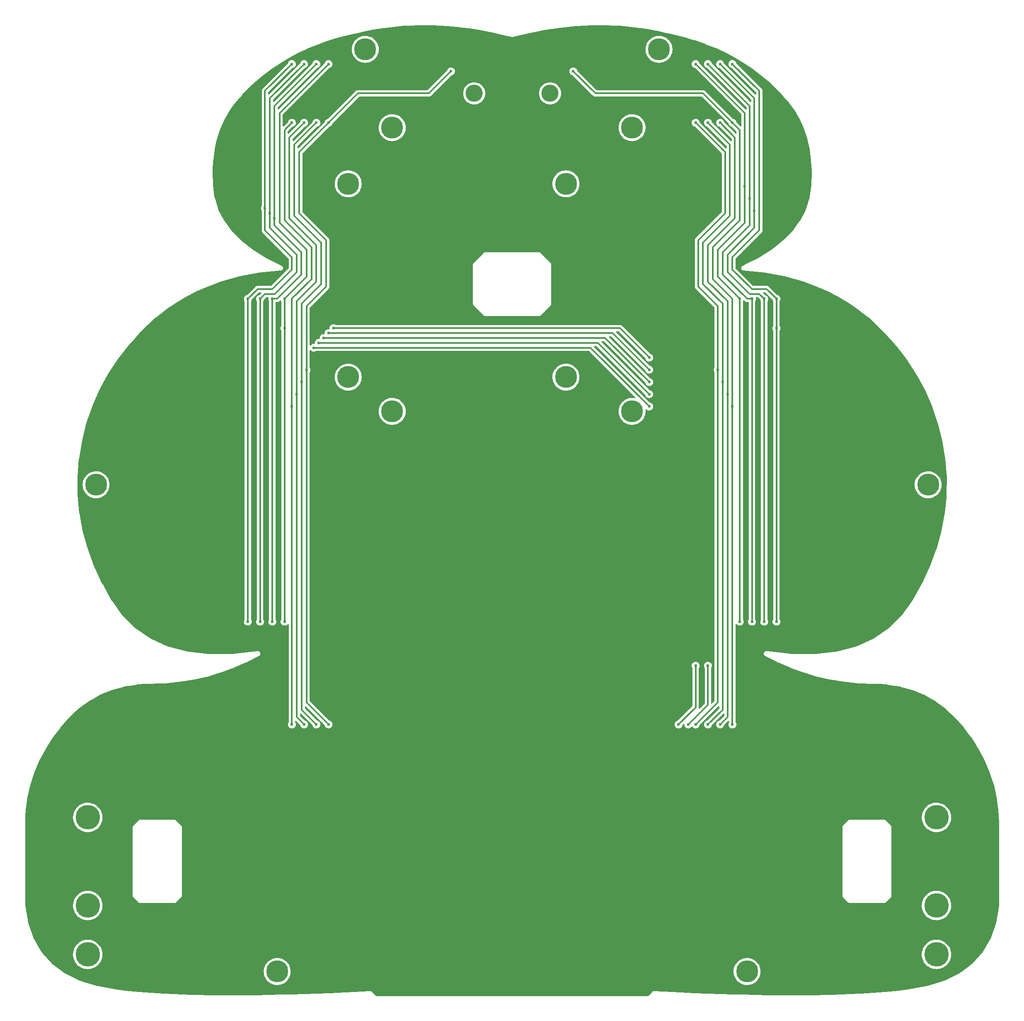
<source format=gbl>
G04 #@! TF.GenerationSoftware,KiCad,Pcbnew,(6.0.8)*
G04 #@! TF.CreationDate,2022-10-11T11:52:18+01:00*
G04 #@! TF.ProjectId,NB3_body,4e42335f-626f-4647-992e-6b696361645f,0.0.3*
G04 #@! TF.SameCoordinates,PX76bb820PYd4ab5c0*
G04 #@! TF.FileFunction,Copper,L2,Bot*
G04 #@! TF.FilePolarity,Positive*
%FSLAX46Y46*%
G04 Gerber Fmt 4.6, Leading zero omitted, Abs format (unit mm)*
G04 Created by KiCad (PCBNEW (6.0.8)) date 2022-10-11 11:52:18*
%MOMM*%
%LPD*%
G01*
G04 APERTURE LIST*
G04 #@! TA.AperFunction,WasherPad*
%ADD10C,4.500000*%
G04 #@! TD*
G04 #@! TA.AperFunction,WasherPad*
%ADD11C,5.000000*%
G04 #@! TD*
G04 #@! TA.AperFunction,WasherPad*
%ADD12C,3.500000*%
G04 #@! TD*
G04 #@! TA.AperFunction,ViaPad*
%ADD13C,0.600000*%
G04 #@! TD*
G04 #@! TA.AperFunction,Conductor*
%ADD14C,0.300000*%
G04 #@! TD*
G04 APERTURE END LIST*
D10*
X-24500000Y178000000D03*
D11*
X-86700000Y37000000D03*
D10*
X-30000000Y194000000D03*
X30000000Y194000000D03*
D12*
X-7750000Y185000000D03*
X7750000Y185000000D03*
D10*
X-85000000Y105000000D03*
X85000000Y105000000D03*
D11*
X-86700000Y9000000D03*
X86700000Y9000000D03*
D10*
X-24500000Y120000000D03*
D11*
X-86700000Y19000000D03*
D10*
X24500000Y178000000D03*
X24500000Y120000000D03*
X11000000Y166500000D03*
X-33500000Y127000000D03*
X11000000Y127000000D03*
D11*
X86700000Y37000000D03*
D10*
X-33500000Y166500000D03*
X48000000Y5500000D03*
X-48000000Y5500000D03*
D11*
X86700000Y19000000D03*
D13*
X-75000000Y12540000D03*
X-75000000Y13880000D03*
X75040000Y13880000D03*
X75040000Y12540000D03*
X36000000Y56000000D03*
X40000000Y68000000D03*
X34000000Y56000000D03*
X37500000Y68000000D03*
X-50500000Y161500000D03*
X-54000000Y77000000D03*
X-45000000Y191000000D03*
X-54000000Y143000000D03*
X-42500000Y191000000D03*
X-49500000Y160500000D03*
X-51500000Y77000000D03*
X-51500000Y143000000D03*
X-48549520Y159500000D03*
X-49000000Y77000000D03*
X-40000000Y191000000D03*
X-49000000Y143000000D03*
X-46500000Y137000000D03*
X-36500000Y137000000D03*
X-37500000Y191000000D03*
X-46500000Y77000000D03*
X28000000Y131000000D03*
X-46500000Y143000000D03*
X28000000Y121000000D03*
X-37500000Y56000000D03*
X-40500000Y133000000D03*
X-42000000Y128500000D03*
X-37500000Y179000000D03*
X-12500000Y189500000D03*
X28000000Y123500000D03*
X-43000000Y126000000D03*
X-40000000Y179000000D03*
X-39500000Y134000000D03*
X-40000000Y56000000D03*
X-42500000Y179000000D03*
X-38500000Y135000000D03*
X-42500000Y56000000D03*
X28000000Y126000000D03*
X-44000000Y123500000D03*
X-45000000Y121000000D03*
X-37500000Y136000000D03*
X-45000000Y179000000D03*
X28000000Y128500000D03*
X-45000000Y56000000D03*
X-35000000Y179000000D03*
X-40000000Y136000000D03*
X34920000Y179920000D03*
X35500000Y174500000D03*
X-34920000Y180080000D03*
X-7960000Y194540000D03*
X39540000Y168540000D03*
X35000000Y179000000D03*
X32480000Y59480000D03*
X37500000Y174500000D03*
X-40500000Y135500000D03*
X-31500000Y59500000D03*
X40500000Y168500000D03*
X7040000Y194540000D03*
X34000000Y143000000D03*
X40980000Y134480000D03*
X32500000Y143000000D03*
X34000000Y145000000D03*
X32500000Y145000000D03*
X34000000Y144000000D03*
X36500000Y173500000D03*
X40000000Y134500000D03*
X-6960000Y194540000D03*
X31500000Y59500000D03*
X-32520000Y59480000D03*
X7960000Y194540000D03*
X32500000Y144000000D03*
X46500000Y77000000D03*
X46500000Y143000000D03*
X37500000Y191000000D03*
X47500000Y166000000D03*
X49000000Y77000000D03*
X48549520Y163549520D03*
X49000000Y143000000D03*
X40000000Y191000000D03*
X51500000Y77000000D03*
X51500000Y143000000D03*
X42500000Y191000000D03*
X49500000Y161000000D03*
X54000000Y143000000D03*
X45000000Y191000000D03*
X54000000Y137000000D03*
X54000000Y77000000D03*
X12500000Y189500000D03*
X45000000Y179000000D03*
X45000000Y56000000D03*
X45000000Y121000000D03*
X42500000Y56000000D03*
X44000000Y123500000D03*
X42500000Y179000000D03*
X40000000Y56000000D03*
X43000000Y126000000D03*
X40000000Y179000000D03*
X37500000Y56000000D03*
X37500000Y179000000D03*
X42000000Y128500000D03*
D14*
X40000000Y60000000D02*
X36000000Y56000000D01*
X40000000Y68000000D02*
X40000000Y60000000D01*
X37500000Y59500000D02*
X34000000Y56000000D01*
X37500000Y68000000D02*
X37500000Y59500000D01*
X-45000000Y149000000D02*
X-49000000Y145000000D01*
X-54000000Y143000000D02*
X-54000000Y137000000D01*
X-50500000Y185500000D02*
X-45000000Y191000000D01*
X-54000000Y137000000D02*
X-54000000Y77000000D01*
X-45000000Y151500000D02*
X-45000000Y149000000D01*
X-50500000Y157000000D02*
X-45000000Y151500000D01*
X-49000000Y145000000D02*
X-52000000Y145000000D01*
X-50500000Y161500000D02*
X-50500000Y157000000D01*
X-50500000Y161500000D02*
X-50500000Y185500000D01*
X-52000000Y145000000D02*
X-54000000Y143000000D01*
X-44000000Y148500000D02*
X-48500000Y144000000D01*
X-50500000Y144000000D02*
X-51500000Y143000000D01*
X-49500000Y184000000D02*
X-42500000Y191000000D01*
X-44000000Y152000000D02*
X-44000000Y148500000D01*
X-49500000Y157500000D02*
X-44000000Y152000000D01*
X-51500000Y143000000D02*
X-51500000Y77000000D01*
X-49500000Y160500000D02*
X-49500000Y157500000D01*
X-49500000Y160500000D02*
X-49500000Y184000000D01*
X-48500000Y144000000D02*
X-50500000Y144000000D01*
X-48549520Y158049520D02*
X-43049520Y152549520D01*
X-43049520Y147950480D02*
X-48000000Y143000000D01*
X-48549520Y159500000D02*
X-48549520Y158049520D01*
X-48000000Y143000000D02*
X-49000000Y143000000D01*
X-48549520Y159500000D02*
X-48549520Y182450480D01*
X-48549520Y182450480D02*
X-40000000Y191000000D01*
X-43049520Y152549520D02*
X-43049520Y147950480D01*
X-49000000Y143000000D02*
X-49000000Y77000000D01*
X-47500000Y181000000D02*
X-47500000Y166000000D01*
X-37500000Y191000000D02*
X-47500000Y181000000D01*
X-36500000Y137000000D02*
X22000000Y137000000D01*
X-46500000Y137000000D02*
X-46500000Y77000000D01*
X-47500000Y158500000D02*
X-42000000Y153000000D01*
X-42000000Y153000000D02*
X-42000000Y147500000D01*
X-42000000Y147500000D02*
X-46500000Y143000000D01*
X-46500000Y143000000D02*
X-46500000Y137000000D01*
X22000000Y137000000D02*
X28000000Y131000000D01*
X-47500000Y166000000D02*
X-47500000Y158500000D01*
X-38000000Y145500000D02*
X-42000000Y141500000D01*
X-42000000Y128500000D02*
X-42000000Y60500000D01*
X-43500000Y173000000D02*
X-43500000Y160500000D01*
X-42000000Y60500000D02*
X-37500000Y56000000D01*
X-37500000Y179000000D02*
X-43500000Y173000000D01*
X-38000000Y155000000D02*
X-38000000Y145500000D01*
X-31500000Y185000000D02*
X-17000000Y185000000D01*
X-43500000Y160500000D02*
X-38000000Y155000000D01*
X-17000000Y185000000D02*
X-12500000Y189500000D01*
X16000000Y133000000D02*
X28000000Y121000000D01*
X-40500000Y133000000D02*
X16000000Y133000000D01*
X-37500000Y179000000D02*
X-31500000Y185000000D01*
X-42000000Y141500000D02*
X-42000000Y128500000D01*
X-43000000Y59000000D02*
X-40000000Y56000000D01*
X-44500000Y160000000D02*
X-39000000Y154500000D01*
X-43000000Y59500000D02*
X-43000000Y59000000D01*
X-39000000Y146000000D02*
X-43000000Y142000000D01*
X-43000000Y126000000D02*
X-43000000Y59500000D01*
X17500000Y134000000D02*
X28000000Y123500000D01*
X-44500000Y174500000D02*
X-44500000Y160000000D01*
X-39000000Y154500000D02*
X-39000000Y146000000D01*
X-40000000Y179000000D02*
X-44500000Y174500000D01*
X-39500000Y134000000D02*
X17500000Y134000000D01*
X-43000000Y142000000D02*
X-43000000Y126000000D01*
X-45500000Y159500000D02*
X-40000000Y154000000D01*
X-44000000Y142500000D02*
X-44000000Y123500000D01*
X-45500000Y176000000D02*
X-45500000Y159500000D01*
X-44000000Y57500000D02*
X-42500000Y56000000D01*
X-44000000Y123500000D02*
X-44000000Y57500000D01*
X-42500000Y179000000D02*
X-45500000Y176000000D01*
X-40000000Y146500000D02*
X-44000000Y142500000D01*
X19000000Y135000000D02*
X28000000Y126000000D01*
X-38500000Y135000000D02*
X19000000Y135000000D01*
X-40000000Y154000000D02*
X-40000000Y146500000D01*
X-46500000Y159000000D02*
X-46500000Y177500000D01*
X-37500000Y136000000D02*
X20500000Y136000000D01*
X-45000000Y121000000D02*
X-45000000Y56000000D01*
X-41000000Y147000000D02*
X-41000000Y153500000D01*
X-45000000Y121000000D02*
X-45000000Y143000000D01*
X-41000000Y153500000D02*
X-46500000Y159000000D01*
X-46500000Y177500000D02*
X-45000000Y179000000D01*
X20500000Y136000000D02*
X28000000Y128500000D01*
X-45000000Y143000000D02*
X-41000000Y147000000D01*
X47500000Y166000000D02*
X47500000Y158500000D01*
X37500000Y191000000D02*
X47500000Y181000000D01*
X47500000Y158500000D02*
X42000000Y153000000D01*
X42000000Y153000000D02*
X42000000Y147500000D01*
X47500000Y181000000D02*
X47500000Y166000000D01*
X42000000Y147500000D02*
X46500000Y143000000D01*
X46500000Y143000000D02*
X46500000Y77000000D01*
X43049520Y152549520D02*
X43049520Y147950480D01*
X48000000Y143000000D02*
X49000000Y143000000D01*
X48549520Y158049520D02*
X43049520Y152549520D01*
X40000000Y191000000D02*
X48549520Y182450480D01*
X48549520Y163549520D02*
X48549520Y158049520D01*
X43049520Y147950480D02*
X48000000Y143000000D01*
X48549520Y182450480D02*
X48549520Y163549520D01*
X49000000Y143000000D02*
X49000000Y77000000D01*
X48500000Y144000000D02*
X50500000Y144000000D01*
X49500000Y161000000D02*
X49500000Y157500000D01*
X44000000Y152000000D02*
X44000000Y148500000D01*
X51500000Y143000000D02*
X51500000Y77000000D01*
X50500000Y144000000D02*
X51500000Y143000000D01*
X49500000Y157500000D02*
X44000000Y152000000D01*
X49500000Y184000000D02*
X49500000Y161000000D01*
X42500000Y191000000D02*
X49500000Y184000000D01*
X44000000Y148500000D02*
X48500000Y144000000D01*
X45000000Y151500000D02*
X50500000Y157000000D01*
X54000000Y143000000D02*
X54000000Y137000000D01*
X52000000Y145000000D02*
X49000000Y145000000D01*
X54000000Y137000000D02*
X54000000Y77000000D01*
X50500000Y157000000D02*
X50500000Y185500000D01*
X49000000Y145000000D02*
X45000000Y149000000D01*
X54000000Y143000000D02*
X52000000Y145000000D01*
X50500000Y185500000D02*
X45000000Y191000000D01*
X45000000Y149000000D02*
X45000000Y151500000D01*
X46500000Y159000000D02*
X46500000Y177500000D01*
X45000000Y143000000D02*
X41000000Y147000000D01*
X45000000Y121000000D02*
X45000000Y143000000D01*
X45000000Y179000000D02*
X39000000Y185000000D01*
X17000000Y185000000D02*
X12500000Y189500000D01*
X45000000Y121000000D02*
X45000000Y56000000D01*
X39000000Y185000000D02*
X17000000Y185000000D01*
X46500000Y177500000D02*
X45000000Y179000000D01*
X41000000Y153500000D02*
X46500000Y159000000D01*
X41000000Y147000000D02*
X41000000Y153500000D01*
X45500000Y159500000D02*
X40000000Y154000000D01*
X40000000Y146500000D02*
X44000000Y142500000D01*
X42500000Y179000000D02*
X45500000Y176000000D01*
X45500000Y176000000D02*
X45500000Y159500000D01*
X40000000Y154000000D02*
X40000000Y146500000D01*
X44000000Y123500000D02*
X44000000Y57500000D01*
X44000000Y57500000D02*
X42500000Y56000000D01*
X44000000Y142500000D02*
X44000000Y123500000D01*
X40000000Y179000000D02*
X44500000Y174500000D01*
X43000000Y59500000D02*
X43000000Y59000000D01*
X44500000Y174500000D02*
X44500000Y160000000D01*
X39000000Y154500000D02*
X39000000Y146000000D01*
X43000000Y59000000D02*
X40000000Y56000000D01*
X43000000Y126000000D02*
X43000000Y59500000D01*
X44500000Y160000000D02*
X39000000Y154500000D01*
X43000000Y142000000D02*
X43000000Y126000000D01*
X39000000Y146000000D02*
X43000000Y142000000D01*
X43500000Y160500000D02*
X38000000Y155000000D01*
X37500000Y179000000D02*
X43500000Y173000000D01*
X42000000Y60500000D02*
X37500000Y56000000D01*
X42000000Y141500000D02*
X42000000Y128500000D01*
X43500000Y173000000D02*
X43500000Y160500000D01*
X38000000Y145500000D02*
X42000000Y141500000D01*
X38000000Y155000000D02*
X38000000Y145500000D01*
X42000000Y128500000D02*
X42000000Y60500000D01*
G04 #@! TA.AperFunction,Conductor*
G36*
X19136033Y198958523D02*
G01*
X20886337Y198875573D01*
X22049476Y198820450D01*
X22056432Y198819927D01*
X24903377Y198526423D01*
X24908891Y198525731D01*
X27670178Y198117333D01*
X27674286Y198116656D01*
X28071076Y198044501D01*
X30322404Y197635104D01*
X30326780Y197634227D01*
X30873608Y197514540D01*
X32857481Y197080318D01*
X32862180Y197079195D01*
X35275430Y196453133D01*
X35280441Y196451722D01*
X36523467Y196073806D01*
X37576164Y195753755D01*
X37581473Y195752011D01*
X39512013Y195069911D01*
X39759706Y194982396D01*
X39765338Y194980253D01*
X41826124Y194139281D01*
X41832045Y194136686D01*
X43776479Y193224205D01*
X43782289Y193221293D01*
X45632665Y192233493D01*
X45638158Y192230381D01*
X47415131Y191164098D01*
X47420575Y191160639D01*
X49123609Y190016270D01*
X49128955Y190012473D01*
X50758354Y188789905D01*
X50763551Y188785787D01*
X52319501Y187484949D01*
X52324501Y187480538D01*
X53807229Y186101285D01*
X53811990Y186096616D01*
X54034086Y185866934D01*
X55157046Y184705620D01*
X55221738Y184638718D01*
X55226209Y184633844D01*
X55505688Y184312595D01*
X56557142Y183103990D01*
X56563532Y183096013D01*
X56766304Y182820713D01*
X57757526Y181474950D01*
X57757530Y181474944D01*
X57765100Y181463390D01*
X58776873Y179717234D01*
X58782999Y179705222D01*
X59618572Y177824510D01*
X59623191Y177812493D01*
X60282497Y175795092D01*
X60285687Y175783476D01*
X60402948Y175259399D01*
X60768052Y173627627D01*
X60769999Y173616678D01*
X60882607Y172767459D01*
X61074375Y171321255D01*
X61075300Y171311185D01*
X61190486Y169070937D01*
X61200532Y168875556D01*
X61200669Y168866396D01*
X61145980Y166305276D01*
X61144876Y166291106D01*
X60823227Y163908876D01*
X60803292Y163761234D01*
X60798816Y163740918D01*
X60217378Y161858183D01*
X60065311Y161365778D01*
X60057451Y161346274D01*
X59921502Y161076383D01*
X58928299Y159104633D01*
X58917839Y159087440D01*
X58548678Y158577392D01*
X57387732Y156973384D01*
X57375916Y156959338D01*
X57237319Y156817074D01*
X55438527Y154970683D01*
X55426536Y154959859D01*
X53076746Y153097611D01*
X53065403Y153089598D01*
X50300102Y151356357D01*
X50289840Y151350577D01*
X47847870Y150121723D01*
X47125767Y149758345D01*
X47109199Y149751439D01*
X47083381Y149742778D01*
X47076010Y149737646D01*
X47076009Y149737646D01*
X47053555Y149722014D01*
X47053506Y149721982D01*
X47053450Y149721954D01*
X47053304Y149721852D01*
X47053302Y149721851D01*
X47051333Y149720479D01*
X47024410Y149701724D01*
X46965720Y149660865D01*
X46965671Y149660804D01*
X46965605Y149660758D01*
X46919823Y149603894D01*
X46875778Y149549221D01*
X46875748Y149549150D01*
X46875697Y149549086D01*
X46847776Y149481803D01*
X46820786Y149416820D01*
X46820777Y149416741D01*
X46820747Y149416668D01*
X46813108Y149346771D01*
X46805165Y149274308D01*
X46805179Y149274227D01*
X46805171Y149274151D01*
X46806667Y149265721D01*
X46812555Y149232541D01*
X46817520Y149204558D01*
X46830171Y149133139D01*
X46830206Y149133069D01*
X46830220Y149132989D01*
X46834240Y149124878D01*
X46834241Y149124874D01*
X46862450Y149067953D01*
X46862468Y149067918D01*
X46893792Y149004663D01*
X46893845Y149004605D01*
X46893881Y149004533D01*
X46934346Y148960624D01*
X46943098Y148951127D01*
X46943124Y148951099D01*
X46984753Y148905899D01*
X46984755Y148905897D01*
X46990916Y148899208D01*
X46990983Y148899168D01*
X46991038Y148899108D01*
X47052709Y148861997D01*
X47113733Y148825249D01*
X47113811Y148825229D01*
X47113878Y148825188D01*
X47122788Y148822844D01*
X47122789Y148822844D01*
X47183181Y148806959D01*
X47183219Y148806949D01*
X47220060Y148797246D01*
X47220064Y148797245D01*
X47220258Y148797194D01*
X47220322Y148797187D01*
X47220369Y148797177D01*
X47252528Y148788718D01*
X47283623Y148789566D01*
X47300019Y148788944D01*
X51594891Y148344709D01*
X51604961Y148343254D01*
X55699052Y147581914D01*
X55709693Y147579453D01*
X59586072Y146503640D01*
X59597083Y146500031D01*
X63256992Y145110319D01*
X63268099Y145105478D01*
X64611303Y144441309D01*
X66713081Y143402050D01*
X66723956Y143395986D01*
X68418547Y142338114D01*
X69955725Y141378509D01*
X69966005Y141371358D01*
X72391771Y139498002D01*
X72986164Y139038968D01*
X72995576Y139030931D01*
X75807828Y136380061D01*
X75815253Y136372445D01*
X77625554Y134351560D01*
X78267631Y133634794D01*
X78385255Y133503487D01*
X78391340Y133496154D01*
X80262182Y131059576D01*
X80679741Y130515749D01*
X80685492Y130507612D01*
X82510807Y127695250D01*
X82690442Y127418476D01*
X82695687Y127409621D01*
X83884204Y125202495D01*
X84417993Y124211226D01*
X84422581Y124201783D01*
X85828016Y120973584D01*
X85862940Y120893365D01*
X85866743Y120883521D01*
X87001026Y117536796D01*
X87025668Y117464090D01*
X87028615Y117454040D01*
X87063417Y117314019D01*
X87906349Y113922544D01*
X87908414Y113912504D01*
X88504752Y110269022D01*
X88506003Y110258749D01*
X88801623Y106574993D01*
X88802024Y106564095D01*
X88778258Y102909964D01*
X88777701Y102898922D01*
X88718225Y102269968D01*
X88434780Y99272592D01*
X88433261Y99261658D01*
X87771044Y95661857D01*
X87768622Y95651275D01*
X86786663Y92076886D01*
X86783457Y92066875D01*
X86659671Y91729472D01*
X85481076Y88516987D01*
X85477235Y88507685D01*
X83853609Y84981657D01*
X83849305Y84973169D01*
X83591359Y84508837D01*
X81910487Y81483080D01*
X81902679Y81470762D01*
X81521222Y80939805D01*
X79616415Y78288466D01*
X79602404Y78272116D01*
X78285031Y76977507D01*
X76924216Y75640207D01*
X76906838Y75625942D01*
X73824467Y73526176D01*
X73805220Y73515401D01*
X70309868Y71943051D01*
X70290643Y71936215D01*
X66373522Y70891634D01*
X66355830Y70888248D01*
X62011142Y70375294D01*
X61995748Y70374427D01*
X57221342Y70397905D01*
X57208387Y70398637D01*
X57169339Y70402869D01*
X56757326Y70447522D01*
X52047449Y70957968D01*
X52035777Y70960568D01*
X52035681Y70960065D01*
X52026862Y70961745D01*
X52018374Y70964657D01*
X52009411Y70965070D01*
X52009410Y70965070D01*
X51965504Y70967092D01*
X51957731Y70967692D01*
X51946407Y70968919D01*
X51946397Y70968919D01*
X51941943Y70969402D01*
X51931735Y70969052D01*
X51921647Y70969111D01*
X51875159Y70971251D01*
X51866435Y70969130D01*
X51862666Y70968766D01*
X51847632Y70966702D01*
X51843919Y70966040D01*
X51834947Y70965732D01*
X51826420Y70962918D01*
X51826421Y70962918D01*
X51790778Y70951155D01*
X51781055Y70948373D01*
X51778900Y70947849D01*
X51735851Y70937383D01*
X51728075Y70932900D01*
X51724565Y70931495D01*
X51710700Y70925289D01*
X51707323Y70923612D01*
X51698803Y70920800D01*
X51691417Y70915711D01*
X51691414Y70915710D01*
X51660489Y70894404D01*
X51651937Y70889006D01*
X51646132Y70885659D01*
X51611647Y70865778D01*
X51605439Y70859290D01*
X51602465Y70856957D01*
X51590907Y70847115D01*
X51588135Y70844556D01*
X51580743Y70839463D01*
X51575078Y70832501D01*
X51551383Y70803381D01*
X51544701Y70795810D01*
X51512532Y70762190D01*
X51508395Y70754221D01*
X51506195Y70751146D01*
X51497885Y70738489D01*
X51495927Y70735229D01*
X51490257Y70728261D01*
X51486772Y70719985D01*
X51486771Y70719983D01*
X51472202Y70685383D01*
X51467911Y70676238D01*
X51446476Y70634949D01*
X51444741Y70626136D01*
X51443492Y70622566D01*
X51439054Y70608037D01*
X51438102Y70604403D01*
X51434618Y70596130D01*
X51433597Y70587214D01*
X51433596Y70587212D01*
X51429324Y70549921D01*
X51427770Y70539926D01*
X51420520Y70503094D01*
X51420520Y70503090D01*
X51418786Y70494282D01*
X51419594Y70485346D01*
X51419397Y70481582D01*
X51419216Y70466380D01*
X51419322Y70462616D01*
X51418300Y70453696D01*
X51419822Y70444853D01*
X51419822Y70444846D01*
X51426190Y70407847D01*
X51427501Y70397851D01*
X51431690Y70351498D01*
X51434976Y70343140D01*
X51435841Y70339486D01*
X51439935Y70324834D01*
X51441094Y70321248D01*
X51442616Y70312407D01*
X51446558Y70304347D01*
X51446560Y70304342D01*
X51463054Y70270621D01*
X51467130Y70261366D01*
X51484151Y70218075D01*
X51489651Y70210975D01*
X51491515Y70207696D01*
X51499551Y70194792D01*
X51501663Y70191686D01*
X51505608Y70183621D01*
X51532038Y70154642D01*
X51536953Y70149252D01*
X51543465Y70141509D01*
X51550265Y70132730D01*
X51571950Y70104738D01*
X51579214Y70099473D01*
X51581921Y70096851D01*
X51593244Y70086733D01*
X51596164Y70084327D01*
X51602215Y70077692D01*
X51609883Y70073023D01*
X51609888Y70073019D01*
X51641949Y70053498D01*
X51650365Y70047900D01*
X51661142Y70040089D01*
X51665469Y70037876D01*
X51674686Y70033162D01*
X51682837Y70028603D01*
X51724669Y70003134D01*
X51733342Y70000804D01*
X51741589Y69997272D01*
X51741586Y69997266D01*
X51754897Y69992141D01*
X54111823Y68786773D01*
X54243600Y68719380D01*
X54253746Y68713583D01*
X54262034Y68708323D01*
X54280076Y68700458D01*
X54287073Y68697147D01*
X54301884Y68689573D01*
X54306116Y68688121D01*
X54306121Y68688119D01*
X54311930Y68686126D01*
X54321386Y68682450D01*
X56890697Y67562447D01*
X56901050Y67557357D01*
X56905710Y67554795D01*
X56905718Y67554791D01*
X56909982Y67552447D01*
X56928119Y67545863D01*
X56935455Y67542936D01*
X56939947Y67540978D01*
X56946243Y67538233D01*
X56946248Y67538231D01*
X56950357Y67536440D01*
X56954684Y67535248D01*
X56960974Y67533515D01*
X56970500Y67530479D01*
X59584685Y66581527D01*
X59595252Y66577139D01*
X59604704Y66572700D01*
X59609376Y66571333D01*
X59609379Y66571332D01*
X59623004Y66567346D01*
X59630598Y66564860D01*
X59645657Y66559394D01*
X59656672Y66557092D01*
X59666258Y66554693D01*
X62325288Y65776825D01*
X62336083Y65773128D01*
X62341324Y65771064D01*
X62345864Y65769276D01*
X62350619Y65768209D01*
X62350622Y65768208D01*
X62364396Y65765117D01*
X62372168Y65763111D01*
X62387469Y65758635D01*
X62398680Y65757028D01*
X62408368Y65755249D01*
X64294667Y65331949D01*
X65112123Y65148505D01*
X65123169Y65145493D01*
X65128459Y65143789D01*
X65128466Y65143787D01*
X65133095Y65142296D01*
X65137889Y65141536D01*
X65137898Y65141534D01*
X65151941Y65139309D01*
X65159796Y65137807D01*
X65168661Y65135817D01*
X65171059Y65135279D01*
X65171061Y65135279D01*
X65175431Y65134298D01*
X65185343Y65133518D01*
X65186619Y65133418D01*
X65196459Y65132253D01*
X67944857Y64696644D01*
X67956168Y64694315D01*
X67961294Y64693012D01*
X67961298Y64693011D01*
X67966013Y64691813D01*
X67970854Y64691354D01*
X67970857Y64691354D01*
X67985249Y64689991D01*
X67993087Y64688999D01*
X68002025Y64687583D01*
X68009162Y64686452D01*
X68020143Y64686288D01*
X68030132Y64685741D01*
X70823066Y64421266D01*
X70834648Y64419623D01*
X70844251Y64417803D01*
X70849113Y64417643D01*
X70863960Y64417154D01*
X70871687Y64416661D01*
X70883806Y64415514D01*
X70883811Y64415514D01*
X70888277Y64415091D01*
X70898847Y64415597D01*
X70908997Y64415673D01*
X73770340Y64321522D01*
X73772744Y64321420D01*
X74926954Y64260684D01*
X76580210Y64173687D01*
X76593503Y64172277D01*
X78184232Y63917671D01*
X79233711Y63749695D01*
X79247654Y63746643D01*
X81747256Y63049059D01*
X81761346Y63044212D01*
X84123199Y62071904D01*
X84136809Y62065320D01*
X84857171Y61661705D01*
X86363940Y60817469D01*
X86376512Y60809410D01*
X87168866Y60232541D01*
X88471435Y59284213D01*
X88471436Y59284212D01*
X88482524Y59275131D01*
X89719065Y58138916D01*
X90446895Y57470137D01*
X90456288Y57460534D01*
X92293167Y55370404D01*
X92299932Y55362007D01*
X93529672Y53693983D01*
X93965830Y53102376D01*
X93971131Y53094593D01*
X94666199Y51987238D01*
X95129425Y51249244D01*
X95417910Y50789640D01*
X95422875Y50780987D01*
X96648460Y48434513D01*
X96652909Y48425059D01*
X97658190Y46036585D01*
X97661951Y46026456D01*
X98171829Y44448870D01*
X98368668Y43839845D01*
X98447747Y43595170D01*
X98450672Y43584551D01*
X99017578Y41109480D01*
X99019572Y41098602D01*
X99367939Y38578473D01*
X99368965Y38567586D01*
X99499339Y35990527D01*
X99499500Y35984161D01*
X99499500Y19053457D01*
X99497678Y19032109D01*
X99484302Y18954305D01*
X98885169Y15469306D01*
X98885168Y15469303D01*
X98879971Y15449184D01*
X98784667Y15175748D01*
X97783308Y12302774D01*
X97773468Y12281280D01*
X96516745Y10102983D01*
X96198502Y9551368D01*
X96183778Y9530896D01*
X94127925Y7204568D01*
X94127924Y7204567D01*
X94109681Y7187637D01*
X91882935Y5497779D01*
X91563005Y5254987D01*
X91543672Y5242905D01*
X88493986Y3701585D01*
X88475752Y3694098D01*
X87115246Y3256277D01*
X84914404Y2548030D01*
X84898451Y2544024D01*
X80812473Y1797516D01*
X80802902Y1796144D01*
X78950561Y1602896D01*
X76175884Y1313424D01*
X76171544Y1313048D01*
X72454708Y1056204D01*
X71008755Y956285D01*
X71005144Y956087D01*
X67183584Y802031D01*
X65318070Y726828D01*
X65315064Y726743D01*
X60722749Y651701D01*
X59104529Y625258D01*
X59101975Y625242D01*
X52368495Y651697D01*
X52366308Y651725D01*
X47017754Y765608D01*
X45110265Y806223D01*
X45108390Y806277D01*
X37330139Y1088883D01*
X37328539Y1088952D01*
X32792572Y1313427D01*
X29079258Y1497191D01*
X29057680Y1500144D01*
X29049311Y1502038D01*
X29049306Y1502038D01*
X29040553Y1504019D01*
X29003513Y1501721D01*
X28997796Y1501686D01*
X28997799Y1501541D01*
X28993315Y1501444D01*
X28988842Y1501665D01*
X28963223Y1499281D01*
X28959354Y1498981D01*
X28897462Y1495141D01*
X28890070Y1492472D01*
X28882244Y1491744D01*
X28824578Y1468893D01*
X28820945Y1467518D01*
X28816682Y1465979D01*
X28762613Y1446460D01*
X28756269Y1441825D01*
X28748960Y1438929D01*
X28737790Y1430228D01*
X28700021Y1400808D01*
X28696921Y1398469D01*
X28695075Y1397120D01*
X28673664Y1381478D01*
X28670221Y1378035D01*
X28666759Y1375070D01*
X28662229Y1371369D01*
X28642940Y1356344D01*
X28642938Y1356342D01*
X28635858Y1350827D01*
X28630610Y1343546D01*
X28630608Y1343544D01*
X28623325Y1333439D01*
X28610205Y1318019D01*
X27829591Y537405D01*
X27767279Y503379D01*
X27740496Y500500D01*
X-27740496Y500500D01*
X-27808617Y520502D01*
X-27829591Y537405D01*
X-28607490Y1315304D01*
X-28621503Y1331978D01*
X-28626441Y1339008D01*
X-28631599Y1346352D01*
X-28660596Y1369514D01*
X-28664857Y1373325D01*
X-28664952Y1373216D01*
X-28668336Y1376150D01*
X-28671506Y1379320D01*
X-28692107Y1394760D01*
X-28695157Y1397120D01*
X-28696845Y1398469D01*
X-28743616Y1435828D01*
X-28750887Y1438813D01*
X-28757176Y1443526D01*
X-28765577Y1446675D01*
X-28765580Y1446677D01*
X-28815240Y1465293D01*
X-28818839Y1466705D01*
X-28876244Y1490269D01*
X-28884060Y1491093D01*
X-28891420Y1493852D01*
X-28953360Y1498455D01*
X-28957128Y1498794D01*
X-28985795Y1501815D01*
X-28990654Y1501574D01*
X-28995210Y1501701D01*
X-29001051Y1501999D01*
X-29025435Y1503811D01*
X-29025439Y1503811D01*
X-29034392Y1504476D01*
X-29043170Y1502602D01*
X-29043172Y1502602D01*
X-29049246Y1501305D01*
X-29055351Y1500002D01*
X-29075426Y1497379D01*
X-37328534Y1088952D01*
X-37330134Y1088883D01*
X-45108403Y806277D01*
X-45110278Y806223D01*
X-47017347Y765617D01*
X-52366309Y651725D01*
X-52368496Y651697D01*
X-59101984Y625242D01*
X-59104538Y625258D01*
X-60724224Y651725D01*
X-65315062Y726743D01*
X-65318068Y726828D01*
X-67301187Y806772D01*
X-71005162Y956088D01*
X-71008773Y956286D01*
X-72454726Y1056205D01*
X-76171562Y1313049D01*
X-76175902Y1313425D01*
X-78948416Y1602672D01*
X-80802903Y1796144D01*
X-80812474Y1797516D01*
X-84898458Y2544025D01*
X-84914411Y2548031D01*
X-86955483Y3204863D01*
X-88475748Y3694096D01*
X-88493982Y3701583D01*
X-88493986Y3701585D01*
X-91543672Y5242906D01*
X-91563006Y5254988D01*
X-91809820Y5442293D01*
X-91923884Y5528855D01*
X-50755376Y5528855D01*
X-50753939Y5500000D01*
X-50741397Y5248068D01*
X-50738886Y5197624D01*
X-50738245Y5193893D01*
X-50738244Y5193885D01*
X-50723490Y5108026D01*
X-50682723Y4870773D01*
X-50587700Y4553036D01*
X-50455193Y4249017D01*
X-50453270Y4245746D01*
X-50453268Y4245742D01*
X-50289044Y3966388D01*
X-50289039Y3966380D01*
X-50287121Y3963118D01*
X-50284820Y3960103D01*
X-50088220Y3702495D01*
X-50088215Y3702490D01*
X-50085920Y3699482D01*
X-49854504Y3461927D01*
X-49596225Y3253893D01*
X-49314824Y3078396D01*
X-49014377Y2937976D01*
X-48699237Y2834668D01*
X-48373968Y2769968D01*
X-48370196Y2769681D01*
X-48370188Y2769680D01*
X-48047059Y2745100D01*
X-48047054Y2745100D01*
X-48043282Y2744813D01*
X-47711969Y2759568D01*
X-47384828Y2814019D01*
X-47381194Y2815085D01*
X-47381190Y2815086D01*
X-47239214Y2856738D01*
X-47066599Y2907378D01*
X-46761889Y3038291D01*
X-46475115Y3204863D01*
X-46472089Y3207147D01*
X-46472082Y3207152D01*
X-46213455Y3402396D01*
X-46210428Y3404681D01*
X-45971665Y3634850D01*
X-45762282Y3892036D01*
X-45585313Y4172515D01*
X-45550620Y4245742D01*
X-45478324Y4398342D01*
X-45443322Y4472222D01*
X-45338365Y4786817D01*
X-45271963Y5111743D01*
X-45245077Y5442293D01*
X-45244473Y5500000D01*
X-45246212Y5528855D01*
X45244624Y5528855D01*
X45246061Y5500000D01*
X45258603Y5248068D01*
X45261114Y5197624D01*
X45261755Y5193893D01*
X45261756Y5193885D01*
X45276510Y5108026D01*
X45317277Y4870773D01*
X45412300Y4553036D01*
X45544807Y4249017D01*
X45546730Y4245746D01*
X45546732Y4245742D01*
X45710956Y3966388D01*
X45710961Y3966380D01*
X45712879Y3963118D01*
X45715180Y3960103D01*
X45911780Y3702495D01*
X45911785Y3702490D01*
X45914080Y3699482D01*
X46145496Y3461927D01*
X46403775Y3253893D01*
X46685176Y3078396D01*
X46985623Y2937976D01*
X47300763Y2834668D01*
X47626032Y2769968D01*
X47629804Y2769681D01*
X47629812Y2769680D01*
X47952941Y2745100D01*
X47952946Y2745100D01*
X47956718Y2744813D01*
X48288031Y2759568D01*
X48615172Y2814019D01*
X48618806Y2815085D01*
X48618810Y2815086D01*
X48760786Y2856738D01*
X48933401Y2907378D01*
X49238111Y3038291D01*
X49524885Y3204863D01*
X49527911Y3207147D01*
X49527918Y3207152D01*
X49786545Y3402396D01*
X49789572Y3404681D01*
X50028335Y3634850D01*
X50237718Y3892036D01*
X50414687Y4172515D01*
X50449380Y4245742D01*
X50521676Y4398342D01*
X50556678Y4472222D01*
X50661635Y4786817D01*
X50728037Y5111743D01*
X50754923Y5442293D01*
X50755527Y5500000D01*
X50753788Y5528855D01*
X50735798Y5827262D01*
X50735798Y5827266D01*
X50735570Y5831040D01*
X50675987Y6157285D01*
X50577641Y6474009D01*
X50441958Y6776625D01*
X50270902Y7060748D01*
X50268575Y7063732D01*
X50268570Y7063739D01*
X50069287Y7319268D01*
X50069285Y7319270D01*
X50066951Y7322263D01*
X49833060Y7557382D01*
X49812227Y7573806D01*
X49575598Y7760349D01*
X49572617Y7762699D01*
X49289393Y7935240D01*
X49168909Y7990021D01*
X48990945Y8070937D01*
X48990937Y8070940D01*
X48987493Y8072506D01*
X48671288Y8172509D01*
X48526802Y8199679D01*
X48349083Y8233099D01*
X48349078Y8233100D01*
X48345359Y8233799D01*
X48014428Y8255489D01*
X48010648Y8255281D01*
X48010647Y8255281D01*
X47912888Y8249901D01*
X47683288Y8237265D01*
X47679561Y8236604D01*
X47679557Y8236604D01*
X47414350Y8189603D01*
X47356735Y8179392D01*
X47353110Y8178287D01*
X47353105Y8178286D01*
X47210490Y8134820D01*
X47039500Y8082706D01*
X46736179Y7948609D01*
X46625907Y7883004D01*
X46454424Y7780983D01*
X46454418Y7780979D01*
X46451164Y7779043D01*
X46188585Y7576464D01*
X45952244Y7343807D01*
X45745566Y7084442D01*
X45571545Y6802126D01*
X45569956Y6798679D01*
X45434287Y6504393D01*
X45434283Y6504383D01*
X45432700Y6500949D01*
X45431541Y6497349D01*
X45431538Y6497342D01*
X45332205Y6188881D01*
X45331043Y6185272D01*
X45330324Y6181556D01*
X45330322Y6181548D01*
X45268766Y5863387D01*
X45268765Y5863378D01*
X45268047Y5859668D01*
X45267780Y5855892D01*
X45267779Y5855887D01*
X45244892Y5532644D01*
X45244624Y5528855D01*
X-45246212Y5528855D01*
X-45264202Y5827262D01*
X-45264202Y5827266D01*
X-45264430Y5831040D01*
X-45324013Y6157285D01*
X-45422359Y6474009D01*
X-45558042Y6776625D01*
X-45729098Y7060748D01*
X-45731425Y7063732D01*
X-45731430Y7063739D01*
X-45930713Y7319268D01*
X-45930715Y7319270D01*
X-45933049Y7322263D01*
X-46166940Y7557382D01*
X-46187773Y7573806D01*
X-46424402Y7760349D01*
X-46427383Y7762699D01*
X-46710607Y7935240D01*
X-46831091Y7990021D01*
X-47009055Y8070937D01*
X-47009063Y8070940D01*
X-47012507Y8072506D01*
X-47328712Y8172509D01*
X-47473198Y8199679D01*
X-47650917Y8233099D01*
X-47650922Y8233100D01*
X-47654641Y8233799D01*
X-47985572Y8255489D01*
X-47989352Y8255281D01*
X-47989353Y8255281D01*
X-48087112Y8249901D01*
X-48316712Y8237265D01*
X-48320439Y8236604D01*
X-48320443Y8236604D01*
X-48585650Y8189603D01*
X-48643265Y8179392D01*
X-48646890Y8178287D01*
X-48646895Y8178286D01*
X-48789510Y8134820D01*
X-48960500Y8082706D01*
X-49263821Y7948609D01*
X-49374093Y7883004D01*
X-49545576Y7780983D01*
X-49545582Y7780979D01*
X-49548836Y7779043D01*
X-49811415Y7576464D01*
X-50047756Y7343807D01*
X-50254434Y7084442D01*
X-50428455Y6802126D01*
X-50430044Y6798679D01*
X-50565713Y6504393D01*
X-50565717Y6504383D01*
X-50567300Y6500949D01*
X-50568459Y6497349D01*
X-50568462Y6497342D01*
X-50667795Y6188881D01*
X-50668957Y6185272D01*
X-50669676Y6181556D01*
X-50669678Y6181548D01*
X-50731234Y5863387D01*
X-50731235Y5863378D01*
X-50731953Y5859668D01*
X-50732220Y5855892D01*
X-50732221Y5855887D01*
X-50755108Y5532644D01*
X-50755376Y5528855D01*
X-91923884Y5528855D01*
X-94109682Y7187638D01*
X-94127925Y7204568D01*
X-94130953Y7207995D01*
X-95798039Y9094408D01*
X-89704102Y9094408D01*
X-89704007Y9090778D01*
X-89704007Y9090777D01*
X-89698408Y8876979D01*
X-89695044Y8748499D01*
X-89646288Y8405924D01*
X-89558481Y8071223D01*
X-89432786Y7748833D01*
X-89270870Y7443026D01*
X-89268820Y7440043D01*
X-89268818Y7440040D01*
X-89076935Y7160848D01*
X-89076929Y7160841D01*
X-89074878Y7157856D01*
X-88847408Y6897102D01*
X-88591476Y6664222D01*
X-88310473Y6462301D01*
X-88008124Y6294015D01*
X-87688437Y6161597D01*
X-87684943Y6160602D01*
X-87684941Y6160601D01*
X-87359149Y6067796D01*
X-87359144Y6067795D01*
X-87355648Y6066799D01*
X-87119966Y6028205D01*
X-87017749Y6011466D01*
X-87017745Y6011466D01*
X-87014169Y6010880D01*
X-87010543Y6010709D01*
X-86672153Y5994751D01*
X-86672152Y5994751D01*
X-86668526Y5994580D01*
X-86657654Y5995321D01*
X-86326931Y6017867D01*
X-86326923Y6017868D01*
X-86323300Y6018115D01*
X-86319724Y6018778D01*
X-86319722Y6018778D01*
X-85986632Y6080512D01*
X-85986628Y6080513D01*
X-85983067Y6081173D01*
X-85652337Y6182919D01*
X-85335493Y6322004D01*
X-85058042Y6484133D01*
X-85039875Y6494749D01*
X-85039873Y6494750D01*
X-85036735Y6496584D01*
X-84981116Y6538344D01*
X-84762929Y6702163D01*
X-84762925Y6702166D01*
X-84760022Y6704346D01*
X-84509023Y6942535D01*
X-84287064Y7207995D01*
X-84212004Y7322263D01*
X-84099074Y7494182D01*
X-84099069Y7494191D01*
X-84097087Y7497208D01*
X-83962565Y7764674D01*
X-83943237Y7803102D01*
X-83943234Y7803110D01*
X-83941610Y7806338D01*
X-83894439Y7935240D01*
X-83823943Y8127878D01*
X-83823940Y8127888D01*
X-83822695Y8131290D01*
X-83821850Y8134812D01*
X-83821847Y8134820D01*
X-83742763Y8464228D01*
X-83742762Y8464232D01*
X-83741916Y8467757D01*
X-83741479Y8471367D01*
X-83700682Y8808499D01*
X-83700682Y8808505D01*
X-83700346Y8811278D01*
X-83694415Y9000000D01*
X-83696239Y9031637D01*
X-83699858Y9094408D01*
X83695898Y9094408D01*
X83695993Y9090778D01*
X83695993Y9090777D01*
X83701592Y8876979D01*
X83704956Y8748499D01*
X83753712Y8405924D01*
X83841519Y8071223D01*
X83967214Y7748833D01*
X84129130Y7443026D01*
X84131180Y7440043D01*
X84131182Y7440040D01*
X84323065Y7160848D01*
X84323071Y7160841D01*
X84325122Y7157856D01*
X84552592Y6897102D01*
X84808524Y6664222D01*
X85089527Y6462301D01*
X85391876Y6294015D01*
X85711563Y6161597D01*
X85715057Y6160602D01*
X85715059Y6160601D01*
X86040851Y6067796D01*
X86040856Y6067795D01*
X86044352Y6066799D01*
X86280034Y6028205D01*
X86382251Y6011466D01*
X86382255Y6011466D01*
X86385831Y6010880D01*
X86389457Y6010709D01*
X86727847Y5994751D01*
X86727848Y5994751D01*
X86731474Y5994580D01*
X86742346Y5995321D01*
X87073069Y6017867D01*
X87073077Y6017868D01*
X87076700Y6018115D01*
X87080276Y6018778D01*
X87080278Y6018778D01*
X87413368Y6080512D01*
X87413372Y6080513D01*
X87416933Y6081173D01*
X87747663Y6182919D01*
X88064507Y6322004D01*
X88341958Y6484133D01*
X88360125Y6494749D01*
X88360127Y6494750D01*
X88363265Y6496584D01*
X88418884Y6538344D01*
X88637071Y6702163D01*
X88637075Y6702166D01*
X88639978Y6704346D01*
X88890977Y6942535D01*
X89112936Y7207995D01*
X89187996Y7322263D01*
X89300926Y7494182D01*
X89300931Y7494191D01*
X89302913Y7497208D01*
X89437435Y7764674D01*
X89456763Y7803102D01*
X89456766Y7803110D01*
X89458390Y7806338D01*
X89505561Y7935240D01*
X89576057Y8127878D01*
X89576060Y8127888D01*
X89577305Y8131290D01*
X89578150Y8134812D01*
X89578153Y8134820D01*
X89657237Y8464228D01*
X89657238Y8464232D01*
X89658084Y8467757D01*
X89658521Y8471367D01*
X89699318Y8808499D01*
X89699318Y8808505D01*
X89699654Y8811278D01*
X89705585Y9000000D01*
X89703761Y9031637D01*
X89685875Y9341833D01*
X89685874Y9341838D01*
X89685666Y9345453D01*
X89685043Y9349023D01*
X89626798Y9682755D01*
X89626796Y9682762D01*
X89626174Y9686328D01*
X89527897Y10018106D01*
X89392138Y10336389D01*
X89220696Y10636959D01*
X89161030Y10718185D01*
X89017986Y10912914D01*
X89015843Y10915832D01*
X88780295Y11169312D01*
X88517174Y11394038D01*
X88229967Y11587033D01*
X87922482Y11745739D01*
X87598793Y11868050D01*
X87263190Y11952348D01*
X87118981Y11971333D01*
X86923728Y11997039D01*
X86923720Y11997040D01*
X86920124Y11997513D01*
X86768991Y11999888D01*
X86577780Y12002892D01*
X86577776Y12002892D01*
X86574139Y12002949D01*
X86570524Y12002588D01*
X86570520Y12002588D01*
X86402646Y11985831D01*
X86229823Y11968581D01*
X86226286Y11967810D01*
X86226281Y11967809D01*
X85895283Y11895640D01*
X85895278Y11895639D01*
X85891739Y11894867D01*
X85564367Y11782783D01*
X85252048Y11633814D01*
X84958921Y11449936D01*
X84956087Y11447666D01*
X84956082Y11447662D01*
X84787066Y11312254D01*
X84688871Y11233585D01*
X84445477Y10987629D01*
X84231966Y10715328D01*
X84051168Y10420291D01*
X84049641Y10417001D01*
X84049636Y10416992D01*
X84010672Y10333051D01*
X83905478Y10106430D01*
X83796828Y9777903D01*
X83796092Y9774348D01*
X83796091Y9774345D01*
X83747641Y9540387D01*
X83726658Y9439065D01*
X83695898Y9094408D01*
X-83699858Y9094408D01*
X-83714125Y9341833D01*
X-83714126Y9341838D01*
X-83714334Y9345453D01*
X-83714957Y9349023D01*
X-83773202Y9682755D01*
X-83773204Y9682762D01*
X-83773826Y9686328D01*
X-83872103Y10018106D01*
X-84007862Y10336389D01*
X-84179304Y10636959D01*
X-84238970Y10718185D01*
X-84382014Y10912914D01*
X-84384157Y10915832D01*
X-84619705Y11169312D01*
X-84882826Y11394038D01*
X-85170033Y11587033D01*
X-85477518Y11745739D01*
X-85801207Y11868050D01*
X-86136810Y11952348D01*
X-86281019Y11971333D01*
X-86476272Y11997039D01*
X-86476280Y11997040D01*
X-86479876Y11997513D01*
X-86631009Y11999888D01*
X-86822220Y12002892D01*
X-86822224Y12002892D01*
X-86825861Y12002949D01*
X-86829476Y12002588D01*
X-86829480Y12002588D01*
X-86997354Y11985831D01*
X-87170177Y11968581D01*
X-87173714Y11967810D01*
X-87173719Y11967809D01*
X-87504717Y11895640D01*
X-87504722Y11895639D01*
X-87508261Y11894867D01*
X-87835633Y11782783D01*
X-88147952Y11633814D01*
X-88441079Y11449936D01*
X-88443913Y11447666D01*
X-88443918Y11447662D01*
X-88612934Y11312254D01*
X-88711129Y11233585D01*
X-88954523Y10987629D01*
X-89168034Y10715328D01*
X-89348832Y10420291D01*
X-89350359Y10417001D01*
X-89350364Y10416992D01*
X-89389328Y10333051D01*
X-89494522Y10106430D01*
X-89603172Y9777903D01*
X-89603908Y9774348D01*
X-89603909Y9774345D01*
X-89652359Y9540387D01*
X-89673342Y9439065D01*
X-89704102Y9094408D01*
X-95798039Y9094408D01*
X-96183778Y9530896D01*
X-96198499Y9551364D01*
X-96329196Y9777903D01*
X-97773469Y12281281D01*
X-97783309Y12302776D01*
X-98784305Y15174715D01*
X-98879970Y15449185D01*
X-98885168Y15469306D01*
X-98979475Y16017867D01*
X-99497678Y19032109D01*
X-99499500Y19053457D01*
X-99499500Y19094408D01*
X-89704102Y19094408D01*
X-89704007Y19090778D01*
X-89704007Y19090777D01*
X-89700337Y18950620D01*
X-89695044Y18748499D01*
X-89646288Y18405924D01*
X-89558481Y18071223D01*
X-89432786Y17748833D01*
X-89270870Y17443026D01*
X-89268820Y17440043D01*
X-89268818Y17440040D01*
X-89076935Y17160848D01*
X-89076929Y17160841D01*
X-89074878Y17157856D01*
X-88847408Y16897102D01*
X-88591476Y16664222D01*
X-88310473Y16462301D01*
X-88008124Y16294015D01*
X-87688437Y16161597D01*
X-87684943Y16160602D01*
X-87684941Y16160601D01*
X-87359149Y16067796D01*
X-87359144Y16067795D01*
X-87355648Y16066799D01*
X-87119966Y16028205D01*
X-87017749Y16011466D01*
X-87017745Y16011466D01*
X-87014169Y16010880D01*
X-87010543Y16010709D01*
X-86672153Y15994751D01*
X-86672152Y15994751D01*
X-86668526Y15994580D01*
X-86657654Y15995321D01*
X-86326931Y16017867D01*
X-86326923Y16017868D01*
X-86323300Y16018115D01*
X-86319724Y16018778D01*
X-86319722Y16018778D01*
X-85986632Y16080512D01*
X-85986628Y16080513D01*
X-85983067Y16081173D01*
X-85652337Y16182919D01*
X-85335493Y16322004D01*
X-85036735Y16496584D01*
X-85033826Y16498768D01*
X-84762929Y16702163D01*
X-84762925Y16702166D01*
X-84760022Y16704346D01*
X-84509023Y16942535D01*
X-84287064Y17207995D01*
X-84134639Y17440040D01*
X-84099074Y17494182D01*
X-84099069Y17494191D01*
X-84097087Y17497208D01*
X-83968831Y17752215D01*
X-83943237Y17803102D01*
X-83943234Y17803110D01*
X-83941610Y17806338D01*
X-83843391Y18074735D01*
X-83823943Y18127878D01*
X-83823940Y18127888D01*
X-83822695Y18131290D01*
X-83821850Y18134812D01*
X-83821847Y18134820D01*
X-83742763Y18464228D01*
X-83742762Y18464232D01*
X-83741916Y18467757D01*
X-83741479Y18471367D01*
X-83700682Y18808499D01*
X-83700682Y18808505D01*
X-83700346Y18811278D01*
X-83696878Y18921612D01*
X-83695640Y18961009D01*
X-83694415Y19000000D01*
X-83696266Y19032109D01*
X-83699858Y19094408D01*
X83695898Y19094408D01*
X83695993Y19090778D01*
X83695993Y19090777D01*
X83699663Y18950620D01*
X83704956Y18748499D01*
X83753712Y18405924D01*
X83841519Y18071223D01*
X83967214Y17748833D01*
X84129130Y17443026D01*
X84131180Y17440043D01*
X84131182Y17440040D01*
X84323065Y17160848D01*
X84323071Y17160841D01*
X84325122Y17157856D01*
X84552592Y16897102D01*
X84808524Y16664222D01*
X85089527Y16462301D01*
X85391876Y16294015D01*
X85711563Y16161597D01*
X85715057Y16160602D01*
X85715059Y16160601D01*
X86040851Y16067796D01*
X86040856Y16067795D01*
X86044352Y16066799D01*
X86280034Y16028205D01*
X86382251Y16011466D01*
X86382255Y16011466D01*
X86385831Y16010880D01*
X86389457Y16010709D01*
X86727847Y15994751D01*
X86727848Y15994751D01*
X86731474Y15994580D01*
X86742346Y15995321D01*
X87073069Y16017867D01*
X87073077Y16017868D01*
X87076700Y16018115D01*
X87080276Y16018778D01*
X87080278Y16018778D01*
X87413368Y16080512D01*
X87413372Y16080513D01*
X87416933Y16081173D01*
X87747663Y16182919D01*
X88064507Y16322004D01*
X88363265Y16496584D01*
X88366174Y16498768D01*
X88637071Y16702163D01*
X88637075Y16702166D01*
X88639978Y16704346D01*
X88890977Y16942535D01*
X89112936Y17207995D01*
X89265361Y17440040D01*
X89300926Y17494182D01*
X89300931Y17494191D01*
X89302913Y17497208D01*
X89431169Y17752215D01*
X89456763Y17803102D01*
X89456766Y17803110D01*
X89458390Y17806338D01*
X89556609Y18074735D01*
X89576057Y18127878D01*
X89576060Y18127888D01*
X89577305Y18131290D01*
X89578150Y18134812D01*
X89578153Y18134820D01*
X89657237Y18464228D01*
X89657238Y18464232D01*
X89658084Y18467757D01*
X89658521Y18471367D01*
X89699318Y18808499D01*
X89699318Y18808505D01*
X89699654Y18811278D01*
X89703122Y18921612D01*
X89704360Y18961009D01*
X89705585Y19000000D01*
X89703734Y19032109D01*
X89685875Y19341833D01*
X89685874Y19341838D01*
X89685666Y19345453D01*
X89685043Y19349023D01*
X89626798Y19682755D01*
X89626796Y19682762D01*
X89626174Y19686328D01*
X89527897Y20018106D01*
X89392138Y20336389D01*
X89220696Y20636959D01*
X89207738Y20654600D01*
X89096256Y20806363D01*
X89015843Y20915832D01*
X88985075Y20948943D01*
X88782762Y21166657D01*
X88780295Y21169312D01*
X88735801Y21207314D01*
X88519930Y21391684D01*
X88517174Y21394038D01*
X88229967Y21587033D01*
X87922482Y21745739D01*
X87598793Y21868050D01*
X87263190Y21952348D01*
X87118981Y21971333D01*
X86923728Y21997039D01*
X86923720Y21997040D01*
X86920124Y21997513D01*
X86768991Y21999888D01*
X86577780Y22002892D01*
X86577776Y22002892D01*
X86574139Y22002949D01*
X86570524Y22002588D01*
X86570520Y22002588D01*
X86402646Y21985831D01*
X86229823Y21968581D01*
X86226286Y21967810D01*
X86226281Y21967809D01*
X85895283Y21895640D01*
X85895278Y21895639D01*
X85891739Y21894867D01*
X85564367Y21782783D01*
X85252048Y21633814D01*
X84958921Y21449936D01*
X84956087Y21447666D01*
X84956082Y21447662D01*
X84787066Y21312254D01*
X84688871Y21233585D01*
X84445477Y20987629D01*
X84443236Y20984771D01*
X84241567Y20727572D01*
X84231966Y20715328D01*
X84051168Y20420291D01*
X84049641Y20417001D01*
X84049636Y20416992D01*
X84010672Y20333051D01*
X83905478Y20106430D01*
X83796828Y19777903D01*
X83796092Y19774348D01*
X83796091Y19774345D01*
X83738863Y19498002D01*
X83726658Y19439065D01*
X83695898Y19094408D01*
X-83699858Y19094408D01*
X-83714125Y19341833D01*
X-83714126Y19341838D01*
X-83714334Y19345453D01*
X-83714957Y19349023D01*
X-83773202Y19682755D01*
X-83773204Y19682762D01*
X-83773826Y19686328D01*
X-83872103Y20018106D01*
X-84007862Y20336389D01*
X-84179304Y20636959D01*
X-84192262Y20654600D01*
X-84303744Y20806363D01*
X-84384157Y20915832D01*
X-84414925Y20948943D01*
X-84617238Y21166657D01*
X-84619705Y21169312D01*
X-84664199Y21207314D01*
X-84880070Y21391684D01*
X-84882826Y21394038D01*
X-85170033Y21587033D01*
X-85477518Y21745739D01*
X-85801207Y21868050D01*
X-86136810Y21952348D01*
X-86281019Y21971333D01*
X-86476272Y21997039D01*
X-86476280Y21997040D01*
X-86479876Y21997513D01*
X-86631009Y21999888D01*
X-86822220Y22002892D01*
X-86822224Y22002892D01*
X-86825861Y22002949D01*
X-86829476Y22002588D01*
X-86829480Y22002588D01*
X-86997354Y21985831D01*
X-87170177Y21968581D01*
X-87173714Y21967810D01*
X-87173719Y21967809D01*
X-87504717Y21895640D01*
X-87504722Y21895639D01*
X-87508261Y21894867D01*
X-87835633Y21782783D01*
X-88147952Y21633814D01*
X-88441079Y21449936D01*
X-88443913Y21447666D01*
X-88443918Y21447662D01*
X-88612934Y21312254D01*
X-88711129Y21233585D01*
X-88954523Y20987629D01*
X-88956764Y20984771D01*
X-89158433Y20727572D01*
X-89168034Y20715328D01*
X-89348832Y20420291D01*
X-89350359Y20417001D01*
X-89350364Y20416992D01*
X-89389328Y20333051D01*
X-89494522Y20106430D01*
X-89603172Y19777903D01*
X-89603908Y19774348D01*
X-89603909Y19774345D01*
X-89661137Y19498002D01*
X-89673342Y19439065D01*
X-89704102Y19094408D01*
X-99499500Y19094408D01*
X-99499500Y35984158D01*
X-99499339Y35990524D01*
X-99443493Y37094408D01*
X-89704102Y37094408D01*
X-89695044Y36748499D01*
X-89646288Y36405924D01*
X-89558481Y36071223D01*
X-89432786Y35748833D01*
X-89431089Y35745628D01*
X-89300771Y35499500D01*
X-89270870Y35443026D01*
X-89268820Y35440043D01*
X-89268818Y35440040D01*
X-89076935Y35160848D01*
X-89076929Y35160841D01*
X-89074878Y35157856D01*
X-88847408Y34897102D01*
X-88591476Y34664222D01*
X-88310473Y34462301D01*
X-88008124Y34294015D01*
X-87688437Y34161597D01*
X-87684943Y34160602D01*
X-87684941Y34160601D01*
X-87359149Y34067796D01*
X-87359144Y34067795D01*
X-87355648Y34066799D01*
X-87119966Y34028205D01*
X-87017749Y34011466D01*
X-87017745Y34011466D01*
X-87014169Y34010880D01*
X-87010543Y34010709D01*
X-86672153Y33994751D01*
X-86672152Y33994751D01*
X-86668526Y33994580D01*
X-86657654Y33995321D01*
X-86326931Y34017867D01*
X-86326923Y34017868D01*
X-86323300Y34018115D01*
X-86319724Y34018778D01*
X-86319722Y34018778D01*
X-85986632Y34080512D01*
X-85986628Y34080513D01*
X-85983067Y34081173D01*
X-85652337Y34182919D01*
X-85335493Y34322004D01*
X-85036735Y34496584D01*
X-85033826Y34498768D01*
X-84762929Y34702163D01*
X-84762925Y34702166D01*
X-84760022Y34704346D01*
X-84509023Y34942535D01*
X-84489731Y34965608D01*
X-77504476Y34965608D01*
X-77502603Y34956832D01*
X-77501992Y34947875D01*
X-77501998Y34947875D01*
X-77500500Y34933682D01*
X-77500500Y21070181D01*
X-77501828Y21058296D01*
X-77501318Y21058255D01*
X-77502038Y21049309D01*
X-77504019Y21040553D01*
X-77503463Y21031593D01*
X-77500742Y20987736D01*
X-77500500Y20979933D01*
X-77500500Y20964060D01*
X-77499865Y20959626D01*
X-77499052Y20953950D01*
X-77498022Y20943894D01*
X-77495141Y20897462D01*
X-77492093Y20889018D01*
X-77491324Y20885306D01*
X-77487657Y20870601D01*
X-77486596Y20866973D01*
X-77485323Y20858082D01*
X-77466061Y20815718D01*
X-77462254Y20806363D01*
X-77449509Y20771057D01*
X-77449507Y20771053D01*
X-77446460Y20762613D01*
X-77441165Y20755365D01*
X-77439389Y20752025D01*
X-77431726Y20738911D01*
X-77429697Y20735739D01*
X-77425984Y20727572D01*
X-77420129Y20720777D01*
X-77420127Y20720774D01*
X-77395613Y20692325D01*
X-77389325Y20684405D01*
X-77381478Y20673664D01*
X-77370735Y20662921D01*
X-77364377Y20656075D01*
X-77332400Y20618963D01*
X-77324866Y20614080D01*
X-77318104Y20608181D01*
X-77318108Y20608176D01*
X-77307014Y20599200D01*
X-76403534Y19695720D01*
X-76396068Y19686376D01*
X-76395678Y19686708D01*
X-76389860Y19679872D01*
X-76385070Y19672280D01*
X-76378342Y19666338D01*
X-76378341Y19666337D01*
X-76345400Y19637245D01*
X-76339712Y19631898D01*
X-76328493Y19620679D01*
X-76324905Y19617990D01*
X-76324904Y19617989D01*
X-76320316Y19614550D01*
X-76312477Y19608168D01*
X-76277612Y19577377D01*
X-76269494Y19573566D01*
X-76266341Y19571494D01*
X-76253320Y19563671D01*
X-76250011Y19561859D01*
X-76242824Y19556473D01*
X-76234419Y19553322D01*
X-76234417Y19553321D01*
X-76199263Y19540143D01*
X-76189943Y19536216D01*
X-76147837Y19516447D01*
X-76138965Y19515066D01*
X-76135342Y19513958D01*
X-76120683Y19510112D01*
X-76116986Y19509299D01*
X-76108580Y19506148D01*
X-76062157Y19502698D01*
X-76052144Y19501548D01*
X-76038991Y19499500D01*
X-76023796Y19499500D01*
X-76014458Y19499154D01*
X-75965608Y19495524D01*
X-75956832Y19497397D01*
X-75947875Y19498008D01*
X-75947875Y19498002D01*
X-75933682Y19499500D01*
X-69070181Y19499500D01*
X-69058296Y19498172D01*
X-69058255Y19498682D01*
X-69049309Y19497962D01*
X-69040553Y19495981D01*
X-68997020Y19498682D01*
X-68987736Y19499258D01*
X-68979933Y19499500D01*
X-68964060Y19499500D01*
X-68953948Y19500948D01*
X-68943894Y19501978D01*
X-68915903Y19503715D01*
X-68897462Y19504859D01*
X-68889018Y19507907D01*
X-68885306Y19508676D01*
X-68870601Y19512343D01*
X-68866973Y19513404D01*
X-68858082Y19514677D01*
X-68815718Y19533939D01*
X-68806363Y19537746D01*
X-68771057Y19550491D01*
X-68771053Y19550493D01*
X-68762613Y19553540D01*
X-68755365Y19558835D01*
X-68752025Y19560611D01*
X-68738911Y19568274D01*
X-68735739Y19570303D01*
X-68727572Y19574016D01*
X-68720777Y19579871D01*
X-68720774Y19579873D01*
X-68692325Y19604387D01*
X-68684404Y19610676D01*
X-68677598Y19615648D01*
X-68673664Y19618522D01*
X-68662921Y19629265D01*
X-68656074Y19635623D01*
X-68625763Y19661741D01*
X-68618963Y19667600D01*
X-68614080Y19675134D01*
X-68608181Y19681896D01*
X-68608176Y19681892D01*
X-68599200Y19692986D01*
X-67695720Y20596466D01*
X-67686376Y20603932D01*
X-67686708Y20604322D01*
X-67679872Y20610140D01*
X-67672280Y20614930D01*
X-67637244Y20654601D01*
X-67631898Y20660288D01*
X-67620679Y20671507D01*
X-67614550Y20679684D01*
X-67608168Y20687523D01*
X-67583316Y20715663D01*
X-67583315Y20715664D01*
X-67577377Y20722388D01*
X-67573566Y20730506D01*
X-67571494Y20733659D01*
X-67563671Y20746680D01*
X-67561859Y20749989D01*
X-67556473Y20757176D01*
X-67540143Y20800737D01*
X-67536216Y20810057D01*
X-67520263Y20844036D01*
X-67516447Y20852163D01*
X-67515066Y20861035D01*
X-67513958Y20864658D01*
X-67510112Y20879317D01*
X-67509299Y20883014D01*
X-67506148Y20891420D01*
X-67502698Y20937843D01*
X-67501547Y20947861D01*
X-67499500Y20961009D01*
X-67499500Y20976204D01*
X-67499154Y20985541D01*
X-67496189Y21025444D01*
X-67495524Y21034392D01*
X-67497397Y21043168D01*
X-67498008Y21052125D01*
X-67498002Y21052125D01*
X-67499500Y21066318D01*
X-67499500Y34929819D01*
X-67498172Y34941704D01*
X-67498682Y34941745D01*
X-67497962Y34950691D01*
X-67495981Y34959447D01*
X-67496363Y34965608D01*
X67495524Y34965608D01*
X67497397Y34956832D01*
X67498008Y34947875D01*
X67498002Y34947875D01*
X67499500Y34933682D01*
X67499500Y21070181D01*
X67498172Y21058296D01*
X67498682Y21058255D01*
X67497962Y21049309D01*
X67495981Y21040553D01*
X67496537Y21031593D01*
X67499258Y20987736D01*
X67499500Y20979933D01*
X67499500Y20964060D01*
X67500135Y20959626D01*
X67500948Y20953950D01*
X67501978Y20943894D01*
X67504859Y20897462D01*
X67507907Y20889018D01*
X67508676Y20885306D01*
X67512343Y20870601D01*
X67513404Y20866973D01*
X67514677Y20858082D01*
X67533939Y20815718D01*
X67537746Y20806363D01*
X67550491Y20771057D01*
X67550493Y20771053D01*
X67553540Y20762613D01*
X67558835Y20755365D01*
X67560611Y20752025D01*
X67568274Y20738911D01*
X67570303Y20735739D01*
X67574016Y20727572D01*
X67579871Y20720777D01*
X67579873Y20720774D01*
X67604387Y20692325D01*
X67610675Y20684405D01*
X67618522Y20673664D01*
X67629265Y20662921D01*
X67635623Y20656075D01*
X67667600Y20618963D01*
X67675134Y20614080D01*
X67681896Y20608181D01*
X67681892Y20608176D01*
X67692986Y20599200D01*
X68596466Y19695720D01*
X68603932Y19686376D01*
X68604322Y19686708D01*
X68610140Y19679872D01*
X68614930Y19672280D01*
X68621658Y19666338D01*
X68621659Y19666337D01*
X68654600Y19637245D01*
X68660288Y19631898D01*
X68671507Y19620679D01*
X68675095Y19617990D01*
X68675096Y19617989D01*
X68679684Y19614550D01*
X68687523Y19608168D01*
X68722388Y19577377D01*
X68730506Y19573566D01*
X68733659Y19571494D01*
X68746680Y19563671D01*
X68749989Y19561859D01*
X68757176Y19556473D01*
X68765581Y19553322D01*
X68765583Y19553321D01*
X68800737Y19540143D01*
X68810057Y19536216D01*
X68852163Y19516447D01*
X68861035Y19515066D01*
X68864658Y19513958D01*
X68879317Y19510112D01*
X68883014Y19509299D01*
X68891420Y19506148D01*
X68937843Y19502698D01*
X68947856Y19501548D01*
X68961009Y19499500D01*
X68976204Y19499500D01*
X68985542Y19499154D01*
X69034392Y19495524D01*
X69043168Y19497397D01*
X69052125Y19498008D01*
X69052125Y19498002D01*
X69066318Y19499500D01*
X75929819Y19499500D01*
X75941704Y19498172D01*
X75941745Y19498682D01*
X75950691Y19497962D01*
X75959447Y19495981D01*
X76002980Y19498682D01*
X76012264Y19499258D01*
X76020067Y19499500D01*
X76035940Y19499500D01*
X76046052Y19500948D01*
X76056106Y19501978D01*
X76084097Y19503715D01*
X76102538Y19504859D01*
X76110982Y19507907D01*
X76114694Y19508676D01*
X76129399Y19512343D01*
X76133027Y19513404D01*
X76141918Y19514677D01*
X76184282Y19533939D01*
X76193637Y19537746D01*
X76228943Y19550491D01*
X76228947Y19550493D01*
X76237387Y19553540D01*
X76244635Y19558835D01*
X76247975Y19560611D01*
X76261089Y19568274D01*
X76264261Y19570303D01*
X76272428Y19574016D01*
X76279223Y19579871D01*
X76279226Y19579873D01*
X76307675Y19604387D01*
X76315596Y19610676D01*
X76322402Y19615648D01*
X76326336Y19618522D01*
X76337079Y19629265D01*
X76343926Y19635623D01*
X76374237Y19661741D01*
X76381037Y19667600D01*
X76385920Y19675134D01*
X76391819Y19681896D01*
X76391824Y19681892D01*
X76400800Y19692986D01*
X77304280Y20596466D01*
X77313624Y20603932D01*
X77313292Y20604322D01*
X77320128Y20610140D01*
X77327720Y20614930D01*
X77362756Y20654601D01*
X77368102Y20660288D01*
X77379321Y20671507D01*
X77385450Y20679684D01*
X77391832Y20687523D01*
X77416684Y20715663D01*
X77416685Y20715664D01*
X77422623Y20722388D01*
X77426434Y20730506D01*
X77428506Y20733659D01*
X77436329Y20746680D01*
X77438141Y20749989D01*
X77443527Y20757176D01*
X77459857Y20800737D01*
X77463784Y20810057D01*
X77479737Y20844036D01*
X77483553Y20852163D01*
X77484934Y20861035D01*
X77486042Y20864658D01*
X77489888Y20879317D01*
X77490701Y20883014D01*
X77493852Y20891420D01*
X77497302Y20937843D01*
X77498453Y20947861D01*
X77500500Y20961009D01*
X77500500Y20976204D01*
X77500846Y20985541D01*
X77503811Y21025444D01*
X77504476Y21034392D01*
X77502603Y21043168D01*
X77501992Y21052125D01*
X77501998Y21052125D01*
X77500500Y21066318D01*
X77500500Y34929819D01*
X77501828Y34941704D01*
X77501318Y34941745D01*
X77502038Y34950691D01*
X77504019Y34959447D01*
X77500742Y35012264D01*
X77500500Y35020067D01*
X77500500Y35035940D01*
X77499052Y35046052D01*
X77498022Y35056106D01*
X77495697Y35093575D01*
X77495141Y35102538D01*
X77492093Y35110982D01*
X77491324Y35114694D01*
X77487657Y35129399D01*
X77486596Y35133027D01*
X77485323Y35141918D01*
X77466061Y35184282D01*
X77462254Y35193637D01*
X77449509Y35228943D01*
X77449507Y35228947D01*
X77446460Y35237387D01*
X77441165Y35244635D01*
X77439389Y35247975D01*
X77431726Y35261089D01*
X77429697Y35264261D01*
X77425984Y35272428D01*
X77420129Y35279223D01*
X77420127Y35279226D01*
X77395613Y35307675D01*
X77389324Y35315596D01*
X77384352Y35322402D01*
X77381478Y35326336D01*
X77370735Y35337079D01*
X77364377Y35343926D01*
X77338259Y35374237D01*
X77332400Y35381037D01*
X77324866Y35385920D01*
X77318104Y35391819D01*
X77318108Y35391824D01*
X77307014Y35400800D01*
X76403534Y36304280D01*
X76396068Y36313624D01*
X76395678Y36313292D01*
X76389860Y36320128D01*
X76385070Y36327720D01*
X76345399Y36362756D01*
X76339712Y36368102D01*
X76328494Y36379320D01*
X76324905Y36382010D01*
X76320316Y36385450D01*
X76312477Y36391832D01*
X76284339Y36416682D01*
X76277612Y36422623D01*
X76269489Y36426437D01*
X76266336Y36428508D01*
X76253324Y36436327D01*
X76250005Y36438144D01*
X76242824Y36443526D01*
X76199261Y36459857D01*
X76189947Y36463783D01*
X76155966Y36479737D01*
X76155963Y36479738D01*
X76147837Y36483553D01*
X76138963Y36484935D01*
X76135350Y36486039D01*
X76120693Y36489885D01*
X76116990Y36490699D01*
X76108580Y36493852D01*
X76062157Y36497302D01*
X76052144Y36498452D01*
X76038991Y36500500D01*
X76023796Y36500500D01*
X76014459Y36500846D01*
X75999036Y36501992D01*
X75965608Y36504476D01*
X75956832Y36502603D01*
X75947875Y36501992D01*
X75947875Y36501998D01*
X75933682Y36500500D01*
X69070181Y36500500D01*
X69058296Y36501828D01*
X69058255Y36501318D01*
X69049309Y36502038D01*
X69040553Y36504019D01*
X69007980Y36501998D01*
X68987736Y36500742D01*
X68979933Y36500500D01*
X68964060Y36500500D01*
X68953948Y36499052D01*
X68943894Y36498022D01*
X68915903Y36496285D01*
X68897462Y36495141D01*
X68889018Y36492093D01*
X68885306Y36491324D01*
X68870601Y36487657D01*
X68866973Y36486596D01*
X68858082Y36485323D01*
X68815718Y36466061D01*
X68806363Y36462254D01*
X68771057Y36449509D01*
X68771053Y36449507D01*
X68762613Y36446460D01*
X68755365Y36441165D01*
X68752025Y36439389D01*
X68738911Y36431726D01*
X68735739Y36429697D01*
X68727572Y36425984D01*
X68720777Y36420129D01*
X68720774Y36420127D01*
X68692325Y36395613D01*
X68684405Y36389325D01*
X68673664Y36381478D01*
X68662921Y36370735D01*
X68656075Y36364377D01*
X68618963Y36332400D01*
X68614080Y36324866D01*
X68608181Y36318104D01*
X68608176Y36318108D01*
X68599200Y36307014D01*
X67695720Y35403534D01*
X67686376Y35396068D01*
X67686708Y35395678D01*
X67679872Y35389860D01*
X67672280Y35385070D01*
X67666338Y35378342D01*
X67666337Y35378341D01*
X67637245Y35345400D01*
X67631898Y35339712D01*
X67620680Y35328494D01*
X67617991Y35324906D01*
X67617990Y35324905D01*
X67614550Y35320316D01*
X67608168Y35312477D01*
X67603927Y35307675D01*
X67577377Y35277612D01*
X67573563Y35269489D01*
X67571492Y35266336D01*
X67563673Y35253324D01*
X67561856Y35250005D01*
X67556474Y35242824D01*
X67553325Y35234423D01*
X67553324Y35234422D01*
X67540144Y35199264D01*
X67536217Y35189947D01*
X67520263Y35155966D01*
X67520262Y35155963D01*
X67516447Y35147837D01*
X67515065Y35138963D01*
X67513961Y35135350D01*
X67510115Y35120693D01*
X67509301Y35116990D01*
X67506148Y35108580D01*
X67502698Y35062157D01*
X67501548Y35052144D01*
X67499500Y35038991D01*
X67499500Y35023796D01*
X67499154Y35014459D01*
X67495524Y34965608D01*
X-67496363Y34965608D01*
X-67499258Y35012264D01*
X-67499500Y35020067D01*
X-67499500Y35035940D01*
X-67500948Y35046052D01*
X-67501978Y35056106D01*
X-67504303Y35093575D01*
X-67504859Y35102538D01*
X-67507907Y35110982D01*
X-67508676Y35114694D01*
X-67512343Y35129399D01*
X-67513404Y35133027D01*
X-67514677Y35141918D01*
X-67533939Y35184282D01*
X-67537746Y35193637D01*
X-67550491Y35228943D01*
X-67550493Y35228947D01*
X-67553540Y35237387D01*
X-67558835Y35244635D01*
X-67560611Y35247975D01*
X-67568274Y35261089D01*
X-67570303Y35264261D01*
X-67574016Y35272428D01*
X-67579871Y35279223D01*
X-67579873Y35279226D01*
X-67604387Y35307675D01*
X-67610676Y35315596D01*
X-67615648Y35322402D01*
X-67618522Y35326336D01*
X-67629265Y35337079D01*
X-67635623Y35343926D01*
X-67661741Y35374237D01*
X-67667600Y35381037D01*
X-67675134Y35385920D01*
X-67681896Y35391819D01*
X-67681892Y35391824D01*
X-67692986Y35400800D01*
X-68596466Y36304280D01*
X-68603932Y36313624D01*
X-68604322Y36313292D01*
X-68610140Y36320128D01*
X-68614930Y36327720D01*
X-68654601Y36362756D01*
X-68660288Y36368102D01*
X-68671506Y36379320D01*
X-68675095Y36382010D01*
X-68679684Y36385450D01*
X-68687523Y36391832D01*
X-68715661Y36416682D01*
X-68722388Y36422623D01*
X-68730511Y36426437D01*
X-68733664Y36428508D01*
X-68746676Y36436327D01*
X-68749995Y36438144D01*
X-68757176Y36443526D01*
X-68800739Y36459857D01*
X-68810053Y36463783D01*
X-68844034Y36479737D01*
X-68844037Y36479738D01*
X-68852163Y36483553D01*
X-68861037Y36484935D01*
X-68864650Y36486039D01*
X-68879307Y36489885D01*
X-68883010Y36490699D01*
X-68891420Y36493852D01*
X-68937843Y36497302D01*
X-68947856Y36498452D01*
X-68961009Y36500500D01*
X-68976204Y36500500D01*
X-68985541Y36500846D01*
X-69000964Y36501992D01*
X-69034392Y36504476D01*
X-69043168Y36502603D01*
X-69052125Y36501992D01*
X-69052125Y36501998D01*
X-69066318Y36500500D01*
X-75929819Y36500500D01*
X-75941704Y36501828D01*
X-75941745Y36501318D01*
X-75950691Y36502038D01*
X-75959447Y36504019D01*
X-75992020Y36501998D01*
X-76012264Y36500742D01*
X-76020067Y36500500D01*
X-76035940Y36500500D01*
X-76046052Y36499052D01*
X-76056106Y36498022D01*
X-76084097Y36496285D01*
X-76102538Y36495141D01*
X-76110982Y36492093D01*
X-76114694Y36491324D01*
X-76129399Y36487657D01*
X-76133027Y36486596D01*
X-76141918Y36485323D01*
X-76184282Y36466061D01*
X-76193637Y36462254D01*
X-76228943Y36449509D01*
X-76228947Y36449507D01*
X-76237387Y36446460D01*
X-76244635Y36441165D01*
X-76247975Y36439389D01*
X-76261089Y36431726D01*
X-76264261Y36429697D01*
X-76272428Y36425984D01*
X-76279223Y36420129D01*
X-76279226Y36420127D01*
X-76307675Y36395613D01*
X-76315595Y36389325D01*
X-76326336Y36381478D01*
X-76337079Y36370735D01*
X-76343925Y36364377D01*
X-76381037Y36332400D01*
X-76385920Y36324866D01*
X-76391819Y36318104D01*
X-76391824Y36318108D01*
X-76400800Y36307014D01*
X-77304280Y35403534D01*
X-77313624Y35396068D01*
X-77313292Y35395678D01*
X-77320128Y35389860D01*
X-77327720Y35385070D01*
X-77333662Y35378342D01*
X-77333663Y35378341D01*
X-77362755Y35345400D01*
X-77368102Y35339712D01*
X-77379320Y35328494D01*
X-77382009Y35324906D01*
X-77382010Y35324905D01*
X-77385450Y35320316D01*
X-77391832Y35312477D01*
X-77396073Y35307675D01*
X-77422623Y35277612D01*
X-77426437Y35269489D01*
X-77428508Y35266336D01*
X-77436327Y35253324D01*
X-77438144Y35250005D01*
X-77443526Y35242824D01*
X-77446675Y35234423D01*
X-77446676Y35234422D01*
X-77459856Y35199264D01*
X-77463783Y35189947D01*
X-77479737Y35155966D01*
X-77479738Y35155963D01*
X-77483553Y35147837D01*
X-77484935Y35138963D01*
X-77486039Y35135350D01*
X-77489885Y35120693D01*
X-77490699Y35116990D01*
X-77493852Y35108580D01*
X-77497302Y35062157D01*
X-77498452Y35052144D01*
X-77500500Y35038991D01*
X-77500500Y35023796D01*
X-77500846Y35014459D01*
X-77504476Y34965608D01*
X-84489731Y34965608D01*
X-84287064Y35207995D01*
X-84285076Y35211021D01*
X-84099074Y35494182D01*
X-84099069Y35494191D01*
X-84097087Y35497208D01*
X-83968831Y35752215D01*
X-83943237Y35803102D01*
X-83943234Y35803110D01*
X-83941610Y35806338D01*
X-83876536Y35984161D01*
X-83823943Y36127878D01*
X-83823940Y36127888D01*
X-83822695Y36131290D01*
X-83821850Y36134812D01*
X-83821847Y36134820D01*
X-83742763Y36464228D01*
X-83742762Y36464232D01*
X-83741916Y36467757D01*
X-83740240Y36481608D01*
X-83700682Y36808499D01*
X-83700682Y36808505D01*
X-83700346Y36811278D01*
X-83694415Y37000000D01*
X-83699649Y37090777D01*
X-83699858Y37094408D01*
X83695898Y37094408D01*
X83704956Y36748499D01*
X83753712Y36405924D01*
X83841519Y36071223D01*
X83967214Y35748833D01*
X83968911Y35745628D01*
X84099229Y35499500D01*
X84129130Y35443026D01*
X84131180Y35440043D01*
X84131182Y35440040D01*
X84323065Y35160848D01*
X84323071Y35160841D01*
X84325122Y35157856D01*
X84552592Y34897102D01*
X84808524Y34664222D01*
X85089527Y34462301D01*
X85391876Y34294015D01*
X85711563Y34161597D01*
X85715057Y34160602D01*
X85715059Y34160601D01*
X86040851Y34067796D01*
X86040856Y34067795D01*
X86044352Y34066799D01*
X86280034Y34028205D01*
X86382251Y34011466D01*
X86382255Y34011466D01*
X86385831Y34010880D01*
X86389457Y34010709D01*
X86727847Y33994751D01*
X86727848Y33994751D01*
X86731474Y33994580D01*
X86742346Y33995321D01*
X87073069Y34017867D01*
X87073077Y34017868D01*
X87076700Y34018115D01*
X87080276Y34018778D01*
X87080278Y34018778D01*
X87413368Y34080512D01*
X87413372Y34080513D01*
X87416933Y34081173D01*
X87747663Y34182919D01*
X88064507Y34322004D01*
X88363265Y34496584D01*
X88366174Y34498768D01*
X88637071Y34702163D01*
X88637075Y34702166D01*
X88639978Y34704346D01*
X88890977Y34942535D01*
X89112936Y35207995D01*
X89114924Y35211021D01*
X89300926Y35494182D01*
X89300931Y35494191D01*
X89302913Y35497208D01*
X89431169Y35752215D01*
X89456763Y35803102D01*
X89456766Y35803110D01*
X89458390Y35806338D01*
X89523464Y35984161D01*
X89576057Y36127878D01*
X89576060Y36127888D01*
X89577305Y36131290D01*
X89578150Y36134812D01*
X89578153Y36134820D01*
X89657237Y36464228D01*
X89657238Y36464232D01*
X89658084Y36467757D01*
X89659760Y36481608D01*
X89699318Y36808499D01*
X89699318Y36808505D01*
X89699654Y36811278D01*
X89705585Y37000000D01*
X89700351Y37090777D01*
X89685875Y37341833D01*
X89685874Y37341838D01*
X89685666Y37345453D01*
X89685043Y37349023D01*
X89626798Y37682755D01*
X89626796Y37682762D01*
X89626174Y37686328D01*
X89527897Y38018106D01*
X89392138Y38336389D01*
X89257149Y38573051D01*
X89222487Y38633819D01*
X89220696Y38636959D01*
X89198597Y38667044D01*
X89017986Y38912914D01*
X89015843Y38915832D01*
X88780295Y39169312D01*
X88517174Y39394038D01*
X88229967Y39587033D01*
X87922482Y39745739D01*
X87598793Y39868050D01*
X87263190Y39952348D01*
X87118981Y39971333D01*
X86923728Y39997039D01*
X86923720Y39997040D01*
X86920124Y39997513D01*
X86768991Y39999888D01*
X86577780Y40002892D01*
X86577776Y40002892D01*
X86574139Y40002949D01*
X86570524Y40002588D01*
X86570520Y40002588D01*
X86402646Y39985831D01*
X86229823Y39968581D01*
X86226286Y39967810D01*
X86226281Y39967809D01*
X85895283Y39895640D01*
X85895278Y39895639D01*
X85891739Y39894867D01*
X85564367Y39782783D01*
X85252048Y39633814D01*
X84958921Y39449936D01*
X84956087Y39447666D01*
X84956082Y39447662D01*
X84787066Y39312254D01*
X84688871Y39233585D01*
X84445477Y38987629D01*
X84231966Y38715328D01*
X84051168Y38420291D01*
X84049641Y38417001D01*
X84049636Y38416992D01*
X84010672Y38333051D01*
X83905478Y38106430D01*
X83796828Y37777903D01*
X83726658Y37439065D01*
X83695898Y37094408D01*
X-83699858Y37094408D01*
X-83714125Y37341833D01*
X-83714126Y37341838D01*
X-83714334Y37345453D01*
X-83714957Y37349023D01*
X-83773202Y37682755D01*
X-83773204Y37682762D01*
X-83773826Y37686328D01*
X-83872103Y38018106D01*
X-84007862Y38336389D01*
X-84142851Y38573051D01*
X-84177513Y38633819D01*
X-84179304Y38636959D01*
X-84201403Y38667044D01*
X-84382014Y38912914D01*
X-84384157Y38915832D01*
X-84619705Y39169312D01*
X-84882826Y39394038D01*
X-85170033Y39587033D01*
X-85477518Y39745739D01*
X-85801207Y39868050D01*
X-86136810Y39952348D01*
X-86281019Y39971333D01*
X-86476272Y39997039D01*
X-86476280Y39997040D01*
X-86479876Y39997513D01*
X-86631009Y39999888D01*
X-86822220Y40002892D01*
X-86822224Y40002892D01*
X-86825861Y40002949D01*
X-86829476Y40002588D01*
X-86829480Y40002588D01*
X-86997354Y39985831D01*
X-87170177Y39968581D01*
X-87173714Y39967810D01*
X-87173719Y39967809D01*
X-87504717Y39895640D01*
X-87504722Y39895639D01*
X-87508261Y39894867D01*
X-87835633Y39782783D01*
X-88147952Y39633814D01*
X-88441079Y39449936D01*
X-88443913Y39447666D01*
X-88443918Y39447662D01*
X-88612934Y39312254D01*
X-88711129Y39233585D01*
X-88954523Y38987629D01*
X-89168034Y38715328D01*
X-89348832Y38420291D01*
X-89350359Y38417001D01*
X-89350364Y38416992D01*
X-89389328Y38333051D01*
X-89494522Y38106430D01*
X-89603172Y37777903D01*
X-89673342Y37439065D01*
X-89704102Y37094408D01*
X-99443493Y37094408D01*
X-99368965Y38567590D01*
X-99367939Y38578477D01*
X-99019573Y41098595D01*
X-99017582Y41109459D01*
X-98450666Y43584579D01*
X-98447747Y43595169D01*
X-97661951Y46026453D01*
X-97658191Y46036582D01*
X-96652909Y48425056D01*
X-96648460Y48434510D01*
X-96216342Y49261832D01*
X-95422866Y50781001D01*
X-95417904Y50789649D01*
X-95127776Y51251869D01*
X-93971135Y53094586D01*
X-93965834Y53102369D01*
X-93529671Y53693983D01*
X-92299936Y55362004D01*
X-92293175Y55370396D01*
X-90456279Y57460543D01*
X-90446886Y57470146D01*
X-89689022Y58166521D01*
X-88482522Y59275132D01*
X-88471434Y59284213D01*
X-88463887Y59289707D01*
X-87411815Y60055663D01*
X-86376513Y60809409D01*
X-86363941Y60817468D01*
X-85677145Y61202277D01*
X-84136810Y62065319D01*
X-84123200Y62071903D01*
X-81761351Y63044210D01*
X-81747261Y63049057D01*
X-79247654Y63746643D01*
X-79233711Y63749695D01*
X-78181110Y63918170D01*
X-76593492Y64172277D01*
X-76580199Y64173687D01*
X-74924058Y64260836D01*
X-73772795Y64321418D01*
X-73770391Y64321520D01*
X-72370230Y64367592D01*
X-70912775Y64415548D01*
X-70901076Y64415389D01*
X-70896175Y64415095D01*
X-70896174Y64415095D01*
X-70891315Y64414803D01*
X-70886481Y64415261D01*
X-70886468Y64415261D01*
X-70871682Y64416662D01*
X-70863950Y64417155D01*
X-70859071Y64417316D01*
X-70851785Y64417555D01*
X-70851778Y64417556D01*
X-70847301Y64417703D01*
X-70836893Y64419545D01*
X-70826833Y64420909D01*
X-68033876Y64685386D01*
X-68022347Y64685947D01*
X-68012175Y64685975D01*
X-67993093Y64688999D01*
X-67985262Y64689990D01*
X-67984805Y64690033D01*
X-67969051Y64691525D01*
X-67964706Y64692573D01*
X-67964699Y64692574D01*
X-67958376Y64694099D01*
X-67948562Y64696057D01*
X-65200180Y65131664D01*
X-65188803Y65132940D01*
X-65183269Y65133307D01*
X-65183265Y65133308D01*
X-65178408Y65133630D01*
X-65173651Y65134698D01*
X-65173648Y65134698D01*
X-65159794Y65137807D01*
X-65151921Y65139313D01*
X-65140541Y65141116D01*
X-65140534Y65141118D01*
X-65136108Y65141819D01*
X-65131821Y65143142D01*
X-65131819Y65143143D01*
X-65125372Y65145133D01*
X-65115795Y65147681D01*
X-62412064Y65754420D01*
X-62400829Y65756412D01*
X-62395231Y65757145D01*
X-62395226Y65757146D01*
X-62390397Y65757778D01*
X-62372163Y65763112D01*
X-62364407Y65765115D01*
X-62348841Y65768608D01*
X-62344647Y65770201D01*
X-62344640Y65770203D01*
X-62338266Y65772624D01*
X-62328909Y65775765D01*
X-59669883Y66553633D01*
X-59658766Y66556343D01*
X-59653307Y66557414D01*
X-59653297Y66557417D01*
X-59648525Y66558353D01*
X-59643955Y66560012D01*
X-59643951Y66560013D01*
X-59630597Y66564860D01*
X-59622991Y66567350D01*
X-59611930Y66570586D01*
X-59611926Y66570587D01*
X-59607631Y66571844D01*
X-59603558Y66573696D01*
X-59603554Y66573698D01*
X-59597396Y66576499D01*
X-59588225Y66580242D01*
X-57072230Y67493550D01*
X-56974033Y67529196D01*
X-56963026Y67532630D01*
X-56957858Y67533986D01*
X-56957852Y67533988D01*
X-56953154Y67535221D01*
X-56946244Y67538233D01*
X-56935462Y67542933D01*
X-56928109Y67545866D01*
X-56917064Y67549875D01*
X-56917052Y67549880D01*
X-56912849Y67551406D01*
X-56903145Y67556588D01*
X-56894150Y67560942D01*
X-54324836Y68680946D01*
X-54313917Y68685114D01*
X-54310846Y68686126D01*
X-54304600Y68688184D01*
X-54300269Y68690399D01*
X-54300264Y68690401D01*
X-54287081Y68697143D01*
X-54280083Y68700454D01*
X-54264831Y68707103D01*
X-54255799Y68712682D01*
X-54246954Y68717665D01*
X-51758339Y69990380D01*
X-51747158Y69994609D01*
X-51747353Y69995081D01*
X-51739057Y69998515D01*
X-51730363Y70000737D01*
X-51722641Y70005310D01*
X-51722639Y70005311D01*
X-51684823Y70027706D01*
X-51677994Y70031470D01*
X-51667851Y70036658D01*
X-51663858Y70038700D01*
X-51657854Y70042941D01*
X-51655525Y70044586D01*
X-51647035Y70050085D01*
X-51614733Y70069215D01*
X-51614728Y70069219D01*
X-51607006Y70073792D01*
X-51600876Y70080351D01*
X-51597938Y70082712D01*
X-51586500Y70092685D01*
X-51583747Y70095288D01*
X-51576414Y70100467D01*
X-51547477Y70136892D01*
X-51540875Y70144550D01*
X-51515244Y70171974D01*
X-51509113Y70178534D01*
X-51505069Y70186552D01*
X-51502901Y70189658D01*
X-51494727Y70202432D01*
X-51492821Y70205692D01*
X-51487236Y70212722D01*
X-51469686Y70255805D01*
X-51465496Y70265013D01*
X-51448594Y70298525D01*
X-51444551Y70306540D01*
X-51442921Y70315367D01*
X-51441718Y70318937D01*
X-51437449Y70333525D01*
X-51436536Y70337183D01*
X-51433150Y70345495D01*
X-51431615Y70360435D01*
X-51428397Y70391771D01*
X-51426960Y70401782D01*
X-51420142Y70438694D01*
X-51420142Y70438698D01*
X-51418512Y70447522D01*
X-51419425Y70456454D01*
X-51419273Y70460212D01*
X-51419268Y70475409D01*
X-51419419Y70479184D01*
X-51418502Y70488111D01*
X-51420128Y70496940D01*
X-51426928Y70533860D01*
X-51428359Y70543873D01*
X-51432175Y70581213D01*
X-51432175Y70581214D01*
X-51433088Y70590145D01*
X-51436469Y70598457D01*
X-51437378Y70602107D01*
X-51441643Y70616704D01*
X-51442845Y70620279D01*
X-51444471Y70629106D01*
X-51465391Y70670636D01*
X-51469575Y70679845D01*
X-51483723Y70714627D01*
X-51483728Y70714635D01*
X-51487108Y70722945D01*
X-51492687Y70729975D01*
X-51494604Y70733257D01*
X-51502753Y70746006D01*
X-51504930Y70749128D01*
X-51508968Y70757145D01*
X-51540711Y70791142D01*
X-51547312Y70798807D01*
X-51570649Y70828214D01*
X-51570650Y70828215D01*
X-51576229Y70835245D01*
X-51583557Y70840427D01*
X-51586294Y70843016D01*
X-51597741Y70853007D01*
X-51600686Y70855376D01*
X-51606810Y70861935D01*
X-51646823Y70885659D01*
X-51655312Y70891164D01*
X-51655976Y70891634D01*
X-51693287Y70918017D01*
X-51701776Y70920934D01*
X-51705136Y70922655D01*
X-51718948Y70929042D01*
X-51722412Y70930478D01*
X-51730129Y70935053D01*
X-51758789Y70942392D01*
X-51775195Y70946594D01*
X-51784883Y70949494D01*
X-51799463Y70954504D01*
X-51828871Y70964610D01*
X-51837841Y70965027D01*
X-51841546Y70965735D01*
X-51856556Y70967982D01*
X-51860314Y70968391D01*
X-51869013Y70970619D01*
X-51877985Y70970316D01*
X-51877987Y70970316D01*
X-51915510Y70969048D01*
X-51925617Y70969112D01*
X-51934043Y70969504D01*
X-51934047Y70969504D01*
X-51938910Y70969730D01*
X-51947806Y70968766D01*
X-51954028Y70968092D01*
X-51963344Y70967431D01*
X-51972055Y70967136D01*
X-52012298Y70965776D01*
X-52020822Y70962967D01*
X-52029663Y70961395D01*
X-52029664Y70961401D01*
X-52043613Y70958383D01*
X-57208388Y70398637D01*
X-57221343Y70397905D01*
X-61995750Y70374427D01*
X-62011144Y70375294D01*
X-66355828Y70888247D01*
X-66373520Y70891633D01*
X-70290643Y71936215D01*
X-70309868Y71943051D01*
X-73805213Y73515397D01*
X-73824460Y73526172D01*
X-76906840Y75625943D01*
X-76924218Y75640208D01*
X-78319365Y77011247D01*
X-54805486Y77011247D01*
X-54804799Y77004240D01*
X-54804799Y77004237D01*
X-54803995Y76996037D01*
X-54787961Y76832514D01*
X-54785738Y76825832D01*
X-54785738Y76825831D01*
X-54777033Y76799664D01*
X-54731274Y76662104D01*
X-54727627Y76656082D01*
X-54651299Y76530050D01*
X-54638241Y76508488D01*
X-54513486Y76379301D01*
X-54363211Y76280964D01*
X-54194884Y76218364D01*
X-54187903Y76217433D01*
X-54187901Y76217432D01*
X-54023851Y76195543D01*
X-54023847Y76195543D01*
X-54016870Y76194612D01*
X-54009858Y76195250D01*
X-54009854Y76195250D01*
X-53845040Y76210249D01*
X-53845039Y76210249D01*
X-53838019Y76210888D01*
X-53667218Y76266385D01*
X-53636286Y76284824D01*
X-53519008Y76354735D01*
X-53519006Y76354736D01*
X-53512956Y76358343D01*
X-53382901Y76482193D01*
X-53369130Y76502919D01*
X-53287418Y76625907D01*
X-53283517Y76631778D01*
X-53268832Y76670436D01*
X-53222243Y76793081D01*
X-53222242Y76793086D01*
X-53219743Y76799664D01*
X-53194749Y76977507D01*
X-53194435Y77000000D01*
X-53214454Y77178472D01*
X-53220573Y77196045D01*
X-53271197Y77341416D01*
X-53273515Y77348073D01*
X-53330354Y77439034D01*
X-53349500Y77505804D01*
X-53349500Y142494424D01*
X-53328448Y142564152D01*
X-53287416Y142625910D01*
X-53283517Y142631778D01*
X-53271547Y142663288D01*
X-53222243Y142793081D01*
X-53222242Y142793086D01*
X-53219743Y142799664D01*
X-53216065Y142825831D01*
X-53215693Y142828481D01*
X-53186405Y142893155D01*
X-53180014Y142900040D01*
X-51767459Y144312595D01*
X-51705147Y144346621D01*
X-51678364Y144349500D01*
X-51374636Y144349500D01*
X-51306515Y144329498D01*
X-51260022Y144275842D01*
X-51249918Y144205568D01*
X-51279412Y144140988D01*
X-51285541Y144134405D01*
X-51596946Y143823000D01*
X-51659104Y143789058D01*
X-51659096Y143789023D01*
X-51659217Y143788996D01*
X-51659258Y143788974D01*
X-51659485Y143788938D01*
X-51665985Y143787509D01*
X-51672983Y143786773D01*
X-51679648Y143784504D01*
X-51836323Y143731168D01*
X-51836326Y143731167D01*
X-51842993Y143728897D01*
X-51848991Y143725207D01*
X-51848993Y143725206D01*
X-51919474Y143681846D01*
X-51995955Y143634794D01*
X-52000986Y143629868D01*
X-52000989Y143629865D01*
X-52008193Y143622810D01*
X-52124268Y143509141D01*
X-52128087Y143503216D01*
X-52128088Y143503214D01*
X-52193284Y143402050D01*
X-52221554Y143358183D01*
X-52223963Y143351563D01*
X-52223965Y143351560D01*
X-52237448Y143314514D01*
X-52282978Y143189422D01*
X-52305486Y143011247D01*
X-52304799Y143004240D01*
X-52304799Y143004237D01*
X-52303995Y142996037D01*
X-52287961Y142832514D01*
X-52285738Y142825832D01*
X-52285738Y142825831D01*
X-52243899Y142700058D01*
X-52231274Y142662104D01*
X-52227627Y142656082D01*
X-52168724Y142558821D01*
X-52150500Y142493550D01*
X-52150500Y77505520D01*
X-52170589Y77437265D01*
X-52221554Y77358183D01*
X-52282978Y77189422D01*
X-52305486Y77011247D01*
X-52304799Y77004240D01*
X-52304799Y77004237D01*
X-52303995Y76996037D01*
X-52287961Y76832514D01*
X-52285738Y76825832D01*
X-52285738Y76825831D01*
X-52277033Y76799664D01*
X-52231274Y76662104D01*
X-52227627Y76656082D01*
X-52151299Y76530050D01*
X-52138241Y76508488D01*
X-52013486Y76379301D01*
X-51863211Y76280964D01*
X-51694884Y76218364D01*
X-51687903Y76217433D01*
X-51687901Y76217432D01*
X-51523851Y76195543D01*
X-51523847Y76195543D01*
X-51516870Y76194612D01*
X-51509858Y76195250D01*
X-51509854Y76195250D01*
X-51345040Y76210249D01*
X-51345039Y76210249D01*
X-51338019Y76210888D01*
X-51167218Y76266385D01*
X-51136286Y76284824D01*
X-51019008Y76354735D01*
X-51019006Y76354736D01*
X-51012956Y76358343D01*
X-50882901Y76482193D01*
X-50869130Y76502919D01*
X-50787418Y76625907D01*
X-50783517Y76631778D01*
X-50768832Y76670436D01*
X-50722243Y76793081D01*
X-50722242Y76793086D01*
X-50719743Y76799664D01*
X-50694749Y76977507D01*
X-50694435Y77000000D01*
X-50714454Y77178472D01*
X-50720573Y77196045D01*
X-50771197Y77341416D01*
X-50773515Y77348073D01*
X-50830354Y77439034D01*
X-50849500Y77505804D01*
X-50849500Y142494424D01*
X-50828448Y142564152D01*
X-50787416Y142625910D01*
X-50783517Y142631778D01*
X-50771547Y142663288D01*
X-50722243Y142793081D01*
X-50722242Y142793086D01*
X-50719743Y142799664D01*
X-50716065Y142825831D01*
X-50715693Y142828481D01*
X-50686405Y142893155D01*
X-50680014Y142900040D01*
X-50267459Y143312595D01*
X-50205147Y143346621D01*
X-50178364Y143349500D01*
X-49903561Y143349500D01*
X-49835440Y143329498D01*
X-49788947Y143275842D01*
X-49778843Y143205568D01*
X-49780798Y143195412D01*
X-49782978Y143189422D01*
X-49805486Y143011247D01*
X-49804799Y143004240D01*
X-49804799Y143004237D01*
X-49803995Y142996037D01*
X-49787961Y142832514D01*
X-49785738Y142825832D01*
X-49785738Y142825831D01*
X-49743899Y142700058D01*
X-49731274Y142662104D01*
X-49727627Y142656082D01*
X-49668724Y142558821D01*
X-49650500Y142493550D01*
X-49650500Y77505520D01*
X-49670589Y77437265D01*
X-49721554Y77358183D01*
X-49782978Y77189422D01*
X-49805486Y77011247D01*
X-49804799Y77004240D01*
X-49804799Y77004237D01*
X-49803995Y76996037D01*
X-49787961Y76832514D01*
X-49785738Y76825832D01*
X-49785738Y76825831D01*
X-49777033Y76799664D01*
X-49731274Y76662104D01*
X-49727627Y76656082D01*
X-49651299Y76530050D01*
X-49638241Y76508488D01*
X-49513486Y76379301D01*
X-49363211Y76280964D01*
X-49194884Y76218364D01*
X-49187903Y76217433D01*
X-49187901Y76217432D01*
X-49023851Y76195543D01*
X-49023847Y76195543D01*
X-49016870Y76194612D01*
X-49009858Y76195250D01*
X-49009854Y76195250D01*
X-48845040Y76210249D01*
X-48845039Y76210249D01*
X-48838019Y76210888D01*
X-48667218Y76266385D01*
X-48636286Y76284824D01*
X-48519008Y76354735D01*
X-48519006Y76354736D01*
X-48512956Y76358343D01*
X-48382901Y76482193D01*
X-48369130Y76502919D01*
X-48287418Y76625907D01*
X-48283517Y76631778D01*
X-48268832Y76670436D01*
X-48222243Y76793081D01*
X-48222242Y76793086D01*
X-48219743Y76799664D01*
X-48194749Y76977507D01*
X-48194435Y77000000D01*
X-48214454Y77178472D01*
X-48220573Y77196045D01*
X-48271197Y77341416D01*
X-48273515Y77348073D01*
X-48330354Y77439034D01*
X-48349500Y77505804D01*
X-48349500Y142223500D01*
X-48329498Y142291621D01*
X-48275842Y142338114D01*
X-48223500Y142349500D01*
X-48081000Y142349500D01*
X-48069360Y142348951D01*
X-48061704Y142347240D01*
X-48053781Y142347489D01*
X-47991770Y142349438D01*
X-47987812Y142349500D01*
X-47959075Y142349500D01*
X-47954804Y142350039D01*
X-47942976Y142350971D01*
X-47897431Y142352403D01*
X-47889817Y142354615D01*
X-47889812Y142354616D01*
X-47877208Y142358278D01*
X-47857844Y142362289D01*
X-47836942Y142364929D01*
X-47829571Y142367848D01*
X-47829569Y142367848D01*
X-47808372Y142376241D01*
X-47794577Y142381703D01*
X-47783369Y142385541D01*
X-47739602Y142398256D01*
X-47721464Y142408982D01*
X-47703719Y142417676D01*
X-47684129Y142425432D01*
X-47647262Y142452218D01*
X-47637354Y142458725D01*
X-47604958Y142477883D01*
X-47604953Y142477887D01*
X-47598135Y142481919D01*
X-47583242Y142496812D01*
X-47568208Y142509653D01*
X-47557577Y142517377D01*
X-47551163Y142522037D01*
X-47522120Y142557144D01*
X-47514131Y142565923D01*
X-47415313Y142664741D01*
X-47353001Y142698767D01*
X-47282186Y142693702D01*
X-47225350Y142651155D01*
X-47218452Y142640932D01*
X-47168724Y142558821D01*
X-47168723Y142558820D01*
X-47150500Y142493550D01*
X-47150500Y137505520D01*
X-47170589Y137437265D01*
X-47221554Y137358183D01*
X-47282978Y137189422D01*
X-47305486Y137011247D01*
X-47304799Y137004240D01*
X-47304799Y137004237D01*
X-47303995Y136996037D01*
X-47287961Y136832514D01*
X-47285738Y136825832D01*
X-47285738Y136825831D01*
X-47272990Y136787510D01*
X-47231274Y136662104D01*
X-47227627Y136656082D01*
X-47168724Y136558821D01*
X-47150500Y136493550D01*
X-47150500Y77505520D01*
X-47170589Y77437265D01*
X-47221554Y77358183D01*
X-47282978Y77189422D01*
X-47305486Y77011247D01*
X-47304799Y77004240D01*
X-47304799Y77004237D01*
X-47303995Y76996037D01*
X-47287961Y76832514D01*
X-47285738Y76825832D01*
X-47285738Y76825831D01*
X-47277033Y76799664D01*
X-47231274Y76662104D01*
X-47227627Y76656082D01*
X-47151299Y76530050D01*
X-47138241Y76508488D01*
X-47013486Y76379301D01*
X-46863211Y76280964D01*
X-46694884Y76218364D01*
X-46687903Y76217433D01*
X-46687901Y76217432D01*
X-46523851Y76195543D01*
X-46523847Y76195543D01*
X-46516870Y76194612D01*
X-46509858Y76195250D01*
X-46509854Y76195250D01*
X-46345040Y76210249D01*
X-46345039Y76210249D01*
X-46338019Y76210888D01*
X-46167218Y76266385D01*
X-46136286Y76284824D01*
X-46019008Y76354735D01*
X-46019006Y76354736D01*
X-46012956Y76358343D01*
X-45882901Y76482193D01*
X-45879000Y76488065D01*
X-45874476Y76493456D01*
X-45872560Y76491848D01*
X-45827092Y76530050D01*
X-45756672Y76539083D01*
X-45692548Y76508611D01*
X-45655078Y76448307D01*
X-45650500Y76414653D01*
X-45650500Y56505520D01*
X-45670589Y56437265D01*
X-45721554Y56358183D01*
X-45782978Y56189422D01*
X-45805486Y56011247D01*
X-45804799Y56004240D01*
X-45804799Y56004237D01*
X-45803995Y55996037D01*
X-45787961Y55832514D01*
X-45785738Y55825832D01*
X-45785738Y55825831D01*
X-45750286Y55719258D01*
X-45731274Y55662104D01*
X-45638241Y55508488D01*
X-45513486Y55379301D01*
X-45363211Y55280964D01*
X-45194884Y55218364D01*
X-45187903Y55217433D01*
X-45187901Y55217432D01*
X-45023851Y55195543D01*
X-45023847Y55195543D01*
X-45016870Y55194612D01*
X-45009858Y55195250D01*
X-45009854Y55195250D01*
X-44845040Y55210249D01*
X-44845039Y55210249D01*
X-44838019Y55210888D01*
X-44667218Y55266385D01*
X-44636286Y55284824D01*
X-44519008Y55354735D01*
X-44519006Y55354736D01*
X-44512956Y55358343D01*
X-44382901Y55482193D01*
X-44365430Y55508488D01*
X-44287418Y55625907D01*
X-44283517Y55631778D01*
X-44250286Y55719258D01*
X-44222243Y55793081D01*
X-44222242Y55793086D01*
X-44219743Y55799664D01*
X-44218763Y55806636D01*
X-44195300Y55973584D01*
X-44195300Y55973589D01*
X-44194749Y55977507D01*
X-44194435Y56000000D01*
X-44214454Y56178472D01*
X-44220573Y56196045D01*
X-44271197Y56341416D01*
X-44273515Y56348073D01*
X-44330354Y56439034D01*
X-44349500Y56505804D01*
X-44349500Y56625364D01*
X-44329498Y56693485D01*
X-44275842Y56739978D01*
X-44205568Y56750082D01*
X-44140988Y56720588D01*
X-44134405Y56714459D01*
X-43322917Y55902971D01*
X-43288765Y55840073D01*
X-43288648Y55839524D01*
X-43287961Y55832514D01*
X-43231274Y55662104D01*
X-43138241Y55508488D01*
X-43013486Y55379301D01*
X-42863211Y55280964D01*
X-42694884Y55218364D01*
X-42687903Y55217433D01*
X-42687901Y55217432D01*
X-42523851Y55195543D01*
X-42523847Y55195543D01*
X-42516870Y55194612D01*
X-42509858Y55195250D01*
X-42509854Y55195250D01*
X-42345040Y55210249D01*
X-42345039Y55210249D01*
X-42338019Y55210888D01*
X-42167218Y55266385D01*
X-42136286Y55284824D01*
X-42019008Y55354735D01*
X-42019006Y55354736D01*
X-42012956Y55358343D01*
X-41882901Y55482193D01*
X-41865430Y55508488D01*
X-41787418Y55625907D01*
X-41783517Y55631778D01*
X-41750286Y55719258D01*
X-41722243Y55793081D01*
X-41722242Y55793086D01*
X-41719743Y55799664D01*
X-41718763Y55806636D01*
X-41695300Y55973584D01*
X-41695300Y55973589D01*
X-41694749Y55977507D01*
X-41694435Y56000000D01*
X-41714454Y56178472D01*
X-41720573Y56196045D01*
X-41771197Y56341416D01*
X-41773515Y56348073D01*
X-41868684Y56500375D01*
X-41932229Y56564365D01*
X-41990267Y56622810D01*
X-41990271Y56622813D01*
X-41995230Y56627807D01*
X-42005544Y56634353D01*
X-42098722Y56693485D01*
X-42146864Y56724037D01*
X-42316049Y56784281D01*
X-42323044Y56785115D01*
X-42323048Y56785116D01*
X-42327547Y56785652D01*
X-42392821Y56813578D01*
X-42401725Y56821671D01*
X-43312595Y57732541D01*
X-43346621Y57794853D01*
X-43349500Y57821636D01*
X-43349500Y58125364D01*
X-43329498Y58193485D01*
X-43275842Y58239978D01*
X-43205568Y58250082D01*
X-43140988Y58220588D01*
X-43134405Y58214459D01*
X-40822917Y55902971D01*
X-40788765Y55840073D01*
X-40788648Y55839524D01*
X-40787961Y55832514D01*
X-40731274Y55662104D01*
X-40638241Y55508488D01*
X-40513486Y55379301D01*
X-40363211Y55280964D01*
X-40194884Y55218364D01*
X-40187903Y55217433D01*
X-40187901Y55217432D01*
X-40023851Y55195543D01*
X-40023847Y55195543D01*
X-40016870Y55194612D01*
X-40009858Y55195250D01*
X-40009854Y55195250D01*
X-39845040Y55210249D01*
X-39845039Y55210249D01*
X-39838019Y55210888D01*
X-39667218Y55266385D01*
X-39636286Y55284824D01*
X-39519008Y55354735D01*
X-39519006Y55354736D01*
X-39512956Y55358343D01*
X-39382901Y55482193D01*
X-39365430Y55508488D01*
X-39287418Y55625907D01*
X-39283517Y55631778D01*
X-39250286Y55719258D01*
X-39222243Y55793081D01*
X-39222242Y55793086D01*
X-39219743Y55799664D01*
X-39218763Y55806636D01*
X-39195300Y55973584D01*
X-39195300Y55973589D01*
X-39194749Y55977507D01*
X-39194435Y56000000D01*
X-39214454Y56178472D01*
X-39220573Y56196045D01*
X-39271197Y56341416D01*
X-39273515Y56348073D01*
X-39368684Y56500375D01*
X-39432229Y56564365D01*
X-39490267Y56622810D01*
X-39490271Y56622813D01*
X-39495230Y56627807D01*
X-39505544Y56634353D01*
X-39598722Y56693485D01*
X-39646864Y56724037D01*
X-39816049Y56784281D01*
X-39823044Y56785115D01*
X-39823048Y56785116D01*
X-39827547Y56785652D01*
X-39892821Y56813578D01*
X-39901725Y56821671D01*
X-42312595Y59232541D01*
X-42346621Y59294853D01*
X-42349500Y59321636D01*
X-42349500Y59625364D01*
X-42329498Y59693485D01*
X-42275842Y59739978D01*
X-42205568Y59750082D01*
X-42140988Y59720588D01*
X-42134405Y59714459D01*
X-38322917Y55902971D01*
X-38288765Y55840073D01*
X-38288648Y55839524D01*
X-38287961Y55832514D01*
X-38231274Y55662104D01*
X-38138241Y55508488D01*
X-38013486Y55379301D01*
X-37863211Y55280964D01*
X-37694884Y55218364D01*
X-37687903Y55217433D01*
X-37687901Y55217432D01*
X-37523851Y55195543D01*
X-37523847Y55195543D01*
X-37516870Y55194612D01*
X-37509858Y55195250D01*
X-37509854Y55195250D01*
X-37345040Y55210249D01*
X-37345039Y55210249D01*
X-37338019Y55210888D01*
X-37167218Y55266385D01*
X-37136286Y55284824D01*
X-37019008Y55354735D01*
X-37019006Y55354736D01*
X-37012956Y55358343D01*
X-36882901Y55482193D01*
X-36865430Y55508488D01*
X-36787418Y55625907D01*
X-36783517Y55631778D01*
X-36750286Y55719258D01*
X-36722243Y55793081D01*
X-36722242Y55793086D01*
X-36719743Y55799664D01*
X-36718763Y55806636D01*
X-36695300Y55973584D01*
X-36695300Y55973589D01*
X-36694749Y55977507D01*
X-36694435Y56000000D01*
X-36714454Y56178472D01*
X-36720573Y56196045D01*
X-36771197Y56341416D01*
X-36773515Y56348073D01*
X-36868684Y56500375D01*
X-36932229Y56564365D01*
X-36990267Y56622810D01*
X-36990271Y56622813D01*
X-36995230Y56627807D01*
X-37005544Y56634353D01*
X-37098722Y56693485D01*
X-37146864Y56724037D01*
X-37316049Y56784281D01*
X-37323044Y56785115D01*
X-37323048Y56785116D01*
X-37327547Y56785652D01*
X-37392821Y56813578D01*
X-37401725Y56821671D01*
X-41312595Y60732541D01*
X-41346621Y60794853D01*
X-41349500Y60821636D01*
X-41349500Y120028855D01*
X-27255376Y120028855D01*
X-27238886Y119697624D01*
X-27238245Y119693893D01*
X-27238244Y119693885D01*
X-27223490Y119608026D01*
X-27182723Y119370773D01*
X-27087700Y119053036D01*
X-26955193Y118749017D01*
X-26953270Y118745746D01*
X-26953268Y118745742D01*
X-26789044Y118466388D01*
X-26789039Y118466380D01*
X-26787121Y118463118D01*
X-26784820Y118460103D01*
X-26588220Y118202495D01*
X-26588215Y118202490D01*
X-26585920Y118199482D01*
X-26354504Y117961927D01*
X-26096225Y117753893D01*
X-25814824Y117578396D01*
X-25514377Y117437976D01*
X-25199237Y117334668D01*
X-24873968Y117269968D01*
X-24870196Y117269681D01*
X-24870188Y117269680D01*
X-24547059Y117245100D01*
X-24547054Y117245100D01*
X-24543282Y117244813D01*
X-24211969Y117259568D01*
X-23884828Y117314019D01*
X-23881194Y117315085D01*
X-23881190Y117315086D01*
X-23739214Y117356738D01*
X-23566599Y117407378D01*
X-23434576Y117464099D01*
X-23265369Y117536796D01*
X-23261889Y117538291D01*
X-22975115Y117704863D01*
X-22972089Y117707147D01*
X-22972082Y117707152D01*
X-22713455Y117902396D01*
X-22710428Y117904681D01*
X-22471665Y118134850D01*
X-22262282Y118392036D01*
X-22085313Y118672515D01*
X-22050620Y118745742D01*
X-21944951Y118968784D01*
X-21943322Y118972222D01*
X-21838365Y119286817D01*
X-21771963Y119611743D01*
X-21745077Y119942293D01*
X-21744473Y120000000D01*
X-21746212Y120028855D01*
X-21764202Y120327262D01*
X-21764202Y120327266D01*
X-21764430Y120331040D01*
X-21824013Y120657285D01*
X-21922359Y120974009D01*
X-21934012Y121000000D01*
X-21945446Y121025501D01*
X-22058042Y121276625D01*
X-22229098Y121560748D01*
X-22231425Y121563732D01*
X-22231430Y121563739D01*
X-22430713Y121819268D01*
X-22430715Y121819270D01*
X-22433049Y121822263D01*
X-22666940Y122057382D01*
X-22687773Y122073806D01*
X-22924402Y122260349D01*
X-22927383Y122262699D01*
X-23210607Y122435240D01*
X-23331091Y122490021D01*
X-23509055Y122570937D01*
X-23509063Y122570940D01*
X-23512507Y122572506D01*
X-23828712Y122672509D01*
X-24032804Y122710888D01*
X-24150917Y122733099D01*
X-24150922Y122733100D01*
X-24154641Y122733799D01*
X-24485572Y122755489D01*
X-24489352Y122755281D01*
X-24489353Y122755281D01*
X-24587112Y122749901D01*
X-24816712Y122737265D01*
X-24820439Y122736604D01*
X-24820443Y122736604D01*
X-24969152Y122710249D01*
X-25143265Y122679392D01*
X-25146890Y122678287D01*
X-25146895Y122678286D01*
X-25395471Y122602525D01*
X-25460500Y122582706D01*
X-25763821Y122448609D01*
X-25874093Y122383004D01*
X-26045576Y122280983D01*
X-26045582Y122280979D01*
X-26048836Y122279043D01*
X-26311415Y122076464D01*
X-26547756Y121843807D01*
X-26754434Y121584442D01*
X-26928455Y121302126D01*
X-26930044Y121298679D01*
X-27065713Y121004393D01*
X-27065717Y121004383D01*
X-27067300Y121000949D01*
X-27068459Y120997349D01*
X-27068462Y120997342D01*
X-27167795Y120688881D01*
X-27168957Y120685272D01*
X-27169676Y120681556D01*
X-27169678Y120681548D01*
X-27231234Y120363387D01*
X-27231235Y120363378D01*
X-27231953Y120359668D01*
X-27232220Y120355892D01*
X-27232221Y120355887D01*
X-27242533Y120210249D01*
X-27255376Y120028855D01*
X-41349500Y120028855D01*
X-41349500Y127028855D01*
X-36255376Y127028855D01*
X-36253939Y127000000D01*
X-36243082Y126781916D01*
X-36238886Y126697624D01*
X-36238245Y126693893D01*
X-36238244Y126693885D01*
X-36203966Y126494401D01*
X-36182723Y126370773D01*
X-36181635Y126367134D01*
X-36181634Y126367131D01*
X-36173943Y126341416D01*
X-36087700Y126053036D01*
X-35955193Y125749017D01*
X-35953270Y125745746D01*
X-35953268Y125745742D01*
X-35789044Y125466388D01*
X-35789039Y125466380D01*
X-35787121Y125463118D01*
X-35784820Y125460103D01*
X-35588220Y125202495D01*
X-35588215Y125202490D01*
X-35585920Y125199482D01*
X-35354504Y124961927D01*
X-35096225Y124753893D01*
X-35093000Y124751882D01*
X-35092999Y124751881D01*
X-34920746Y124644455D01*
X-34814824Y124578396D01*
X-34514377Y124437976D01*
X-34199237Y124334668D01*
X-33873968Y124269968D01*
X-33870196Y124269681D01*
X-33870188Y124269680D01*
X-33547059Y124245100D01*
X-33547054Y124245100D01*
X-33543282Y124244813D01*
X-33211969Y124259568D01*
X-32884828Y124314019D01*
X-32881194Y124315085D01*
X-32881190Y124315086D01*
X-32739214Y124356738D01*
X-32566599Y124407378D01*
X-32261889Y124538291D01*
X-31975115Y124704863D01*
X-31972089Y124707147D01*
X-31972082Y124707152D01*
X-31713455Y124902396D01*
X-31710428Y124904681D01*
X-31471665Y125134850D01*
X-31262282Y125392036D01*
X-31091882Y125662104D01*
X-31087340Y125669302D01*
X-31087338Y125669305D01*
X-31085313Y125672515D01*
X-31050620Y125745742D01*
X-31005930Y125840073D01*
X-30943322Y125972222D01*
X-30935376Y125996037D01*
X-30839562Y126283230D01*
X-30838365Y126286817D01*
X-30771963Y126611743D01*
X-30745077Y126942293D01*
X-30744473Y127000000D01*
X-30746212Y127028855D01*
X8244624Y127028855D01*
X8246061Y127000000D01*
X8256918Y126781916D01*
X8261114Y126697624D01*
X8261755Y126693893D01*
X8261756Y126693885D01*
X8296034Y126494401D01*
X8317277Y126370773D01*
X8318365Y126367134D01*
X8318366Y126367131D01*
X8326057Y126341416D01*
X8412300Y126053036D01*
X8544807Y125749017D01*
X8546730Y125745746D01*
X8546732Y125745742D01*
X8710956Y125466388D01*
X8710961Y125466380D01*
X8712879Y125463118D01*
X8715180Y125460103D01*
X8911780Y125202495D01*
X8911785Y125202490D01*
X8914080Y125199482D01*
X9145496Y124961927D01*
X9403775Y124753893D01*
X9407000Y124751882D01*
X9407001Y124751881D01*
X9579254Y124644455D01*
X9685176Y124578396D01*
X9985623Y124437976D01*
X10300763Y124334668D01*
X10626032Y124269968D01*
X10629804Y124269681D01*
X10629812Y124269680D01*
X10952941Y124245100D01*
X10952946Y124245100D01*
X10956718Y124244813D01*
X11288031Y124259568D01*
X11615172Y124314019D01*
X11618806Y124315085D01*
X11618810Y124315086D01*
X11760786Y124356738D01*
X11933401Y124407378D01*
X12238111Y124538291D01*
X12524885Y124704863D01*
X12527911Y124707147D01*
X12527918Y124707152D01*
X12786545Y124902396D01*
X12789572Y124904681D01*
X13028335Y125134850D01*
X13237718Y125392036D01*
X13408118Y125662104D01*
X13412660Y125669302D01*
X13412662Y125669305D01*
X13414687Y125672515D01*
X13449380Y125745742D01*
X13494070Y125840073D01*
X13556678Y125972222D01*
X13564624Y125996037D01*
X13660438Y126283230D01*
X13661635Y126286817D01*
X13728037Y126611743D01*
X13754923Y126942293D01*
X13755527Y127000000D01*
X13753788Y127028855D01*
X13735798Y127327262D01*
X13735798Y127327266D01*
X13735570Y127331040D01*
X13675987Y127657285D01*
X13577641Y127974009D01*
X13441958Y128276625D01*
X13270902Y128560748D01*
X13268575Y128563732D01*
X13268570Y128563739D01*
X13069287Y128819268D01*
X13069285Y128819270D01*
X13066951Y128822263D01*
X12833060Y129057382D01*
X12812227Y129073806D01*
X12575598Y129260349D01*
X12572617Y129262699D01*
X12289393Y129435240D01*
X12168909Y129490021D01*
X11990945Y129570937D01*
X11990937Y129570940D01*
X11987493Y129572506D01*
X11671288Y129672509D01*
X11526802Y129699679D01*
X11349083Y129733099D01*
X11349078Y129733100D01*
X11345359Y129733799D01*
X11014428Y129755489D01*
X11010648Y129755281D01*
X11010647Y129755281D01*
X10912888Y129749901D01*
X10683288Y129737265D01*
X10679561Y129736604D01*
X10679557Y129736604D01*
X10414350Y129689603D01*
X10356735Y129679392D01*
X10353110Y129678287D01*
X10353105Y129678286D01*
X10104529Y129602525D01*
X10039500Y129582706D01*
X9736179Y129448609D01*
X9625907Y129383004D01*
X9454424Y129280983D01*
X9454418Y129280979D01*
X9451164Y129279043D01*
X9188585Y129076464D01*
X9185885Y129073806D01*
X8956578Y128848073D01*
X8952244Y128843807D01*
X8745566Y128584442D01*
X8571545Y128302126D01*
X8569956Y128298679D01*
X8434287Y128004393D01*
X8434283Y128004383D01*
X8432700Y128000949D01*
X8431541Y127997349D01*
X8431538Y127997342D01*
X8334256Y127695250D01*
X8331043Y127685272D01*
X8330324Y127681556D01*
X8330322Y127681548D01*
X8268766Y127363387D01*
X8268765Y127363378D01*
X8268047Y127359668D01*
X8267780Y127355892D01*
X8267779Y127355887D01*
X8244892Y127032644D01*
X8244624Y127028855D01*
X-30746212Y127028855D01*
X-30764202Y127327262D01*
X-30764202Y127327266D01*
X-30764430Y127331040D01*
X-30824013Y127657285D01*
X-30922359Y127974009D01*
X-31058042Y128276625D01*
X-31229098Y128560748D01*
X-31231425Y128563732D01*
X-31231430Y128563739D01*
X-31430713Y128819268D01*
X-31430715Y128819270D01*
X-31433049Y128822263D01*
X-31666940Y129057382D01*
X-31687773Y129073806D01*
X-31924402Y129260349D01*
X-31927383Y129262699D01*
X-32210607Y129435240D01*
X-32331091Y129490021D01*
X-32509055Y129570937D01*
X-32509063Y129570940D01*
X-32512507Y129572506D01*
X-32828712Y129672509D01*
X-32973198Y129699679D01*
X-33150917Y129733099D01*
X-33150922Y129733100D01*
X-33154641Y129733799D01*
X-33485572Y129755489D01*
X-33489352Y129755281D01*
X-33489353Y129755281D01*
X-33587112Y129749901D01*
X-33816712Y129737265D01*
X-33820439Y129736604D01*
X-33820443Y129736604D01*
X-34085650Y129689603D01*
X-34143265Y129679392D01*
X-34146890Y129678287D01*
X-34146895Y129678286D01*
X-34395471Y129602525D01*
X-34460500Y129582706D01*
X-34763821Y129448609D01*
X-34874093Y129383004D01*
X-35045576Y129280983D01*
X-35045582Y129280979D01*
X-35048836Y129279043D01*
X-35311415Y129076464D01*
X-35314115Y129073806D01*
X-35543422Y128848073D01*
X-35547756Y128843807D01*
X-35754434Y128584442D01*
X-35928455Y128302126D01*
X-35930044Y128298679D01*
X-36065713Y128004393D01*
X-36065717Y128004383D01*
X-36067300Y128000949D01*
X-36068459Y127997349D01*
X-36068462Y127997342D01*
X-36165744Y127695250D01*
X-36168957Y127685272D01*
X-36169676Y127681556D01*
X-36169678Y127681548D01*
X-36231234Y127363387D01*
X-36231235Y127363378D01*
X-36231953Y127359668D01*
X-36232220Y127355892D01*
X-36232221Y127355887D01*
X-36255108Y127032644D01*
X-36255376Y127028855D01*
X-41349500Y127028855D01*
X-41349500Y127994424D01*
X-41328448Y128064152D01*
X-41287416Y128125910D01*
X-41283517Y128131778D01*
X-41229812Y128273156D01*
X-41222243Y128293081D01*
X-41222242Y128293086D01*
X-41219743Y128299664D01*
X-41218763Y128306636D01*
X-41195300Y128473584D01*
X-41195300Y128473589D01*
X-41194749Y128477507D01*
X-41194435Y128500000D01*
X-41214454Y128678472D01*
X-41220573Y128696045D01*
X-41265466Y128824958D01*
X-41273515Y128848073D01*
X-41330354Y128939034D01*
X-41349500Y129005804D01*
X-41349500Y132415392D01*
X-41329498Y132483513D01*
X-41275842Y132530006D01*
X-41205568Y132540110D01*
X-41140988Y132510616D01*
X-41132864Y132502920D01*
X-41013486Y132379301D01*
X-40863211Y132280964D01*
X-40694884Y132218364D01*
X-40687903Y132217433D01*
X-40687901Y132217432D01*
X-40523851Y132195543D01*
X-40523847Y132195543D01*
X-40516870Y132194612D01*
X-40509858Y132195250D01*
X-40509854Y132195250D01*
X-40345040Y132210249D01*
X-40345039Y132210249D01*
X-40338019Y132210888D01*
X-40167218Y132266385D01*
X-40057602Y132331729D01*
X-39993084Y132349500D01*
X15678364Y132349500D01*
X15746485Y132329498D01*
X15767459Y132312595D01*
X25173998Y122906057D01*
X25208024Y122843745D01*
X25202959Y122772930D01*
X25160412Y122716094D01*
X25093892Y122691283D01*
X25061619Y122693132D01*
X24927440Y122718364D01*
X24849083Y122733099D01*
X24849078Y122733100D01*
X24845359Y122733799D01*
X24514428Y122755489D01*
X24510648Y122755281D01*
X24510647Y122755281D01*
X24412888Y122749901D01*
X24183288Y122737265D01*
X24179561Y122736604D01*
X24179557Y122736604D01*
X24030848Y122710249D01*
X23856735Y122679392D01*
X23853110Y122678287D01*
X23853105Y122678286D01*
X23604529Y122602525D01*
X23539500Y122582706D01*
X23236179Y122448609D01*
X23125907Y122383004D01*
X22954424Y122280983D01*
X22954418Y122280979D01*
X22951164Y122279043D01*
X22688585Y122076464D01*
X22452244Y121843807D01*
X22245566Y121584442D01*
X22071545Y121302126D01*
X22069956Y121298679D01*
X21934287Y121004393D01*
X21934283Y121004383D01*
X21932700Y121000949D01*
X21931541Y120997349D01*
X21931538Y120997342D01*
X21832205Y120688881D01*
X21831043Y120685272D01*
X21830324Y120681556D01*
X21830322Y120681548D01*
X21768766Y120363387D01*
X21768765Y120363378D01*
X21768047Y120359668D01*
X21767780Y120355892D01*
X21767779Y120355887D01*
X21757467Y120210249D01*
X21744624Y120028855D01*
X21761114Y119697624D01*
X21761755Y119693893D01*
X21761756Y119693885D01*
X21776510Y119608026D01*
X21817277Y119370773D01*
X21912300Y119053036D01*
X22044807Y118749017D01*
X22046730Y118745746D01*
X22046732Y118745742D01*
X22210956Y118466388D01*
X22210961Y118466380D01*
X22212879Y118463118D01*
X22215180Y118460103D01*
X22411780Y118202495D01*
X22411785Y118202490D01*
X22414080Y118199482D01*
X22645496Y117961927D01*
X22903775Y117753893D01*
X23185176Y117578396D01*
X23485623Y117437976D01*
X23800763Y117334668D01*
X24126032Y117269968D01*
X24129804Y117269681D01*
X24129812Y117269680D01*
X24452941Y117245100D01*
X24452946Y117245100D01*
X24456718Y117244813D01*
X24788031Y117259568D01*
X25115172Y117314019D01*
X25118806Y117315085D01*
X25118810Y117315086D01*
X25260786Y117356738D01*
X25433401Y117407378D01*
X25565424Y117464099D01*
X25734631Y117536796D01*
X25738111Y117538291D01*
X26024885Y117704863D01*
X26027911Y117707147D01*
X26027918Y117707152D01*
X26286545Y117902396D01*
X26289572Y117904681D01*
X26528335Y118134850D01*
X26737718Y118392036D01*
X26914687Y118672515D01*
X26949380Y118745742D01*
X27055049Y118968784D01*
X27056678Y118972222D01*
X27161635Y119286817D01*
X27228037Y119611743D01*
X27254923Y119942293D01*
X27255527Y120000000D01*
X27253788Y120028855D01*
X27236283Y120319216D01*
X27252150Y120388417D01*
X27302911Y120438054D01*
X27372449Y120452369D01*
X27438688Y120426815D01*
X27452689Y120414328D01*
X27486514Y120379301D01*
X27636789Y120280964D01*
X27805116Y120218364D01*
X27812097Y120217433D01*
X27812099Y120217432D01*
X27976149Y120195543D01*
X27976153Y120195543D01*
X27983130Y120194612D01*
X27990142Y120195250D01*
X27990146Y120195250D01*
X28154960Y120210249D01*
X28154961Y120210249D01*
X28161981Y120210888D01*
X28332782Y120266385D01*
X28363714Y120284824D01*
X28480992Y120354735D01*
X28480994Y120354736D01*
X28487044Y120358343D01*
X28617099Y120482193D01*
X28634570Y120508488D01*
X28712582Y120625907D01*
X28716483Y120631778D01*
X28735389Y120681548D01*
X28777757Y120793081D01*
X28777758Y120793086D01*
X28780257Y120799664D01*
X28792745Y120888520D01*
X28804700Y120973584D01*
X28804700Y120973589D01*
X28805251Y120977507D01*
X28805565Y121000000D01*
X28785546Y121178472D01*
X28726485Y121348073D01*
X28631316Y121500375D01*
X28551041Y121581212D01*
X28509733Y121622810D01*
X28509729Y121622813D01*
X28504770Y121627807D01*
X28353136Y121724037D01*
X28183951Y121784281D01*
X28176956Y121785115D01*
X28176952Y121785116D01*
X28172453Y121785652D01*
X28107179Y121813578D01*
X28098275Y121821671D01*
X16785541Y133134405D01*
X16751515Y133196717D01*
X16756580Y133267532D01*
X16799127Y133324368D01*
X16865647Y133349179D01*
X16874636Y133349500D01*
X17178364Y133349500D01*
X17246485Y133329498D01*
X17267459Y133312595D01*
X27177083Y123402971D01*
X27211235Y123340073D01*
X27211352Y123339524D01*
X27212039Y123332514D01*
X27268726Y123162104D01*
X27361759Y123008488D01*
X27486514Y122879301D01*
X27636789Y122780964D01*
X27805116Y122718364D01*
X27812097Y122717433D01*
X27812099Y122717432D01*
X27976149Y122695543D01*
X27976153Y122695543D01*
X27983130Y122694612D01*
X27990142Y122695250D01*
X27990146Y122695250D01*
X28154960Y122710249D01*
X28154961Y122710249D01*
X28161981Y122710888D01*
X28332782Y122766385D01*
X28338833Y122769992D01*
X28480992Y122854735D01*
X28480994Y122854736D01*
X28487044Y122858343D01*
X28617099Y122982193D01*
X28634570Y123008488D01*
X28712582Y123125907D01*
X28716483Y123131778D01*
X28731168Y123170436D01*
X28777757Y123293081D01*
X28777758Y123293086D01*
X28780257Y123299664D01*
X28781237Y123306636D01*
X28804700Y123473584D01*
X28804700Y123473589D01*
X28805251Y123477507D01*
X28805565Y123500000D01*
X28785546Y123678472D01*
X28726485Y123848073D01*
X28631316Y124000375D01*
X28567771Y124064365D01*
X28509733Y124122810D01*
X28509729Y124122813D01*
X28504770Y124127807D01*
X28353136Y124224037D01*
X28183951Y124284281D01*
X28176956Y124285115D01*
X28176952Y124285116D01*
X28172453Y124285652D01*
X28107179Y124313578D01*
X28098275Y124321671D01*
X18285541Y134134405D01*
X18251515Y134196717D01*
X18256580Y134267532D01*
X18299127Y134324368D01*
X18365647Y134349179D01*
X18374636Y134349500D01*
X18678364Y134349500D01*
X18746485Y134329498D01*
X18767459Y134312595D01*
X27177083Y125902971D01*
X27211235Y125840073D01*
X27211352Y125839524D01*
X27212039Y125832514D01*
X27240904Y125745742D01*
X27266332Y125669302D01*
X27268726Y125662104D01*
X27361759Y125508488D01*
X27486514Y125379301D01*
X27636789Y125280964D01*
X27805116Y125218364D01*
X27812097Y125217433D01*
X27812099Y125217432D01*
X27976149Y125195543D01*
X27976153Y125195543D01*
X27983130Y125194612D01*
X27990142Y125195250D01*
X27990146Y125195250D01*
X28154960Y125210249D01*
X28154961Y125210249D01*
X28161981Y125210888D01*
X28332782Y125266385D01*
X28363714Y125284824D01*
X28480992Y125354735D01*
X28480994Y125354736D01*
X28487044Y125358343D01*
X28617099Y125482193D01*
X28634570Y125508488D01*
X28712582Y125625907D01*
X28716483Y125631778D01*
X28761018Y125749017D01*
X28777757Y125793081D01*
X28777758Y125793086D01*
X28780257Y125799664D01*
X28781237Y125806636D01*
X28804700Y125973584D01*
X28804700Y125973589D01*
X28805251Y125977507D01*
X28805565Y126000000D01*
X28785546Y126178472D01*
X28726485Y126348073D01*
X28712301Y126370773D01*
X28635049Y126494401D01*
X28631316Y126500375D01*
X28567771Y126564365D01*
X28509733Y126622810D01*
X28509729Y126622813D01*
X28504770Y126627807D01*
X28353136Y126724037D01*
X28183951Y126784281D01*
X28176956Y126785115D01*
X28176952Y126785116D01*
X28172453Y126785652D01*
X28107179Y126813578D01*
X28098275Y126821671D01*
X19785541Y135134405D01*
X19751515Y135196717D01*
X19756580Y135267532D01*
X19799127Y135324368D01*
X19865647Y135349179D01*
X19874636Y135349500D01*
X20178364Y135349500D01*
X20246485Y135329498D01*
X20267459Y135312595D01*
X27177083Y128402971D01*
X27211235Y128340073D01*
X27211352Y128339524D01*
X27212039Y128332514D01*
X27268726Y128162104D01*
X27272373Y128156082D01*
X27328048Y128064152D01*
X27361759Y128008488D01*
X27366648Y128003425D01*
X27366649Y128003424D01*
X27426837Y127941098D01*
X27486514Y127879301D01*
X27636789Y127780964D01*
X27805116Y127718364D01*
X27812097Y127717433D01*
X27812099Y127717432D01*
X27976149Y127695543D01*
X27976153Y127695543D01*
X27983130Y127694612D01*
X27990142Y127695250D01*
X27990146Y127695250D01*
X28154960Y127710249D01*
X28154961Y127710249D01*
X28161981Y127710888D01*
X28332782Y127766385D01*
X28363714Y127784824D01*
X28480992Y127854735D01*
X28480994Y127854736D01*
X28487044Y127858343D01*
X28617099Y127982193D01*
X28625226Y127994424D01*
X28666791Y128056986D01*
X28716483Y128131778D01*
X28770188Y128273156D01*
X28777757Y128293081D01*
X28777758Y128293086D01*
X28780257Y128299664D01*
X28781237Y128306636D01*
X28804700Y128473584D01*
X28804700Y128473589D01*
X28805251Y128477507D01*
X28805565Y128500000D01*
X28785546Y128678472D01*
X28779427Y128696045D01*
X28734534Y128824958D01*
X28726485Y128848073D01*
X28631316Y129000375D01*
X28553456Y129078780D01*
X28509733Y129122810D01*
X28509729Y129122813D01*
X28504770Y129127807D01*
X28353136Y129224037D01*
X28183951Y129284281D01*
X28176956Y129285115D01*
X28176952Y129285116D01*
X28172453Y129285652D01*
X28107179Y129313578D01*
X28098275Y129321671D01*
X21285541Y136134405D01*
X21251515Y136196717D01*
X21256580Y136267532D01*
X21299127Y136324368D01*
X21365647Y136349179D01*
X21374636Y136349500D01*
X21678364Y136349500D01*
X21746485Y136329498D01*
X21767459Y136312595D01*
X27177083Y130902971D01*
X27211235Y130840073D01*
X27211352Y130839524D01*
X27212039Y130832514D01*
X27268726Y130662104D01*
X27272373Y130656082D01*
X27357363Y130515747D01*
X27361759Y130508488D01*
X27486514Y130379301D01*
X27636789Y130280964D01*
X27805116Y130218364D01*
X27812097Y130217433D01*
X27812099Y130217432D01*
X27976149Y130195543D01*
X27976153Y130195543D01*
X27983130Y130194612D01*
X27990142Y130195250D01*
X27990146Y130195250D01*
X28154960Y130210249D01*
X28154961Y130210249D01*
X28161981Y130210888D01*
X28332782Y130266385D01*
X28363714Y130284824D01*
X28480992Y130354735D01*
X28480994Y130354736D01*
X28487044Y130358343D01*
X28617099Y130482193D01*
X28633986Y130507609D01*
X28712582Y130625907D01*
X28716483Y130631778D01*
X28731168Y130670436D01*
X28777757Y130793081D01*
X28777758Y130793086D01*
X28780257Y130799664D01*
X28781237Y130806636D01*
X28804700Y130973584D01*
X28804700Y130973589D01*
X28805251Y130977507D01*
X28805565Y131000000D01*
X28785546Y131178472D01*
X28726485Y131348073D01*
X28631316Y131500375D01*
X28567771Y131564365D01*
X28509733Y131622810D01*
X28509729Y131622813D01*
X28504770Y131627807D01*
X28353136Y131724037D01*
X28183951Y131784281D01*
X28176956Y131785115D01*
X28176952Y131785116D01*
X28172453Y131785652D01*
X28107179Y131813578D01*
X28098275Y131821671D01*
X22517248Y137402698D01*
X22509407Y137411315D01*
X22505202Y137417940D01*
X22454183Y137465850D01*
X22451342Y137468604D01*
X22431035Y137488911D01*
X22427904Y137491340D01*
X22427898Y137491345D01*
X22427623Y137491558D01*
X22418610Y137499255D01*
X22385393Y137530448D01*
X22376071Y137535573D01*
X22366934Y137540596D01*
X22350410Y137551450D01*
X22340027Y137559504D01*
X22340026Y137559505D01*
X22333764Y137564362D01*
X22291952Y137582455D01*
X22281307Y137587670D01*
X22241368Y137609627D01*
X22233689Y137611598D01*
X22233688Y137611599D01*
X22220959Y137614867D01*
X22202250Y137621273D01*
X22190200Y137626488D01*
X22190195Y137626490D01*
X22182926Y137629635D01*
X22137930Y137636762D01*
X22126310Y137639169D01*
X22089860Y137648528D01*
X22089855Y137648529D01*
X22082177Y137650500D01*
X22061116Y137650500D01*
X22041404Y137652051D01*
X22040098Y137652258D01*
X22020595Y137655347D01*
X22012704Y137654601D01*
X21975235Y137651059D01*
X21963377Y137650500D01*
X-35994382Y137650500D01*
X-36061894Y137670113D01*
X-36146864Y137724037D01*
X-36176648Y137734643D01*
X-36309414Y137781919D01*
X-36309419Y137781920D01*
X-36316049Y137784281D01*
X-36323035Y137785114D01*
X-36323039Y137785115D01*
X-36450823Y137800352D01*
X-36494376Y137805545D01*
X-36501379Y137804809D01*
X-36501380Y137804809D01*
X-36665975Y137787510D01*
X-36665979Y137787509D01*
X-36672983Y137786773D01*
X-36679654Y137784502D01*
X-36836323Y137731168D01*
X-36836326Y137731167D01*
X-36842993Y137728897D01*
X-36995955Y137634794D01*
X-37000986Y137629868D01*
X-37000989Y137629865D01*
X-37046994Y137584813D01*
X-37124268Y137509141D01*
X-37128087Y137503216D01*
X-37128088Y137503214D01*
X-37150500Y137468437D01*
X-37221554Y137358183D01*
X-37282978Y137189422D01*
X-37305486Y137011247D01*
X-37304799Y137004240D01*
X-37304799Y137004237D01*
X-37298136Y136936286D01*
X-37311396Y136866539D01*
X-37360258Y136815032D01*
X-37429211Y136798119D01*
X-37438453Y136798877D01*
X-37487382Y136804711D01*
X-37494376Y136805545D01*
X-37501379Y136804809D01*
X-37501380Y136804809D01*
X-37665975Y136787510D01*
X-37665979Y136787509D01*
X-37672983Y136786773D01*
X-37679654Y136784502D01*
X-37836323Y136731168D01*
X-37836326Y136731167D01*
X-37842993Y136728897D01*
X-37995955Y136634794D01*
X-38000986Y136629868D01*
X-38000989Y136629865D01*
X-38063117Y136569024D01*
X-38124268Y136509141D01*
X-38128087Y136503216D01*
X-38128088Y136503214D01*
X-38134316Y136493550D01*
X-38221554Y136358183D01*
X-38223963Y136351563D01*
X-38223965Y136351560D01*
X-38233862Y136324368D01*
X-38282978Y136189422D01*
X-38305486Y136011247D01*
X-38304799Y136004240D01*
X-38304799Y136004237D01*
X-38298136Y135936286D01*
X-38311396Y135866539D01*
X-38360258Y135815032D01*
X-38429211Y135798119D01*
X-38438453Y135798877D01*
X-38487382Y135804711D01*
X-38494376Y135805545D01*
X-38501379Y135804809D01*
X-38501380Y135804809D01*
X-38665975Y135787510D01*
X-38665979Y135787509D01*
X-38672983Y135786773D01*
X-38679654Y135784502D01*
X-38836323Y135731168D01*
X-38836326Y135731167D01*
X-38842993Y135728897D01*
X-38995955Y135634794D01*
X-39000986Y135629868D01*
X-39000989Y135629865D01*
X-39063117Y135569024D01*
X-39124268Y135509141D01*
X-39221554Y135358183D01*
X-39223963Y135351563D01*
X-39223965Y135351560D01*
X-39233862Y135324368D01*
X-39282978Y135189422D01*
X-39305486Y135011247D01*
X-39304799Y135004240D01*
X-39304799Y135004237D01*
X-39298136Y134936286D01*
X-39311396Y134866539D01*
X-39360258Y134815032D01*
X-39429211Y134798119D01*
X-39438453Y134798877D01*
X-39487382Y134804711D01*
X-39494376Y134805545D01*
X-39501379Y134804809D01*
X-39501380Y134804809D01*
X-39665975Y134787510D01*
X-39665979Y134787509D01*
X-39672983Y134786773D01*
X-39679654Y134784502D01*
X-39836323Y134731168D01*
X-39836326Y134731167D01*
X-39842993Y134728897D01*
X-39995955Y134634794D01*
X-40000986Y134629868D01*
X-40000989Y134629865D01*
X-40063117Y134569024D01*
X-40124268Y134509141D01*
X-40221554Y134358183D01*
X-40223963Y134351563D01*
X-40223965Y134351560D01*
X-40233862Y134324368D01*
X-40282978Y134189422D01*
X-40305486Y134011247D01*
X-40304799Y134004240D01*
X-40304799Y134004237D01*
X-40298136Y133936286D01*
X-40311396Y133866539D01*
X-40360258Y133815032D01*
X-40429211Y133798119D01*
X-40438453Y133798877D01*
X-40487382Y133804711D01*
X-40494376Y133805545D01*
X-40501379Y133804809D01*
X-40501380Y133804809D01*
X-40665975Y133787510D01*
X-40665979Y133787509D01*
X-40672983Y133786773D01*
X-40679654Y133784502D01*
X-40836323Y133731168D01*
X-40836326Y133731167D01*
X-40842993Y133728897D01*
X-40995955Y133634794D01*
X-41000986Y133629868D01*
X-41000989Y133629865D01*
X-41046206Y133585585D01*
X-41124268Y133509141D01*
X-41126694Y133505377D01*
X-41184409Y133465802D01*
X-41255374Y133463683D01*
X-41316219Y133500267D01*
X-41347627Y133563938D01*
X-41349500Y133585585D01*
X-41349500Y141178364D01*
X-41329498Y141246485D01*
X-41312595Y141267459D01*
X-37597302Y144982752D01*
X-37588685Y144990593D01*
X-37582060Y144994798D01*
X-37534150Y145045817D01*
X-37531396Y145048658D01*
X-37511089Y145068965D01*
X-37508660Y145072096D01*
X-37508655Y145072102D01*
X-37508442Y145072377D01*
X-37500745Y145081390D01*
X-37469552Y145114607D01*
X-37459404Y145133066D01*
X-37448550Y145149590D01*
X-37440496Y145159973D01*
X-37440495Y145159974D01*
X-37435638Y145166236D01*
X-37417547Y145208041D01*
X-37412325Y145218700D01*
X-37394191Y145251686D01*
X-37394190Y145251690D01*
X-37390373Y145258632D01*
X-37385134Y145279036D01*
X-37378730Y145297740D01*
X-37373514Y145309793D01*
X-37373511Y145309802D01*
X-37370365Y145317073D01*
X-37363239Y145362067D01*
X-37360831Y145373693D01*
X-37351471Y145410146D01*
X-37351471Y145410147D01*
X-37349500Y145417823D01*
X-37349500Y145438890D01*
X-37347949Y145458601D01*
X-37345894Y145471576D01*
X-37344654Y145479405D01*
X-37348941Y145524757D01*
X-37349500Y145536614D01*
X-37349500Y149965608D01*
X-8004476Y149965608D01*
X-8002603Y149956832D01*
X-8001992Y149947875D01*
X-8001998Y149947875D01*
X-8000500Y149933682D01*
X-8000500Y142070181D01*
X-8001828Y142058296D01*
X-8001318Y142058255D01*
X-8002038Y142049309D01*
X-8004019Y142040553D01*
X-8001402Y141998380D01*
X-8000742Y141987736D01*
X-8000500Y141979933D01*
X-8000500Y141964060D01*
X-7999865Y141959626D01*
X-7999052Y141953950D01*
X-7998022Y141943894D01*
X-7996285Y141915903D01*
X-7995141Y141897462D01*
X-7992093Y141889018D01*
X-7991324Y141885306D01*
X-7987657Y141870601D01*
X-7986596Y141866973D01*
X-7985323Y141858082D01*
X-7966061Y141815718D01*
X-7962254Y141806363D01*
X-7949509Y141771057D01*
X-7949507Y141771053D01*
X-7946460Y141762613D01*
X-7941165Y141755365D01*
X-7939389Y141752025D01*
X-7931726Y141738911D01*
X-7929697Y141735739D01*
X-7925984Y141727572D01*
X-7920129Y141720777D01*
X-7920127Y141720774D01*
X-7895613Y141692325D01*
X-7889325Y141684405D01*
X-7881478Y141673664D01*
X-7870735Y141662921D01*
X-7864377Y141656075D01*
X-7832400Y141618963D01*
X-7824866Y141614080D01*
X-7818104Y141608181D01*
X-7818108Y141608176D01*
X-7807014Y141599200D01*
X-5903534Y139695720D01*
X-5896068Y139686376D01*
X-5895678Y139686708D01*
X-5889860Y139679872D01*
X-5885070Y139672280D01*
X-5878342Y139666338D01*
X-5878341Y139666337D01*
X-5845400Y139637245D01*
X-5839712Y139631898D01*
X-5828494Y139620680D01*
X-5824906Y139617991D01*
X-5824905Y139617990D01*
X-5820316Y139614550D01*
X-5812477Y139608168D01*
X-5784339Y139583318D01*
X-5777612Y139577377D01*
X-5769489Y139573563D01*
X-5766336Y139571492D01*
X-5753324Y139563673D01*
X-5750006Y139561857D01*
X-5742824Y139556474D01*
X-5699259Y139540142D01*
X-5689950Y139536220D01*
X-5647837Y139516447D01*
X-5638964Y139515065D01*
X-5635342Y139513958D01*
X-5620672Y139510109D01*
X-5616983Y139509298D01*
X-5608581Y139506148D01*
X-5599636Y139505483D01*
X-5599626Y139505481D01*
X-5562172Y139502698D01*
X-5552145Y139501548D01*
X-5538991Y139499500D01*
X-5523797Y139499500D01*
X-5514459Y139499154D01*
X-5465609Y139495524D01*
X-5456833Y139497397D01*
X-5447876Y139498008D01*
X-5447876Y139498002D01*
X-5433683Y139499500D01*
X5429819Y139499500D01*
X5441704Y139498172D01*
X5441745Y139498682D01*
X5450691Y139497962D01*
X5459447Y139495981D01*
X5502980Y139498682D01*
X5512264Y139499258D01*
X5520067Y139499500D01*
X5535940Y139499500D01*
X5546052Y139500948D01*
X5556106Y139501978D01*
X5584097Y139503715D01*
X5602538Y139504859D01*
X5610982Y139507907D01*
X5614694Y139508676D01*
X5629399Y139512343D01*
X5633027Y139513404D01*
X5641918Y139514677D01*
X5684282Y139533939D01*
X5693637Y139537746D01*
X5728943Y139550491D01*
X5728947Y139550493D01*
X5737387Y139553540D01*
X5744635Y139558835D01*
X5747975Y139560611D01*
X5761089Y139568274D01*
X5764261Y139570303D01*
X5772428Y139574016D01*
X5779223Y139579871D01*
X5779226Y139579873D01*
X5807675Y139604387D01*
X5815596Y139610676D01*
X5822402Y139615648D01*
X5826336Y139618522D01*
X5837079Y139629265D01*
X5843926Y139635623D01*
X5874237Y139661741D01*
X5881037Y139667600D01*
X5885920Y139675134D01*
X5891819Y139681896D01*
X5891824Y139681892D01*
X5900800Y139692986D01*
X7804280Y141596466D01*
X7813624Y141603932D01*
X7813292Y141604322D01*
X7820128Y141610140D01*
X7827720Y141614930D01*
X7862756Y141654601D01*
X7868102Y141660288D01*
X7879320Y141671506D01*
X7883886Y141677598D01*
X7885450Y141679684D01*
X7891832Y141687523D01*
X7916682Y141715661D01*
X7922623Y141722388D01*
X7926437Y141730511D01*
X7928508Y141733664D01*
X7936327Y141746676D01*
X7938143Y141749994D01*
X7943526Y141757176D01*
X7959858Y141800741D01*
X7963783Y141810056D01*
X7966448Y141815732D01*
X7983553Y141852163D01*
X7984935Y141861036D01*
X7986042Y141864658D01*
X7989891Y141879328D01*
X7990702Y141883017D01*
X7993852Y141891419D01*
X7994517Y141900364D01*
X7994519Y141900374D01*
X7997302Y141937828D01*
X7998452Y141947855D01*
X8000500Y141961009D01*
X8000500Y141976203D01*
X8000846Y141985540D01*
X8003811Y142025443D01*
X8004476Y142034391D01*
X8002603Y142043167D01*
X8001992Y142052124D01*
X8001998Y142052124D01*
X8000500Y142066317D01*
X8000500Y149929820D01*
X8001828Y149941705D01*
X8001318Y149941746D01*
X8002038Y149950692D01*
X8004019Y149959448D01*
X8000742Y150012265D01*
X8000500Y150020068D01*
X8000500Y150035940D01*
X7999052Y150046052D01*
X7998022Y150056106D01*
X7995697Y150093575D01*
X7995141Y150102538D01*
X7992093Y150110982D01*
X7991324Y150114694D01*
X7987657Y150129399D01*
X7986596Y150133027D01*
X7985323Y150141918D01*
X7966061Y150184282D01*
X7962254Y150193637D01*
X7949509Y150228943D01*
X7949507Y150228947D01*
X7946460Y150237387D01*
X7941165Y150244635D01*
X7939389Y150247975D01*
X7931726Y150261089D01*
X7929697Y150264261D01*
X7925984Y150272428D01*
X7920129Y150279223D01*
X7920127Y150279226D01*
X7895613Y150307675D01*
X7889324Y150315596D01*
X7884352Y150322402D01*
X7881478Y150326336D01*
X7870735Y150337079D01*
X7864377Y150343926D01*
X7838259Y150374237D01*
X7832400Y150381037D01*
X7824866Y150385920D01*
X7818104Y150391819D01*
X7818108Y150391824D01*
X7807014Y150400800D01*
X5903534Y152304280D01*
X5896068Y152313624D01*
X5895678Y152313292D01*
X5889860Y152320128D01*
X5885070Y152327720D01*
X5845399Y152362756D01*
X5839712Y152368102D01*
X5828494Y152379320D01*
X5824905Y152382010D01*
X5820316Y152385450D01*
X5812477Y152391832D01*
X5784339Y152416682D01*
X5777612Y152422623D01*
X5769489Y152426437D01*
X5766336Y152428508D01*
X5753324Y152436327D01*
X5750005Y152438144D01*
X5742824Y152443526D01*
X5699261Y152459857D01*
X5689947Y152463783D01*
X5655966Y152479737D01*
X5655963Y152479738D01*
X5647837Y152483553D01*
X5638963Y152484935D01*
X5635350Y152486039D01*
X5620693Y152489885D01*
X5616990Y152490699D01*
X5608580Y152493852D01*
X5562157Y152497302D01*
X5552144Y152498452D01*
X5538991Y152500500D01*
X5523796Y152500500D01*
X5514459Y152500846D01*
X5499036Y152501992D01*
X5465608Y152504476D01*
X5456832Y152502603D01*
X5447875Y152501992D01*
X5447875Y152501998D01*
X5433682Y152500500D01*
X-5429820Y152500500D01*
X-5441705Y152501828D01*
X-5441746Y152501318D01*
X-5450692Y152502038D01*
X-5459448Y152504019D01*
X-5492021Y152501998D01*
X-5512265Y152500742D01*
X-5520068Y152500500D01*
X-5535940Y152500500D01*
X-5546052Y152499052D01*
X-5556106Y152498022D01*
X-5584097Y152496285D01*
X-5602538Y152495141D01*
X-5610982Y152492093D01*
X-5614694Y152491324D01*
X-5629399Y152487657D01*
X-5633027Y152486596D01*
X-5641918Y152485323D01*
X-5684282Y152466061D01*
X-5693637Y152462254D01*
X-5728943Y152449509D01*
X-5728947Y152449507D01*
X-5737387Y152446460D01*
X-5744635Y152441165D01*
X-5747975Y152439389D01*
X-5761089Y152431726D01*
X-5764261Y152429697D01*
X-5772428Y152425984D01*
X-5779223Y152420129D01*
X-5779226Y152420127D01*
X-5807675Y152395613D01*
X-5815595Y152389325D01*
X-5826336Y152381478D01*
X-5837079Y152370735D01*
X-5843925Y152364377D01*
X-5881037Y152332400D01*
X-5885920Y152324866D01*
X-5891819Y152318104D01*
X-5891824Y152318108D01*
X-5900800Y152307014D01*
X-7804280Y150403534D01*
X-7813624Y150396068D01*
X-7813292Y150395678D01*
X-7820128Y150389860D01*
X-7827720Y150385070D01*
X-7833662Y150378342D01*
X-7833663Y150378341D01*
X-7862755Y150345400D01*
X-7868102Y150339712D01*
X-7879320Y150328494D01*
X-7882009Y150324906D01*
X-7882010Y150324905D01*
X-7885450Y150320316D01*
X-7891832Y150312477D01*
X-7896073Y150307675D01*
X-7922623Y150277612D01*
X-7926437Y150269489D01*
X-7928508Y150266336D01*
X-7936327Y150253324D01*
X-7938144Y150250005D01*
X-7943526Y150242824D01*
X-7946675Y150234423D01*
X-7946676Y150234422D01*
X-7959856Y150199264D01*
X-7963783Y150189947D01*
X-7979737Y150155966D01*
X-7979738Y150155963D01*
X-7983553Y150147837D01*
X-7984935Y150138963D01*
X-7986039Y150135350D01*
X-7989885Y150120693D01*
X-7990699Y150116990D01*
X-7993852Y150108580D01*
X-7997302Y150062157D01*
X-7998452Y150052144D01*
X-8000500Y150038991D01*
X-8000500Y150023796D01*
X-8000846Y150014459D01*
X-8004476Y149965608D01*
X-37349500Y149965608D01*
X-37349500Y154918999D01*
X-37348951Y154930640D01*
X-37347240Y154938296D01*
X-37349438Y155008244D01*
X-37349500Y155012201D01*
X-37349500Y155040925D01*
X-37350038Y155045188D01*
X-37350971Y155057027D01*
X-37352153Y155094643D01*
X-37352402Y155102569D01*
X-37358281Y155122807D01*
X-37362289Y155142161D01*
X-37363935Y155155192D01*
X-37363935Y155155194D01*
X-37364929Y155163058D01*
X-37367848Y155170431D01*
X-37381699Y155205416D01*
X-37385544Y155216646D01*
X-37396044Y155252788D01*
X-37396044Y155252789D01*
X-37398255Y155260398D01*
X-37402288Y155267217D01*
X-37402290Y155267222D01*
X-37408980Y155278533D01*
X-37417680Y155296292D01*
X-37422512Y155308496D01*
X-37425432Y155315871D01*
X-37452209Y155352727D01*
X-37458725Y155362647D01*
X-37477881Y155395037D01*
X-37481919Y155401865D01*
X-37496812Y155416758D01*
X-37509653Y155431792D01*
X-37517377Y155442423D01*
X-37522037Y155448837D01*
X-37557144Y155477880D01*
X-37565923Y155485869D01*
X-42812595Y160732541D01*
X-42846621Y160794853D01*
X-42849500Y160821636D01*
X-42849500Y166528855D01*
X-36255376Y166528855D01*
X-36253939Y166500000D01*
X-36240012Y166220251D01*
X-36238886Y166197624D01*
X-36238245Y166193893D01*
X-36238244Y166193885D01*
X-36223490Y166108026D01*
X-36182723Y165870773D01*
X-36087700Y165553036D01*
X-35955193Y165249017D01*
X-35953270Y165245746D01*
X-35953268Y165245742D01*
X-35789044Y164966388D01*
X-35789039Y164966380D01*
X-35787121Y164963118D01*
X-35784820Y164960103D01*
X-35588220Y164702495D01*
X-35588215Y164702490D01*
X-35585920Y164699482D01*
X-35354504Y164461927D01*
X-35096225Y164253893D01*
X-34814824Y164078396D01*
X-34514377Y163937976D01*
X-34199237Y163834668D01*
X-33873968Y163769968D01*
X-33870196Y163769681D01*
X-33870188Y163769680D01*
X-33547059Y163745100D01*
X-33547054Y163745100D01*
X-33543282Y163744813D01*
X-33211969Y163759568D01*
X-32884828Y163814019D01*
X-32881194Y163815085D01*
X-32881190Y163815086D01*
X-32739214Y163856738D01*
X-32566599Y163907378D01*
X-32261889Y164038291D01*
X-31975115Y164204863D01*
X-31972089Y164207147D01*
X-31972082Y164207152D01*
X-31713455Y164402396D01*
X-31710428Y164404681D01*
X-31471665Y164634850D01*
X-31262282Y164892036D01*
X-31085313Y165172515D01*
X-31050620Y165245742D01*
X-30944951Y165468784D01*
X-30943322Y165472222D01*
X-30838365Y165786817D01*
X-30771963Y166111743D01*
X-30745077Y166442293D01*
X-30744473Y166500000D01*
X-30746212Y166528855D01*
X8244624Y166528855D01*
X8246061Y166500000D01*
X8259988Y166220251D01*
X8261114Y166197624D01*
X8261755Y166193893D01*
X8261756Y166193885D01*
X8276510Y166108026D01*
X8317277Y165870773D01*
X8412300Y165553036D01*
X8544807Y165249017D01*
X8546730Y165245746D01*
X8546732Y165245742D01*
X8710956Y164966388D01*
X8710961Y164966380D01*
X8712879Y164963118D01*
X8715180Y164960103D01*
X8911780Y164702495D01*
X8911785Y164702490D01*
X8914080Y164699482D01*
X9145496Y164461927D01*
X9403775Y164253893D01*
X9685176Y164078396D01*
X9985623Y163937976D01*
X10300763Y163834668D01*
X10626032Y163769968D01*
X10629804Y163769681D01*
X10629812Y163769680D01*
X10952941Y163745100D01*
X10952946Y163745100D01*
X10956718Y163744813D01*
X11288031Y163759568D01*
X11615172Y163814019D01*
X11618806Y163815085D01*
X11618810Y163815086D01*
X11760786Y163856738D01*
X11933401Y163907378D01*
X12238111Y164038291D01*
X12524885Y164204863D01*
X12527911Y164207147D01*
X12527918Y164207152D01*
X12786545Y164402396D01*
X12789572Y164404681D01*
X13028335Y164634850D01*
X13237718Y164892036D01*
X13414687Y165172515D01*
X13449380Y165245742D01*
X13555049Y165468784D01*
X13556678Y165472222D01*
X13661635Y165786817D01*
X13728037Y166111743D01*
X13754923Y166442293D01*
X13755527Y166500000D01*
X13753788Y166528855D01*
X13735798Y166827262D01*
X13735798Y166827266D01*
X13735570Y166831040D01*
X13675987Y167157285D01*
X13577641Y167474009D01*
X13441958Y167776625D01*
X13270902Y168060748D01*
X13268575Y168063732D01*
X13268570Y168063739D01*
X13069287Y168319268D01*
X13069285Y168319270D01*
X13066951Y168322263D01*
X12833060Y168557382D01*
X12812227Y168573806D01*
X12575598Y168760349D01*
X12572617Y168762699D01*
X12289393Y168935240D01*
X12168909Y168990021D01*
X11990945Y169070937D01*
X11990937Y169070940D01*
X11987493Y169072506D01*
X11671288Y169172509D01*
X11526802Y169199679D01*
X11349083Y169233099D01*
X11349078Y169233100D01*
X11345359Y169233799D01*
X11014428Y169255489D01*
X11010648Y169255281D01*
X11010647Y169255281D01*
X10912888Y169249901D01*
X10683288Y169237265D01*
X10679561Y169236604D01*
X10679557Y169236604D01*
X10414350Y169189603D01*
X10356735Y169179392D01*
X10353110Y169178287D01*
X10353105Y169178286D01*
X10104529Y169102525D01*
X10039500Y169082706D01*
X9736179Y168948609D01*
X9696701Y168925122D01*
X9454424Y168780983D01*
X9454418Y168780979D01*
X9451164Y168779043D01*
X9188585Y168576464D01*
X8952244Y168343807D01*
X8745566Y168084442D01*
X8571545Y167802126D01*
X8569956Y167798679D01*
X8434287Y167504393D01*
X8434283Y167504383D01*
X8432700Y167500949D01*
X8431541Y167497349D01*
X8431538Y167497342D01*
X8422855Y167470378D01*
X8331043Y167185272D01*
X8330324Y167181556D01*
X8330322Y167181548D01*
X8268766Y166863387D01*
X8268765Y166863378D01*
X8268047Y166859668D01*
X8267780Y166855892D01*
X8267779Y166855887D01*
X8244892Y166532644D01*
X8244624Y166528855D01*
X-30746212Y166528855D01*
X-30764202Y166827262D01*
X-30764202Y166827266D01*
X-30764430Y166831040D01*
X-30824013Y167157285D01*
X-30922359Y167474009D01*
X-31058042Y167776625D01*
X-31229098Y168060748D01*
X-31231425Y168063732D01*
X-31231430Y168063739D01*
X-31430713Y168319268D01*
X-31430715Y168319270D01*
X-31433049Y168322263D01*
X-31666940Y168557382D01*
X-31687773Y168573806D01*
X-31924402Y168760349D01*
X-31927383Y168762699D01*
X-32210607Y168935240D01*
X-32331091Y168990021D01*
X-32509055Y169070937D01*
X-32509063Y169070940D01*
X-32512507Y169072506D01*
X-32828712Y169172509D01*
X-32973198Y169199679D01*
X-33150917Y169233099D01*
X-33150922Y169233100D01*
X-33154641Y169233799D01*
X-33485572Y169255489D01*
X-33489352Y169255281D01*
X-33489353Y169255281D01*
X-33587112Y169249901D01*
X-33816712Y169237265D01*
X-33820439Y169236604D01*
X-33820443Y169236604D01*
X-34085650Y169189603D01*
X-34143265Y169179392D01*
X-34146890Y169178287D01*
X-34146895Y169178286D01*
X-34395471Y169102525D01*
X-34460500Y169082706D01*
X-34763821Y168948609D01*
X-34803299Y168925122D01*
X-35045576Y168780983D01*
X-35045582Y168780979D01*
X-35048836Y168779043D01*
X-35311415Y168576464D01*
X-35547756Y168343807D01*
X-35754434Y168084442D01*
X-35928455Y167802126D01*
X-35930044Y167798679D01*
X-36065713Y167504393D01*
X-36065717Y167504383D01*
X-36067300Y167500949D01*
X-36068459Y167497349D01*
X-36068462Y167497342D01*
X-36077145Y167470378D01*
X-36168957Y167185272D01*
X-36169676Y167181556D01*
X-36169678Y167181548D01*
X-36231234Y166863387D01*
X-36231235Y166863378D01*
X-36231953Y166859668D01*
X-36232220Y166855892D01*
X-36232221Y166855887D01*
X-36255108Y166532644D01*
X-36255376Y166528855D01*
X-42849500Y166528855D01*
X-42849500Y172678364D01*
X-42829498Y172746485D01*
X-42812595Y172767459D01*
X-37551199Y178028855D01*
X-27255376Y178028855D01*
X-27253939Y178000000D01*
X-27244909Y177818615D01*
X-27238886Y177697624D01*
X-27238245Y177693893D01*
X-27238244Y177693885D01*
X-27223490Y177608026D01*
X-27182723Y177370773D01*
X-27087700Y177053036D01*
X-26955193Y176749017D01*
X-26953270Y176745746D01*
X-26953268Y176745742D01*
X-26789044Y176466388D01*
X-26789039Y176466380D01*
X-26787121Y176463118D01*
X-26784820Y176460103D01*
X-26588220Y176202495D01*
X-26588215Y176202490D01*
X-26585920Y176199482D01*
X-26354504Y175961927D01*
X-26096225Y175753893D01*
X-25814824Y175578396D01*
X-25514377Y175437976D01*
X-25199237Y175334668D01*
X-24873968Y175269968D01*
X-24870196Y175269681D01*
X-24870188Y175269680D01*
X-24547059Y175245100D01*
X-24547054Y175245100D01*
X-24543282Y175244813D01*
X-24211969Y175259568D01*
X-23884828Y175314019D01*
X-23881194Y175315085D01*
X-23881190Y175315086D01*
X-23708846Y175365647D01*
X-23566599Y175407378D01*
X-23261889Y175538291D01*
X-22975115Y175704863D01*
X-22972089Y175707147D01*
X-22972082Y175707152D01*
X-22713455Y175902396D01*
X-22710428Y175904681D01*
X-22471665Y176134850D01*
X-22262282Y176392036D01*
X-22085313Y176672515D01*
X-22050620Y176745742D01*
X-21944951Y176968784D01*
X-21943322Y176972222D01*
X-21838365Y177286817D01*
X-21771963Y177611743D01*
X-21745077Y177942293D01*
X-21744473Y178000000D01*
X-21746212Y178028855D01*
X21744624Y178028855D01*
X21746061Y178000000D01*
X21755091Y177818615D01*
X21761114Y177697624D01*
X21761755Y177693893D01*
X21761756Y177693885D01*
X21776510Y177608026D01*
X21817277Y177370773D01*
X21912300Y177053036D01*
X22044807Y176749017D01*
X22046730Y176745746D01*
X22046732Y176745742D01*
X22210956Y176466388D01*
X22210961Y176466380D01*
X22212879Y176463118D01*
X22215180Y176460103D01*
X22411780Y176202495D01*
X22411785Y176202490D01*
X22414080Y176199482D01*
X22645496Y175961927D01*
X22903775Y175753893D01*
X23185176Y175578396D01*
X23485623Y175437976D01*
X23800763Y175334668D01*
X24126032Y175269968D01*
X24129804Y175269681D01*
X24129812Y175269680D01*
X24452941Y175245100D01*
X24452946Y175245100D01*
X24456718Y175244813D01*
X24788031Y175259568D01*
X25115172Y175314019D01*
X25118806Y175315085D01*
X25118810Y175315086D01*
X25291154Y175365647D01*
X25433401Y175407378D01*
X25738111Y175538291D01*
X26024885Y175704863D01*
X26027911Y175707147D01*
X26027918Y175707152D01*
X26286545Y175902396D01*
X26289572Y175904681D01*
X26528335Y176134850D01*
X26737718Y176392036D01*
X26914687Y176672515D01*
X26949380Y176745742D01*
X27055049Y176968784D01*
X27056678Y176972222D01*
X27161635Y177286817D01*
X27228037Y177611743D01*
X27254923Y177942293D01*
X27255527Y178000000D01*
X27253788Y178028855D01*
X27235798Y178327262D01*
X27235798Y178327266D01*
X27235570Y178331040D01*
X27175987Y178657285D01*
X27077641Y178974009D01*
X27065988Y179000000D01*
X27021654Y179098878D01*
X26941958Y179276625D01*
X26770902Y179560748D01*
X26768575Y179563732D01*
X26768570Y179563739D01*
X26569287Y179819268D01*
X26569285Y179819270D01*
X26566951Y179822263D01*
X26333060Y180057382D01*
X26312227Y180073806D01*
X26075598Y180260349D01*
X26072617Y180262699D01*
X25789393Y180435240D01*
X25668909Y180490021D01*
X25490945Y180570937D01*
X25490937Y180570940D01*
X25487493Y180572506D01*
X25171288Y180672509D01*
X24997725Y180705147D01*
X24849083Y180733099D01*
X24849078Y180733100D01*
X24845359Y180733799D01*
X24514428Y180755489D01*
X24510648Y180755281D01*
X24510647Y180755281D01*
X24412888Y180749901D01*
X24183288Y180737265D01*
X24179561Y180736604D01*
X24179557Y180736604D01*
X23914350Y180689603D01*
X23856735Y180679392D01*
X23853110Y180678287D01*
X23853105Y180678286D01*
X23604529Y180602525D01*
X23539500Y180582706D01*
X23236179Y180448609D01*
X23125907Y180383004D01*
X22954424Y180280983D01*
X22954418Y180280979D01*
X22951164Y180279043D01*
X22688585Y180076464D01*
X22452244Y179843807D01*
X22245566Y179584442D01*
X22071545Y179302126D01*
X22069956Y179298679D01*
X21934287Y179004393D01*
X21934283Y179004383D01*
X21932700Y179000949D01*
X21931541Y178997349D01*
X21931538Y178997342D01*
X21832205Y178688881D01*
X21831043Y178685272D01*
X21830324Y178681556D01*
X21830322Y178681548D01*
X21768766Y178363387D01*
X21768765Y178363378D01*
X21768047Y178359668D01*
X21767780Y178355892D01*
X21767779Y178355887D01*
X21754335Y178166012D01*
X21744624Y178028855D01*
X-21746212Y178028855D01*
X-21764202Y178327262D01*
X-21764202Y178327266D01*
X-21764430Y178331040D01*
X-21824013Y178657285D01*
X-21922359Y178974009D01*
X-21934012Y179000000D01*
X-21978346Y179098878D01*
X-22058042Y179276625D01*
X-22229098Y179560748D01*
X-22231425Y179563732D01*
X-22231430Y179563739D01*
X-22430713Y179819268D01*
X-22430715Y179819270D01*
X-22433049Y179822263D01*
X-22666940Y180057382D01*
X-22687773Y180073806D01*
X-22924402Y180260349D01*
X-22927383Y180262699D01*
X-23210607Y180435240D01*
X-23331091Y180490021D01*
X-23509055Y180570937D01*
X-23509063Y180570940D01*
X-23512507Y180572506D01*
X-23828712Y180672509D01*
X-24002275Y180705147D01*
X-24150917Y180733099D01*
X-24150922Y180733100D01*
X-24154641Y180733799D01*
X-24485572Y180755489D01*
X-24489352Y180755281D01*
X-24489353Y180755281D01*
X-24587112Y180749901D01*
X-24816712Y180737265D01*
X-24820439Y180736604D01*
X-24820443Y180736604D01*
X-25085650Y180689603D01*
X-25143265Y180679392D01*
X-25146890Y180678287D01*
X-25146895Y180678286D01*
X-25395471Y180602525D01*
X-25460500Y180582706D01*
X-25763821Y180448609D01*
X-25874093Y180383004D01*
X-26045576Y180280983D01*
X-26045582Y180280979D01*
X-26048836Y180279043D01*
X-26311415Y180076464D01*
X-26547756Y179843807D01*
X-26754434Y179584442D01*
X-26928455Y179302126D01*
X-26930044Y179298679D01*
X-27065713Y179004393D01*
X-27065717Y179004383D01*
X-27067300Y179000949D01*
X-27068459Y178997349D01*
X-27068462Y178997342D01*
X-27167795Y178688881D01*
X-27168957Y178685272D01*
X-27169676Y178681556D01*
X-27169678Y178681548D01*
X-27231234Y178363387D01*
X-27231235Y178363378D01*
X-27231953Y178359668D01*
X-27232220Y178355892D01*
X-27232221Y178355887D01*
X-27245665Y178166012D01*
X-27255376Y178028855D01*
X-37551199Y178028855D01*
X-37402933Y178177121D01*
X-37340672Y178210647D01*
X-37338019Y178210888D01*
X-37167218Y178266385D01*
X-37065095Y178327262D01*
X-37019008Y178354735D01*
X-37019006Y178354736D01*
X-37012956Y178358343D01*
X-36882901Y178482193D01*
X-36865430Y178508488D01*
X-36787418Y178625907D01*
X-36783517Y178631778D01*
X-36764611Y178681548D01*
X-36722243Y178793081D01*
X-36722242Y178793086D01*
X-36719743Y178799664D01*
X-36716065Y178825831D01*
X-36715693Y178828481D01*
X-36686405Y178893155D01*
X-36680014Y178900040D01*
X-31267459Y184312595D01*
X-31205147Y184346621D01*
X-31178364Y184349500D01*
X-17081000Y184349500D01*
X-17069360Y184348951D01*
X-17061704Y184347240D01*
X-17053781Y184347489D01*
X-16991770Y184349438D01*
X-16987812Y184349500D01*
X-16959075Y184349500D01*
X-16954804Y184350039D01*
X-16942976Y184350971D01*
X-16897431Y184352403D01*
X-16889817Y184354615D01*
X-16889812Y184354616D01*
X-16877208Y184358278D01*
X-16857844Y184362289D01*
X-16836942Y184364929D01*
X-16829571Y184367848D01*
X-16829569Y184367848D01*
X-16808372Y184376241D01*
X-16794577Y184381703D01*
X-16783369Y184385541D01*
X-16739602Y184398256D01*
X-16721464Y184408982D01*
X-16703719Y184417676D01*
X-16684129Y184425432D01*
X-16647262Y184452218D01*
X-16637354Y184458725D01*
X-16604958Y184477883D01*
X-16604953Y184477887D01*
X-16598135Y184481919D01*
X-16583242Y184496812D01*
X-16568208Y184509653D01*
X-16557577Y184517377D01*
X-16551163Y184522037D01*
X-16522120Y184557144D01*
X-16514131Y184565923D01*
X-16080054Y185000000D01*
X-10005329Y185000000D01*
X-10005059Y184995881D01*
X-9988937Y184749918D01*
X-9986034Y184705620D01*
X-9985230Y184701580D01*
X-9985230Y184701577D01*
X-9929721Y184422513D01*
X-9928481Y184416278D01*
X-9927155Y184412372D01*
X-9927154Y184412368D01*
X-9899023Y184329498D01*
X-9833652Y184136923D01*
X-9703172Y183872336D01*
X-9539273Y183627043D01*
X-9536559Y183623949D01*
X-9536555Y183623943D01*
X-9347467Y183408331D01*
X-9344758Y183405242D01*
X-9341669Y183402533D01*
X-9126057Y183213445D01*
X-9126051Y183213441D01*
X-9122957Y183210727D01*
X-9119531Y183208438D01*
X-9119526Y183208434D01*
X-8935461Y183085446D01*
X-8877665Y183046828D01*
X-8873966Y183045004D01*
X-8873961Y183045001D01*
X-8616772Y182918170D01*
X-8613077Y182916348D01*
X-8609179Y182915025D01*
X-8609177Y182915024D01*
X-8337632Y182822846D01*
X-8337628Y182822845D01*
X-8333722Y182821519D01*
X-8329678Y182820715D01*
X-8329672Y182820713D01*
X-8048423Y182764770D01*
X-8048420Y182764770D01*
X-8044380Y182763966D01*
X-8040269Y182763697D01*
X-8040265Y182763696D01*
X-7754119Y182744941D01*
X-7750000Y182744671D01*
X-7745881Y182744941D01*
X-7459735Y182763696D01*
X-7459731Y182763697D01*
X-7455620Y182763966D01*
X-7451580Y182764770D01*
X-7451577Y182764770D01*
X-7170328Y182820713D01*
X-7170322Y182820715D01*
X-7166278Y182821519D01*
X-7162372Y182822845D01*
X-7162368Y182822846D01*
X-6890823Y182915024D01*
X-6890821Y182915025D01*
X-6886923Y182916348D01*
X-6883228Y182918170D01*
X-6626039Y183045001D01*
X-6626034Y183045004D01*
X-6622335Y183046828D01*
X-6564539Y183085446D01*
X-6380474Y183208434D01*
X-6380469Y183208438D01*
X-6377043Y183210727D01*
X-6373949Y183213441D01*
X-6373943Y183213445D01*
X-6158331Y183402533D01*
X-6155242Y183405242D01*
X-6152533Y183408331D01*
X-5963445Y183623943D01*
X-5963441Y183623949D01*
X-5960727Y183627043D01*
X-5796828Y183872336D01*
X-5666348Y184136923D01*
X-5600977Y184329498D01*
X-5572846Y184412368D01*
X-5572845Y184412372D01*
X-5571519Y184416278D01*
X-5570278Y184422513D01*
X-5514770Y184701577D01*
X-5514770Y184701580D01*
X-5513966Y184705620D01*
X-5511062Y184749918D01*
X-5494941Y184995881D01*
X-5494671Y185000000D01*
X5494671Y185000000D01*
X5494941Y184995881D01*
X5511063Y184749918D01*
X5513966Y184705620D01*
X5514770Y184701580D01*
X5514770Y184701577D01*
X5570279Y184422513D01*
X5571519Y184416278D01*
X5572845Y184412372D01*
X5572846Y184412368D01*
X5600977Y184329498D01*
X5666348Y184136923D01*
X5796828Y183872336D01*
X5960727Y183627043D01*
X5963441Y183623949D01*
X5963445Y183623943D01*
X6152533Y183408331D01*
X6155242Y183405242D01*
X6158331Y183402533D01*
X6373943Y183213445D01*
X6373949Y183213441D01*
X6377043Y183210727D01*
X6380469Y183208438D01*
X6380474Y183208434D01*
X6564539Y183085446D01*
X6622335Y183046828D01*
X6626034Y183045004D01*
X6626039Y183045001D01*
X6883228Y182918170D01*
X6886923Y182916348D01*
X6890821Y182915025D01*
X6890823Y182915024D01*
X7162368Y182822846D01*
X7162372Y182822845D01*
X7166278Y182821519D01*
X7170322Y182820715D01*
X7170328Y182820713D01*
X7451577Y182764770D01*
X7451580Y182764770D01*
X7455620Y182763966D01*
X7459731Y182763697D01*
X7459735Y182763696D01*
X7745881Y182744941D01*
X7750000Y182744671D01*
X7754119Y182744941D01*
X8040265Y182763696D01*
X8040269Y182763697D01*
X8044380Y182763966D01*
X8048420Y182764770D01*
X8048423Y182764770D01*
X8329672Y182820713D01*
X8329678Y182820715D01*
X8333722Y182821519D01*
X8337628Y182822845D01*
X8337632Y182822846D01*
X8609177Y182915024D01*
X8609179Y182915025D01*
X8613077Y182916348D01*
X8616772Y182918170D01*
X8873961Y183045001D01*
X8873966Y183045004D01*
X8877665Y183046828D01*
X8935461Y183085446D01*
X9119526Y183208434D01*
X9119531Y183208438D01*
X9122957Y183210727D01*
X9126051Y183213441D01*
X9126057Y183213445D01*
X9341669Y183402533D01*
X9344758Y183405242D01*
X9347467Y183408331D01*
X9536555Y183623943D01*
X9536559Y183623949D01*
X9539273Y183627043D01*
X9703172Y183872336D01*
X9833652Y184136923D01*
X9899023Y184329498D01*
X9927154Y184412368D01*
X9927155Y184412372D01*
X9928481Y184416278D01*
X9929722Y184422513D01*
X9985230Y184701577D01*
X9985230Y184701580D01*
X9986034Y184705620D01*
X9988938Y184749918D01*
X10005059Y184995881D01*
X10005329Y185000000D01*
X9991883Y185205147D01*
X9986304Y185290265D01*
X9986303Y185290269D01*
X9986034Y185294380D01*
X9978411Y185332705D01*
X9929287Y185579672D01*
X9929285Y185579678D01*
X9928481Y185583722D01*
X9926398Y185589860D01*
X9834976Y185859177D01*
X9834975Y185859179D01*
X9833652Y185863077D01*
X9811757Y185907476D01*
X9704999Y186123960D01*
X9704996Y186123965D01*
X9703172Y186127664D01*
X9539273Y186372957D01*
X9536559Y186376051D01*
X9536555Y186376057D01*
X9347467Y186591669D01*
X9344758Y186594758D01*
X9341669Y186597467D01*
X9126057Y186786555D01*
X9126051Y186786559D01*
X9122957Y186789273D01*
X9119527Y186791565D01*
X9119526Y186791566D01*
X8881098Y186950878D01*
X8877665Y186953172D01*
X8873966Y186954996D01*
X8873961Y186954999D01*
X8616772Y187081830D01*
X8616770Y187081831D01*
X8613077Y187083652D01*
X8609177Y187084976D01*
X8337632Y187177154D01*
X8337628Y187177155D01*
X8333722Y187178481D01*
X8329678Y187179285D01*
X8329672Y187179287D01*
X8048423Y187235230D01*
X8048420Y187235230D01*
X8044380Y187236034D01*
X8040269Y187236303D01*
X8040265Y187236304D01*
X7754119Y187255059D01*
X7750000Y187255329D01*
X7745881Y187255059D01*
X7459735Y187236304D01*
X7459731Y187236303D01*
X7455620Y187236034D01*
X7451580Y187235230D01*
X7451577Y187235230D01*
X7170328Y187179287D01*
X7170322Y187179285D01*
X7166278Y187178481D01*
X7162372Y187177155D01*
X7162368Y187177154D01*
X6890823Y187084976D01*
X6886923Y187083652D01*
X6883230Y187081831D01*
X6883228Y187081830D01*
X6626040Y186954999D01*
X6626035Y186954996D01*
X6622336Y186953172D01*
X6377043Y186789273D01*
X6373949Y186786559D01*
X6373943Y186786555D01*
X6158331Y186597467D01*
X6155242Y186594758D01*
X6152533Y186591669D01*
X5963445Y186376057D01*
X5963441Y186376051D01*
X5960727Y186372957D01*
X5796828Y186127664D01*
X5795004Y186123965D01*
X5795001Y186123960D01*
X5688243Y185907476D01*
X5666348Y185863077D01*
X5665025Y185859179D01*
X5665024Y185859177D01*
X5573603Y185589860D01*
X5571519Y185583722D01*
X5570715Y185579678D01*
X5570713Y185579672D01*
X5521589Y185332705D01*
X5513966Y185294380D01*
X5513697Y185290269D01*
X5513696Y185290265D01*
X5508117Y185205147D01*
X5494671Y185000000D01*
X-5494671Y185000000D01*
X-5508117Y185205147D01*
X-5513696Y185290265D01*
X-5513697Y185290269D01*
X-5513966Y185294380D01*
X-5521589Y185332705D01*
X-5570713Y185579672D01*
X-5570715Y185579678D01*
X-5571519Y185583722D01*
X-5573602Y185589860D01*
X-5665024Y185859177D01*
X-5665025Y185859179D01*
X-5666348Y185863077D01*
X-5688243Y185907476D01*
X-5795001Y186123960D01*
X-5795004Y186123965D01*
X-5796828Y186127664D01*
X-5960727Y186372957D01*
X-5963441Y186376051D01*
X-5963445Y186376057D01*
X-6152533Y186591669D01*
X-6155242Y186594758D01*
X-6158331Y186597467D01*
X-6373943Y186786555D01*
X-6373949Y186786559D01*
X-6377043Y186789273D01*
X-6380473Y186791565D01*
X-6380474Y186791566D01*
X-6618902Y186950878D01*
X-6622335Y186953172D01*
X-6626034Y186954996D01*
X-6626039Y186954999D01*
X-6883228Y187081830D01*
X-6883230Y187081831D01*
X-6886923Y187083652D01*
X-6890823Y187084976D01*
X-7162368Y187177154D01*
X-7162372Y187177155D01*
X-7166278Y187178481D01*
X-7170322Y187179285D01*
X-7170328Y187179287D01*
X-7451577Y187235230D01*
X-7451580Y187235230D01*
X-7455620Y187236034D01*
X-7459731Y187236303D01*
X-7459735Y187236304D01*
X-7745881Y187255059D01*
X-7750000Y187255329D01*
X-7754119Y187255059D01*
X-8040265Y187236304D01*
X-8040269Y187236303D01*
X-8044380Y187236034D01*
X-8048420Y187235230D01*
X-8048423Y187235230D01*
X-8329672Y187179287D01*
X-8329678Y187179285D01*
X-8333722Y187178481D01*
X-8337628Y187177155D01*
X-8337632Y187177154D01*
X-8609177Y187084976D01*
X-8613077Y187083652D01*
X-8616770Y187081831D01*
X-8616772Y187081830D01*
X-8873960Y186954999D01*
X-8873965Y186954996D01*
X-8877664Y186953172D01*
X-9122957Y186789273D01*
X-9126051Y186786559D01*
X-9126057Y186786555D01*
X-9341669Y186597467D01*
X-9344758Y186594758D01*
X-9347467Y186591669D01*
X-9536555Y186376057D01*
X-9536559Y186376051D01*
X-9539273Y186372957D01*
X-9703172Y186127664D01*
X-9704996Y186123965D01*
X-9704999Y186123960D01*
X-9811757Y185907476D01*
X-9833652Y185863077D01*
X-9834975Y185859179D01*
X-9834976Y185859177D01*
X-9926397Y185589860D01*
X-9928481Y185583722D01*
X-9929285Y185579678D01*
X-9929287Y185579672D01*
X-9978411Y185332705D01*
X-9986034Y185294380D01*
X-9986303Y185290269D01*
X-9986304Y185290265D01*
X-9991883Y185205147D01*
X-10005329Y185000000D01*
X-16080054Y185000000D01*
X-12402933Y188677121D01*
X-12340672Y188710647D01*
X-12338019Y188710888D01*
X-12167218Y188766385D01*
X-12136286Y188784824D01*
X-12019008Y188854735D01*
X-12019006Y188854736D01*
X-12012956Y188858343D01*
X-11882901Y188982193D01*
X-11865430Y189008488D01*
X-11787418Y189125907D01*
X-11783517Y189131778D01*
X-11768832Y189170436D01*
X-11722243Y189293081D01*
X-11722242Y189293086D01*
X-11719743Y189299664D01*
X-11694749Y189477507D01*
X-11694435Y189500000D01*
X-11695697Y189511247D01*
X11694514Y189511247D01*
X11695201Y189504240D01*
X11695201Y189504237D01*
X11696005Y189496037D01*
X11712039Y189332514D01*
X11714262Y189325832D01*
X11714262Y189325831D01*
X11722967Y189299664D01*
X11768726Y189162104D01*
X11861759Y189008488D01*
X11986514Y188879301D01*
X12136789Y188780964D01*
X12143393Y188778508D01*
X12298514Y188720819D01*
X12298516Y188720818D01*
X12305116Y188718364D01*
X12312097Y188717433D01*
X12312099Y188717432D01*
X12328130Y188715293D01*
X12393007Y188686456D01*
X12400559Y188679495D01*
X16482752Y184597302D01*
X16490593Y184588685D01*
X16494798Y184582060D01*
X16500577Y184576633D01*
X16500578Y184576632D01*
X16545816Y184534151D01*
X16548658Y184531396D01*
X16568965Y184511089D01*
X16572096Y184508660D01*
X16572102Y184508655D01*
X16572377Y184508442D01*
X16581390Y184500745D01*
X16614607Y184469552D01*
X16621554Y184465733D01*
X16633066Y184459404D01*
X16649590Y184448550D01*
X16666236Y184435638D01*
X16701616Y184420328D01*
X16708045Y184417546D01*
X16718693Y184412330D01*
X16758632Y184390373D01*
X16766311Y184388402D01*
X16766312Y184388401D01*
X16779041Y184385133D01*
X16797750Y184378727D01*
X16809800Y184373512D01*
X16809805Y184373510D01*
X16817074Y184370365D01*
X16862070Y184363238D01*
X16873690Y184360831D01*
X16910140Y184351472D01*
X16910145Y184351471D01*
X16917823Y184349500D01*
X16938884Y184349500D01*
X16958596Y184347949D01*
X16979405Y184344653D01*
X16987296Y184345399D01*
X17024765Y184348941D01*
X17036623Y184349500D01*
X38678364Y184349500D01*
X38746485Y184329498D01*
X38767459Y184312595D01*
X44177083Y178902971D01*
X44211235Y178840073D01*
X44211352Y178839524D01*
X44212039Y178832514D01*
X44251530Y178713799D01*
X44259819Y178688881D01*
X44268726Y178662104D01*
X44361759Y178508488D01*
X44486514Y178379301D01*
X44636789Y178280964D01*
X44643393Y178278508D01*
X44798514Y178220819D01*
X44798516Y178220818D01*
X44805116Y178218364D01*
X44812097Y178217433D01*
X44812099Y178217432D01*
X44828130Y178215293D01*
X44893007Y178186456D01*
X44900559Y178179495D01*
X45812595Y177267459D01*
X45846621Y177205147D01*
X45849500Y177178364D01*
X45849500Y176874636D01*
X45829498Y176806515D01*
X45775842Y176760022D01*
X45705568Y176749918D01*
X45640988Y176779412D01*
X45634405Y176785541D01*
X43322316Y179097630D01*
X43288290Y179159942D01*
X43286560Y179170467D01*
X43286331Y179171476D01*
X43285546Y179178472D01*
X43279427Y179196045D01*
X43242485Y179302126D01*
X43226485Y179348073D01*
X43131316Y179500375D01*
X43051041Y179581212D01*
X43009733Y179622810D01*
X43009729Y179622813D01*
X43004770Y179627807D01*
X42993761Y179634794D01*
X42946860Y179664558D01*
X42853136Y179724037D01*
X42823352Y179734643D01*
X42690586Y179781919D01*
X42690581Y179781920D01*
X42683951Y179784281D01*
X42676965Y179785114D01*
X42676961Y179785115D01*
X42549177Y179800352D01*
X42505624Y179805545D01*
X42498621Y179804809D01*
X42498620Y179804809D01*
X42334025Y179787510D01*
X42334021Y179787509D01*
X42327017Y179786773D01*
X42320346Y179784502D01*
X42163677Y179731168D01*
X42163674Y179731167D01*
X42157007Y179728897D01*
X42151009Y179725207D01*
X42151007Y179725206D01*
X42138049Y179717234D01*
X42004045Y179634794D01*
X41999014Y179629868D01*
X41999011Y179629865D01*
X41991807Y179622810D01*
X41875732Y179509141D01*
X41871913Y179503216D01*
X41871912Y179503214D01*
X41782265Y179364109D01*
X41778446Y179358183D01*
X41776037Y179351563D01*
X41776035Y179351560D01*
X41758043Y179302126D01*
X41717022Y179189422D01*
X41694514Y179011247D01*
X41695201Y179004240D01*
X41695201Y179004237D01*
X41695877Y178997342D01*
X41712039Y178832514D01*
X41714262Y178825832D01*
X41714262Y178825831D01*
X41759819Y178688881D01*
X41768726Y178662104D01*
X41861759Y178508488D01*
X41986514Y178379301D01*
X42136789Y178280964D01*
X42143393Y178278508D01*
X42298514Y178220819D01*
X42298516Y178220818D01*
X42305116Y178218364D01*
X42312097Y178217433D01*
X42312099Y178217432D01*
X42328130Y178215293D01*
X42393007Y178186456D01*
X42400559Y178179495D01*
X44812595Y175767459D01*
X44846621Y175705147D01*
X44849500Y175678364D01*
X44849500Y175374636D01*
X44829498Y175306515D01*
X44775842Y175260022D01*
X44705568Y175249918D01*
X44640988Y175279412D01*
X44634405Y175285541D01*
X40822316Y179097630D01*
X40788290Y179159942D01*
X40786560Y179170467D01*
X40786331Y179171476D01*
X40785546Y179178472D01*
X40779427Y179196045D01*
X40742485Y179302126D01*
X40726485Y179348073D01*
X40631316Y179500375D01*
X40551041Y179581212D01*
X40509733Y179622810D01*
X40509729Y179622813D01*
X40504770Y179627807D01*
X40493761Y179634794D01*
X40446860Y179664558D01*
X40353136Y179724037D01*
X40323352Y179734643D01*
X40190586Y179781919D01*
X40190581Y179781920D01*
X40183951Y179784281D01*
X40176965Y179785114D01*
X40176961Y179785115D01*
X40049177Y179800352D01*
X40005624Y179805545D01*
X39998621Y179804809D01*
X39998620Y179804809D01*
X39834025Y179787510D01*
X39834021Y179787509D01*
X39827017Y179786773D01*
X39820346Y179784502D01*
X39663677Y179731168D01*
X39663674Y179731167D01*
X39657007Y179728897D01*
X39651009Y179725207D01*
X39651007Y179725206D01*
X39638049Y179717234D01*
X39504045Y179634794D01*
X39499014Y179629868D01*
X39499011Y179629865D01*
X39491807Y179622810D01*
X39375732Y179509141D01*
X39371913Y179503216D01*
X39371912Y179503214D01*
X39282265Y179364109D01*
X39278446Y179358183D01*
X39276037Y179351563D01*
X39276035Y179351560D01*
X39258043Y179302126D01*
X39217022Y179189422D01*
X39194514Y179011247D01*
X39195201Y179004240D01*
X39195201Y179004237D01*
X39195877Y178997342D01*
X39212039Y178832514D01*
X39214262Y178825832D01*
X39214262Y178825831D01*
X39259819Y178688881D01*
X39268726Y178662104D01*
X39361759Y178508488D01*
X39486514Y178379301D01*
X39636789Y178280964D01*
X39643393Y178278508D01*
X39798514Y178220819D01*
X39798516Y178220818D01*
X39805116Y178218364D01*
X39812097Y178217433D01*
X39812099Y178217432D01*
X39828130Y178215293D01*
X39893007Y178186456D01*
X39900559Y178179495D01*
X43812595Y174267459D01*
X43846621Y174205147D01*
X43849500Y174178364D01*
X43849500Y173874636D01*
X43829498Y173806515D01*
X43775842Y173760022D01*
X43705568Y173749918D01*
X43640988Y173779412D01*
X43634405Y173785541D01*
X38322316Y179097630D01*
X38288290Y179159942D01*
X38286560Y179170467D01*
X38286331Y179171476D01*
X38285546Y179178472D01*
X38279427Y179196045D01*
X38242485Y179302126D01*
X38226485Y179348073D01*
X38131316Y179500375D01*
X38051041Y179581212D01*
X38009733Y179622810D01*
X38009729Y179622813D01*
X38004770Y179627807D01*
X37993761Y179634794D01*
X37946860Y179664558D01*
X37853136Y179724037D01*
X37823352Y179734643D01*
X37690586Y179781919D01*
X37690581Y179781920D01*
X37683951Y179784281D01*
X37676965Y179785114D01*
X37676961Y179785115D01*
X37549177Y179800352D01*
X37505624Y179805545D01*
X37498621Y179804809D01*
X37498620Y179804809D01*
X37334025Y179787510D01*
X37334021Y179787509D01*
X37327017Y179786773D01*
X37320346Y179784502D01*
X37163677Y179731168D01*
X37163674Y179731167D01*
X37157007Y179728897D01*
X37151009Y179725207D01*
X37151007Y179725206D01*
X37138049Y179717234D01*
X37004045Y179634794D01*
X36999014Y179629868D01*
X36999011Y179629865D01*
X36991807Y179622810D01*
X36875732Y179509141D01*
X36871913Y179503216D01*
X36871912Y179503214D01*
X36782265Y179364109D01*
X36778446Y179358183D01*
X36776037Y179351563D01*
X36776035Y179351560D01*
X36758043Y179302126D01*
X36717022Y179189422D01*
X36694514Y179011247D01*
X36695201Y179004240D01*
X36695201Y179004237D01*
X36695877Y178997342D01*
X36712039Y178832514D01*
X36714262Y178825832D01*
X36714262Y178825831D01*
X36759819Y178688881D01*
X36768726Y178662104D01*
X36861759Y178508488D01*
X36986514Y178379301D01*
X37136789Y178280964D01*
X37143393Y178278508D01*
X37298514Y178220819D01*
X37298516Y178220818D01*
X37305116Y178218364D01*
X37312097Y178217433D01*
X37312099Y178217432D01*
X37328130Y178215293D01*
X37393007Y178186456D01*
X37400559Y178179495D01*
X42812595Y172767459D01*
X42846621Y172705147D01*
X42849500Y172678364D01*
X42849500Y160821636D01*
X42829498Y160753515D01*
X42812595Y160732541D01*
X37597302Y155517248D01*
X37588685Y155509407D01*
X37582060Y155505202D01*
X37576633Y155499423D01*
X37576632Y155499422D01*
X37534151Y155454184D01*
X37531396Y155451342D01*
X37511089Y155431035D01*
X37508660Y155427904D01*
X37508655Y155427898D01*
X37508442Y155427623D01*
X37500745Y155418610D01*
X37469552Y155385393D01*
X37465733Y155378446D01*
X37459404Y155366934D01*
X37448550Y155350410D01*
X37435638Y155333764D01*
X37424704Y155308496D01*
X37417546Y155291955D01*
X37412330Y155281307D01*
X37390373Y155241368D01*
X37388402Y155233689D01*
X37388401Y155233688D01*
X37385133Y155220959D01*
X37378727Y155202250D01*
X37373512Y155190200D01*
X37373510Y155190195D01*
X37370365Y155182926D01*
X37369126Y155175102D01*
X37363239Y155137935D01*
X37360831Y155126310D01*
X37351472Y155089860D01*
X37351471Y155089855D01*
X37349500Y155082177D01*
X37349500Y155061116D01*
X37347949Y155041404D01*
X37344653Y155020595D01*
X37345399Y155012704D01*
X37348941Y154975235D01*
X37349500Y154963377D01*
X37349500Y145581000D01*
X37348951Y145569360D01*
X37347240Y145561704D01*
X37347489Y145553781D01*
X37349438Y145491770D01*
X37349500Y145487812D01*
X37349500Y145459075D01*
X37349995Y145455158D01*
X37350039Y145454809D01*
X37350971Y145442976D01*
X37352403Y145397431D01*
X37354615Y145389817D01*
X37354616Y145389812D01*
X37358278Y145377208D01*
X37362289Y145357844D01*
X37364929Y145336942D01*
X37367848Y145329571D01*
X37367848Y145329569D01*
X37381702Y145294580D01*
X37385541Y145283369D01*
X37398256Y145239602D01*
X37408981Y145221467D01*
X37417676Y145203719D01*
X37425432Y145184129D01*
X37452218Y145147262D01*
X37458725Y145137354D01*
X37477883Y145104958D01*
X37477887Y145104953D01*
X37481919Y145098135D01*
X37496812Y145083242D01*
X37509653Y145068208D01*
X37522037Y145051163D01*
X37528145Y145046110D01*
X37557143Y145022121D01*
X37565923Y145014131D01*
X41312595Y141267459D01*
X41346621Y141205147D01*
X41349500Y141178364D01*
X41349500Y129005520D01*
X41329411Y128937265D01*
X41278446Y128858183D01*
X41276037Y128851563D01*
X41276035Y128851560D01*
X41266353Y128824958D01*
X41217022Y128689422D01*
X41194514Y128511247D01*
X41195201Y128504240D01*
X41195201Y128504237D01*
X41196005Y128496037D01*
X41212039Y128332514D01*
X41214262Y128325832D01*
X41214262Y128325831D01*
X41230631Y128276625D01*
X41268726Y128162104D01*
X41272373Y128156082D01*
X41331276Y128058821D01*
X41349500Y127993550D01*
X41349500Y60821636D01*
X41329498Y60753515D01*
X41312595Y60732541D01*
X40865595Y60285541D01*
X40803283Y60251515D01*
X40732468Y60256580D01*
X40675632Y60299127D01*
X40650821Y60365647D01*
X40650500Y60374636D01*
X40650500Y67494424D01*
X40671552Y67564152D01*
X40712584Y67625910D01*
X40716483Y67631778D01*
X40730540Y67668783D01*
X40777757Y67793081D01*
X40777758Y67793086D01*
X40780257Y67799664D01*
X40805251Y67977507D01*
X40805565Y68000000D01*
X40785546Y68178472D01*
X40779427Y68196045D01*
X40728803Y68341416D01*
X40726485Y68348073D01*
X40631316Y68500375D01*
X40567771Y68564365D01*
X40509733Y68622810D01*
X40509729Y68622813D01*
X40504770Y68627807D01*
X40493761Y68634794D01*
X40421036Y68680946D01*
X40353136Y68724037D01*
X40323352Y68734643D01*
X40190586Y68781919D01*
X40190581Y68781920D01*
X40183951Y68784281D01*
X40176965Y68785114D01*
X40176961Y68785115D01*
X40049177Y68800352D01*
X40005624Y68805545D01*
X39998621Y68804809D01*
X39998620Y68804809D01*
X39834025Y68787510D01*
X39834021Y68787509D01*
X39827017Y68786773D01*
X39820346Y68784502D01*
X39663677Y68731168D01*
X39663674Y68731167D01*
X39657007Y68728897D01*
X39651009Y68725207D01*
X39651007Y68725206D01*
X39610790Y68700464D01*
X39504045Y68634794D01*
X39499014Y68629868D01*
X39499011Y68629865D01*
X39491807Y68622810D01*
X39375732Y68509141D01*
X39371913Y68503216D01*
X39371912Y68503214D01*
X39282265Y68364109D01*
X39278446Y68358183D01*
X39217022Y68189422D01*
X39194514Y68011247D01*
X39195201Y68004240D01*
X39195201Y68004237D01*
X39196005Y67996037D01*
X39212039Y67832514D01*
X39214262Y67825832D01*
X39214262Y67825831D01*
X39222967Y67799664D01*
X39268726Y67662104D01*
X39272373Y67656082D01*
X39331276Y67558821D01*
X39349500Y67493550D01*
X39349500Y60321636D01*
X39329498Y60253515D01*
X39312595Y60232541D01*
X38356175Y59276121D01*
X38293863Y59242095D01*
X38223048Y59247160D01*
X38166212Y59289707D01*
X38141401Y59356227D01*
X38145039Y59396551D01*
X38148528Y59410139D01*
X38148529Y59410145D01*
X38150500Y59417823D01*
X38150500Y59438889D01*
X38152051Y59458600D01*
X38154106Y59471575D01*
X38155346Y59479404D01*
X38151059Y59524758D01*
X38150500Y59536613D01*
X38150500Y67494424D01*
X38171552Y67564152D01*
X38212584Y67625910D01*
X38216483Y67631778D01*
X38230540Y67668783D01*
X38277757Y67793081D01*
X38277758Y67793086D01*
X38280257Y67799664D01*
X38305251Y67977507D01*
X38305565Y68000000D01*
X38285546Y68178472D01*
X38279427Y68196045D01*
X38228803Y68341416D01*
X38226485Y68348073D01*
X38131316Y68500375D01*
X38067771Y68564365D01*
X38009733Y68622810D01*
X38009729Y68622813D01*
X38004770Y68627807D01*
X37993761Y68634794D01*
X37921036Y68680946D01*
X37853136Y68724037D01*
X37823352Y68734643D01*
X37690586Y68781919D01*
X37690581Y68781920D01*
X37683951Y68784281D01*
X37676965Y68785114D01*
X37676961Y68785115D01*
X37549177Y68800352D01*
X37505624Y68805545D01*
X37498621Y68804809D01*
X37498620Y68804809D01*
X37334025Y68787510D01*
X37334021Y68787509D01*
X37327017Y68786773D01*
X37320346Y68784502D01*
X37163677Y68731168D01*
X37163674Y68731167D01*
X37157007Y68728897D01*
X37151009Y68725207D01*
X37151007Y68725206D01*
X37110790Y68700464D01*
X37004045Y68634794D01*
X36999014Y68629868D01*
X36999011Y68629865D01*
X36991807Y68622810D01*
X36875732Y68509141D01*
X36871913Y68503216D01*
X36871912Y68503214D01*
X36782265Y68364109D01*
X36778446Y68358183D01*
X36717022Y68189422D01*
X36694514Y68011247D01*
X36695201Y68004240D01*
X36695201Y68004237D01*
X36696005Y67996037D01*
X36712039Y67832514D01*
X36714262Y67825832D01*
X36714262Y67825831D01*
X36722967Y67799664D01*
X36768726Y67662104D01*
X36772373Y67656082D01*
X36831276Y67558821D01*
X36849500Y67493550D01*
X36849500Y59821636D01*
X36829498Y59753515D01*
X36812595Y59732541D01*
X33903054Y56823000D01*
X33840896Y56789058D01*
X33840904Y56789023D01*
X33840783Y56788996D01*
X33840742Y56788974D01*
X33840515Y56788938D01*
X33834015Y56787509D01*
X33827017Y56786773D01*
X33820352Y56784504D01*
X33663677Y56731168D01*
X33663674Y56731167D01*
X33657007Y56728897D01*
X33651009Y56725207D01*
X33651007Y56725206D01*
X33635791Y56715845D01*
X33504045Y56634794D01*
X33499014Y56629868D01*
X33499011Y56629865D01*
X33494415Y56625364D01*
X33375732Y56509141D01*
X33371913Y56503216D01*
X33371912Y56503214D01*
X33350297Y56469674D01*
X33278446Y56358183D01*
X33217022Y56189422D01*
X33194514Y56011247D01*
X33195201Y56004240D01*
X33195201Y56004237D01*
X33196005Y55996037D01*
X33212039Y55832514D01*
X33214262Y55825832D01*
X33214262Y55825831D01*
X33249714Y55719258D01*
X33268726Y55662104D01*
X33361759Y55508488D01*
X33486514Y55379301D01*
X33636789Y55280964D01*
X33805116Y55218364D01*
X33812097Y55217433D01*
X33812099Y55217432D01*
X33976149Y55195543D01*
X33976153Y55195543D01*
X33983130Y55194612D01*
X33990142Y55195250D01*
X33990146Y55195250D01*
X34154960Y55210249D01*
X34154961Y55210249D01*
X34161981Y55210888D01*
X34332782Y55266385D01*
X34363714Y55284824D01*
X34480992Y55354735D01*
X34480994Y55354736D01*
X34487044Y55358343D01*
X34617099Y55482193D01*
X34634570Y55508488D01*
X34712582Y55625907D01*
X34716483Y55631778D01*
X34749714Y55719258D01*
X34777757Y55793081D01*
X34777758Y55793086D01*
X34780257Y55799664D01*
X34783935Y55825831D01*
X34784307Y55828481D01*
X34813595Y55893155D01*
X34819986Y55900040D01*
X34982518Y56062572D01*
X35044830Y56096598D01*
X35115645Y56091533D01*
X35172481Y56048986D01*
X35197012Y55985772D01*
X35212039Y55832514D01*
X35214262Y55825832D01*
X35214262Y55825831D01*
X35249714Y55719258D01*
X35268726Y55662104D01*
X35361759Y55508488D01*
X35486514Y55379301D01*
X35636789Y55280964D01*
X35805116Y55218364D01*
X35812097Y55217433D01*
X35812099Y55217432D01*
X35976149Y55195543D01*
X35976153Y55195543D01*
X35983130Y55194612D01*
X35990142Y55195250D01*
X35990146Y55195250D01*
X36154960Y55210249D01*
X36154961Y55210249D01*
X36161981Y55210888D01*
X36332782Y55266385D01*
X36363714Y55284824D01*
X36480992Y55354735D01*
X36480994Y55354736D01*
X36487044Y55358343D01*
X36617099Y55482193D01*
X36643550Y55522005D01*
X36697907Y55567674D01*
X36768327Y55576706D01*
X36832451Y55546232D01*
X36856271Y55517550D01*
X36861759Y55508488D01*
X36986514Y55379301D01*
X37136789Y55280964D01*
X37305116Y55218364D01*
X37312097Y55217433D01*
X37312099Y55217432D01*
X37476149Y55195543D01*
X37476153Y55195543D01*
X37483130Y55194612D01*
X37490142Y55195250D01*
X37490146Y55195250D01*
X37654960Y55210249D01*
X37654961Y55210249D01*
X37661981Y55210888D01*
X37832782Y55266385D01*
X37863714Y55284824D01*
X37980992Y55354735D01*
X37980994Y55354736D01*
X37987044Y55358343D01*
X38117099Y55482193D01*
X38134570Y55508488D01*
X38212582Y55625907D01*
X38216483Y55631778D01*
X38249714Y55719258D01*
X38277757Y55793081D01*
X38277758Y55793086D01*
X38280257Y55799664D01*
X38283935Y55825831D01*
X38284307Y55828481D01*
X38313595Y55893155D01*
X38319986Y55900040D01*
X42134405Y59714459D01*
X42196717Y59748485D01*
X42267532Y59743420D01*
X42324368Y59700873D01*
X42349179Y59634353D01*
X42349500Y59625364D01*
X42349500Y59321636D01*
X42329498Y59253515D01*
X42312595Y59232541D01*
X39903054Y56823000D01*
X39840896Y56789058D01*
X39840904Y56789023D01*
X39840783Y56788996D01*
X39840742Y56788974D01*
X39840515Y56788938D01*
X39834015Y56787509D01*
X39827017Y56786773D01*
X39820352Y56784504D01*
X39663677Y56731168D01*
X39663674Y56731167D01*
X39657007Y56728897D01*
X39651009Y56725207D01*
X39651007Y56725206D01*
X39635791Y56715845D01*
X39504045Y56634794D01*
X39499014Y56629868D01*
X39499011Y56629865D01*
X39494415Y56625364D01*
X39375732Y56509141D01*
X39371913Y56503216D01*
X39371912Y56503214D01*
X39350297Y56469674D01*
X39278446Y56358183D01*
X39217022Y56189422D01*
X39194514Y56011247D01*
X39195201Y56004240D01*
X39195201Y56004237D01*
X39196005Y55996037D01*
X39212039Y55832514D01*
X39214262Y55825832D01*
X39214262Y55825831D01*
X39249714Y55719258D01*
X39268726Y55662104D01*
X39361759Y55508488D01*
X39486514Y55379301D01*
X39636789Y55280964D01*
X39805116Y55218364D01*
X39812097Y55217433D01*
X39812099Y55217432D01*
X39976149Y55195543D01*
X39976153Y55195543D01*
X39983130Y55194612D01*
X39990142Y55195250D01*
X39990146Y55195250D01*
X40154960Y55210249D01*
X40154961Y55210249D01*
X40161981Y55210888D01*
X40332782Y55266385D01*
X40363714Y55284824D01*
X40480992Y55354735D01*
X40480994Y55354736D01*
X40487044Y55358343D01*
X40617099Y55482193D01*
X40634570Y55508488D01*
X40712582Y55625907D01*
X40716483Y55631778D01*
X40749714Y55719258D01*
X40777757Y55793081D01*
X40777758Y55793086D01*
X40780257Y55799664D01*
X40783935Y55825831D01*
X40784307Y55828481D01*
X40813595Y55893155D01*
X40819986Y55900040D01*
X43134405Y58214459D01*
X43196717Y58248485D01*
X43267532Y58243420D01*
X43324368Y58200873D01*
X43349179Y58134353D01*
X43349500Y58125364D01*
X43349500Y57821636D01*
X43329498Y57753515D01*
X43312595Y57732541D01*
X42403054Y56823000D01*
X42340896Y56789058D01*
X42340904Y56789023D01*
X42340783Y56788996D01*
X42340742Y56788974D01*
X42340515Y56788938D01*
X42334015Y56787509D01*
X42327017Y56786773D01*
X42320352Y56784504D01*
X42163677Y56731168D01*
X42163674Y56731167D01*
X42157007Y56728897D01*
X42151009Y56725207D01*
X42151007Y56725206D01*
X42135791Y56715845D01*
X42004045Y56634794D01*
X41999014Y56629868D01*
X41999011Y56629865D01*
X41994415Y56625364D01*
X41875732Y56509141D01*
X41871913Y56503216D01*
X41871912Y56503214D01*
X41850297Y56469674D01*
X41778446Y56358183D01*
X41717022Y56189422D01*
X41694514Y56011247D01*
X41695201Y56004240D01*
X41695201Y56004237D01*
X41696005Y55996037D01*
X41712039Y55832514D01*
X41714262Y55825832D01*
X41714262Y55825831D01*
X41749714Y55719258D01*
X41768726Y55662104D01*
X41861759Y55508488D01*
X41986514Y55379301D01*
X42136789Y55280964D01*
X42305116Y55218364D01*
X42312097Y55217433D01*
X42312099Y55217432D01*
X42476149Y55195543D01*
X42476153Y55195543D01*
X42483130Y55194612D01*
X42490142Y55195250D01*
X42490146Y55195250D01*
X42654960Y55210249D01*
X42654961Y55210249D01*
X42661981Y55210888D01*
X42832782Y55266385D01*
X42863714Y55284824D01*
X42980992Y55354735D01*
X42980994Y55354736D01*
X42987044Y55358343D01*
X43117099Y55482193D01*
X43134570Y55508488D01*
X43212582Y55625907D01*
X43216483Y55631778D01*
X43249714Y55719258D01*
X43277757Y55793081D01*
X43277758Y55793086D01*
X43280257Y55799664D01*
X43283935Y55825831D01*
X43284307Y55828481D01*
X43313595Y55893155D01*
X43319986Y55900040D01*
X44134405Y56714459D01*
X44196717Y56748485D01*
X44267532Y56743420D01*
X44324368Y56700873D01*
X44349179Y56634353D01*
X44349500Y56625364D01*
X44349500Y56505520D01*
X44329411Y56437265D01*
X44278446Y56358183D01*
X44217022Y56189422D01*
X44194514Y56011247D01*
X44195201Y56004240D01*
X44195201Y56004237D01*
X44196005Y55996037D01*
X44212039Y55832514D01*
X44214262Y55825832D01*
X44214262Y55825831D01*
X44249714Y55719258D01*
X44268726Y55662104D01*
X44361759Y55508488D01*
X44486514Y55379301D01*
X44636789Y55280964D01*
X44805116Y55218364D01*
X44812097Y55217433D01*
X44812099Y55217432D01*
X44976149Y55195543D01*
X44976153Y55195543D01*
X44983130Y55194612D01*
X44990142Y55195250D01*
X44990146Y55195250D01*
X45154960Y55210249D01*
X45154961Y55210249D01*
X45161981Y55210888D01*
X45332782Y55266385D01*
X45363714Y55284824D01*
X45480992Y55354735D01*
X45480994Y55354736D01*
X45487044Y55358343D01*
X45617099Y55482193D01*
X45634570Y55508488D01*
X45712582Y55625907D01*
X45716483Y55631778D01*
X45749714Y55719258D01*
X45777757Y55793081D01*
X45777758Y55793086D01*
X45780257Y55799664D01*
X45781237Y55806636D01*
X45804700Y55973584D01*
X45804700Y55973589D01*
X45805251Y55977507D01*
X45805565Y56000000D01*
X45785546Y56178472D01*
X45779427Y56196045D01*
X45728803Y56341416D01*
X45726485Y56348073D01*
X45669646Y56439034D01*
X45650500Y56505804D01*
X45650500Y76415392D01*
X45670502Y76483513D01*
X45724158Y76530006D01*
X45794432Y76540110D01*
X45859012Y76510616D01*
X45867136Y76502920D01*
X45986514Y76379301D01*
X46136789Y76280964D01*
X46305116Y76218364D01*
X46312097Y76217433D01*
X46312099Y76217432D01*
X46476149Y76195543D01*
X46476153Y76195543D01*
X46483130Y76194612D01*
X46490142Y76195250D01*
X46490146Y76195250D01*
X46654960Y76210249D01*
X46654961Y76210249D01*
X46661981Y76210888D01*
X46832782Y76266385D01*
X46863714Y76284824D01*
X46980992Y76354735D01*
X46980994Y76354736D01*
X46987044Y76358343D01*
X47117099Y76482193D01*
X47130870Y76502919D01*
X47212582Y76625907D01*
X47216483Y76631778D01*
X47231168Y76670436D01*
X47277757Y76793081D01*
X47277758Y76793086D01*
X47280257Y76799664D01*
X47305251Y76977507D01*
X47305565Y77000000D01*
X47285546Y77178472D01*
X47279427Y77196045D01*
X47228803Y77341416D01*
X47226485Y77348073D01*
X47169646Y77439034D01*
X47150500Y77505804D01*
X47150500Y142494424D01*
X47171552Y142564152D01*
X47212583Y142625908D01*
X47212584Y142625910D01*
X47216483Y142631778D01*
X47217072Y142633329D01*
X47264528Y142683229D01*
X47333501Y142700058D01*
X47400623Y142676925D01*
X47416766Y142663288D01*
X47482752Y142597302D01*
X47490593Y142588685D01*
X47494798Y142582060D01*
X47500577Y142576633D01*
X47500578Y142576632D01*
X47545816Y142534151D01*
X47548658Y142531396D01*
X47568965Y142511089D01*
X47572096Y142508660D01*
X47572102Y142508655D01*
X47572377Y142508442D01*
X47581390Y142500745D01*
X47614607Y142469552D01*
X47621554Y142465733D01*
X47633066Y142459404D01*
X47649590Y142448550D01*
X47666236Y142435638D01*
X47707742Y142417677D01*
X47708045Y142417546D01*
X47718693Y142412330D01*
X47758632Y142390373D01*
X47766311Y142388402D01*
X47766312Y142388401D01*
X47779041Y142385133D01*
X47797750Y142378727D01*
X47809800Y142373512D01*
X47809805Y142373510D01*
X47817074Y142370365D01*
X47862070Y142363238D01*
X47873690Y142360831D01*
X47910140Y142351472D01*
X47910145Y142351471D01*
X47917823Y142349500D01*
X47938884Y142349500D01*
X47958596Y142347949D01*
X47979405Y142344653D01*
X47987296Y142345399D01*
X48024765Y142348941D01*
X48036623Y142349500D01*
X48223500Y142349500D01*
X48291621Y142329498D01*
X48338114Y142275842D01*
X48349500Y142223500D01*
X48349500Y77505520D01*
X48329411Y77437265D01*
X48278446Y77358183D01*
X48217022Y77189422D01*
X48194514Y77011247D01*
X48195201Y77004240D01*
X48195201Y77004237D01*
X48196005Y76996037D01*
X48212039Y76832514D01*
X48214262Y76825832D01*
X48214262Y76825831D01*
X48222967Y76799664D01*
X48268726Y76662104D01*
X48272373Y76656082D01*
X48348701Y76530050D01*
X48361759Y76508488D01*
X48486514Y76379301D01*
X48636789Y76280964D01*
X48805116Y76218364D01*
X48812097Y76217433D01*
X48812099Y76217432D01*
X48976149Y76195543D01*
X48976153Y76195543D01*
X48983130Y76194612D01*
X48990142Y76195250D01*
X48990146Y76195250D01*
X49154960Y76210249D01*
X49154961Y76210249D01*
X49161981Y76210888D01*
X49332782Y76266385D01*
X49363714Y76284824D01*
X49480992Y76354735D01*
X49480994Y76354736D01*
X49487044Y76358343D01*
X49617099Y76482193D01*
X49630870Y76502919D01*
X49712582Y76625907D01*
X49716483Y76631778D01*
X49731168Y76670436D01*
X49777757Y76793081D01*
X49777758Y76793086D01*
X49780257Y76799664D01*
X49805251Y76977507D01*
X49805565Y77000000D01*
X49785546Y77178472D01*
X49779427Y77196045D01*
X49728803Y77341416D01*
X49726485Y77348073D01*
X49669646Y77439034D01*
X49650500Y77505804D01*
X49650500Y142494424D01*
X49671552Y142564152D01*
X49712584Y142625910D01*
X49716483Y142631778D01*
X49728453Y142663288D01*
X49777757Y142793081D01*
X49777758Y142793086D01*
X49780257Y142799664D01*
X49781237Y142806636D01*
X49804700Y142973584D01*
X49804700Y142973589D01*
X49805251Y142977507D01*
X49805565Y143000000D01*
X49785546Y143178472D01*
X49783229Y143185126D01*
X49781669Y143191991D01*
X49783782Y143192471D01*
X49780778Y143252958D01*
X49816152Y143314514D01*
X49879190Y143347175D01*
X49903286Y143349500D01*
X50178364Y143349500D01*
X50246485Y143329498D01*
X50267459Y143312595D01*
X50677083Y142902971D01*
X50711235Y142840073D01*
X50711352Y142839524D01*
X50712039Y142832514D01*
X50768726Y142662104D01*
X50772373Y142656082D01*
X50831276Y142558821D01*
X50849500Y142493550D01*
X50849500Y77505520D01*
X50829411Y77437265D01*
X50778446Y77358183D01*
X50717022Y77189422D01*
X50694514Y77011247D01*
X50695201Y77004240D01*
X50695201Y77004237D01*
X50696005Y76996037D01*
X50712039Y76832514D01*
X50714262Y76825832D01*
X50714262Y76825831D01*
X50722967Y76799664D01*
X50768726Y76662104D01*
X50772373Y76656082D01*
X50848701Y76530050D01*
X50861759Y76508488D01*
X50986514Y76379301D01*
X51136789Y76280964D01*
X51305116Y76218364D01*
X51312097Y76217433D01*
X51312099Y76217432D01*
X51476149Y76195543D01*
X51476153Y76195543D01*
X51483130Y76194612D01*
X51490142Y76195250D01*
X51490146Y76195250D01*
X51654960Y76210249D01*
X51654961Y76210249D01*
X51661981Y76210888D01*
X51832782Y76266385D01*
X51863714Y76284824D01*
X51980992Y76354735D01*
X51980994Y76354736D01*
X51987044Y76358343D01*
X52117099Y76482193D01*
X52130870Y76502919D01*
X52212582Y76625907D01*
X52216483Y76631778D01*
X52231168Y76670436D01*
X52277757Y76793081D01*
X52277758Y76793086D01*
X52280257Y76799664D01*
X52305251Y76977507D01*
X52305565Y77000000D01*
X52285546Y77178472D01*
X52279427Y77196045D01*
X52228803Y77341416D01*
X52226485Y77348073D01*
X52169646Y77439034D01*
X52150500Y77505804D01*
X52150500Y142494424D01*
X52171552Y142564152D01*
X52212584Y142625910D01*
X52216483Y142631778D01*
X52228453Y142663288D01*
X52277757Y142793081D01*
X52277758Y142793086D01*
X52280257Y142799664D01*
X52281237Y142806636D01*
X52304700Y142973584D01*
X52304700Y142973589D01*
X52305251Y142977507D01*
X52305565Y143000000D01*
X52285546Y143178472D01*
X52279427Y143196045D01*
X52228803Y143341416D01*
X52226485Y143348073D01*
X52192757Y143402050D01*
X52135049Y143494401D01*
X52131316Y143500375D01*
X52067771Y143564365D01*
X52009733Y143622810D01*
X52009729Y143622813D01*
X52004770Y143627807D01*
X51993761Y143634794D01*
X51946860Y143664558D01*
X51853136Y143724037D01*
X51683951Y143784281D01*
X51676956Y143785115D01*
X51676952Y143785116D01*
X51672453Y143785652D01*
X51607179Y143813578D01*
X51598275Y143821671D01*
X51285541Y144134405D01*
X51251515Y144196717D01*
X51256580Y144267532D01*
X51299127Y144324368D01*
X51365647Y144349179D01*
X51374636Y144349500D01*
X51678364Y144349500D01*
X51746485Y144329498D01*
X51767459Y144312595D01*
X53177083Y142902971D01*
X53211235Y142840073D01*
X53211352Y142839524D01*
X53212039Y142832514D01*
X53268726Y142662104D01*
X53272373Y142656082D01*
X53331276Y142558821D01*
X53349500Y142493550D01*
X53349500Y137505520D01*
X53329411Y137437265D01*
X53278446Y137358183D01*
X53217022Y137189422D01*
X53194514Y137011247D01*
X53195201Y137004240D01*
X53195201Y137004237D01*
X53196005Y136996037D01*
X53212039Y136832514D01*
X53214262Y136825832D01*
X53214262Y136825831D01*
X53227010Y136787510D01*
X53268726Y136662104D01*
X53272373Y136656082D01*
X53331276Y136558821D01*
X53349500Y136493550D01*
X53349500Y77505520D01*
X53329411Y77437265D01*
X53278446Y77358183D01*
X53217022Y77189422D01*
X53194514Y77011247D01*
X53195201Y77004240D01*
X53195201Y77004237D01*
X53196005Y76996037D01*
X53212039Y76832514D01*
X53214262Y76825832D01*
X53214262Y76825831D01*
X53222967Y76799664D01*
X53268726Y76662104D01*
X53272373Y76656082D01*
X53348701Y76530050D01*
X53361759Y76508488D01*
X53486514Y76379301D01*
X53636789Y76280964D01*
X53805116Y76218364D01*
X53812097Y76217433D01*
X53812099Y76217432D01*
X53976149Y76195543D01*
X53976153Y76195543D01*
X53983130Y76194612D01*
X53990142Y76195250D01*
X53990146Y76195250D01*
X54154960Y76210249D01*
X54154961Y76210249D01*
X54161981Y76210888D01*
X54332782Y76266385D01*
X54363714Y76284824D01*
X54480992Y76354735D01*
X54480994Y76354736D01*
X54487044Y76358343D01*
X54617099Y76482193D01*
X54630870Y76502919D01*
X54712582Y76625907D01*
X54716483Y76631778D01*
X54731168Y76670436D01*
X54777757Y76793081D01*
X54777758Y76793086D01*
X54780257Y76799664D01*
X54805251Y76977507D01*
X54805565Y77000000D01*
X54785546Y77178472D01*
X54779427Y77196045D01*
X54728803Y77341416D01*
X54726485Y77348073D01*
X54669646Y77439034D01*
X54650500Y77505804D01*
X54650500Y105028855D01*
X82244624Y105028855D01*
X82261114Y104697624D01*
X82261755Y104693893D01*
X82261756Y104693885D01*
X82276510Y104608026D01*
X82317277Y104370773D01*
X82412300Y104053036D01*
X82544807Y103749017D01*
X82546730Y103745746D01*
X82546732Y103745742D01*
X82710956Y103466388D01*
X82710961Y103466380D01*
X82712879Y103463118D01*
X82715180Y103460103D01*
X82911780Y103202495D01*
X82911785Y103202490D01*
X82914080Y103199482D01*
X83145496Y102961927D01*
X83403775Y102753893D01*
X83685176Y102578396D01*
X83985623Y102437976D01*
X84300763Y102334668D01*
X84626032Y102269968D01*
X84629804Y102269681D01*
X84629812Y102269680D01*
X84952941Y102245100D01*
X84952946Y102245100D01*
X84956718Y102244813D01*
X85288031Y102259568D01*
X85615172Y102314019D01*
X85618806Y102315085D01*
X85618810Y102315086D01*
X85760786Y102356738D01*
X85933401Y102407378D01*
X86238111Y102538291D01*
X86524885Y102704863D01*
X86527911Y102707147D01*
X86527918Y102707152D01*
X86770541Y102890314D01*
X86789572Y102904681D01*
X87028335Y103134850D01*
X87237718Y103392036D01*
X87414687Y103672515D01*
X87449380Y103745742D01*
X87555049Y103968784D01*
X87556678Y103972222D01*
X87661635Y104286817D01*
X87728037Y104611743D01*
X87754923Y104942293D01*
X87755527Y105000000D01*
X87753788Y105028855D01*
X87735798Y105327262D01*
X87735798Y105327266D01*
X87735570Y105331040D01*
X87675987Y105657285D01*
X87577641Y105974009D01*
X87441958Y106276625D01*
X87270902Y106560748D01*
X87268575Y106563732D01*
X87268570Y106563739D01*
X87069287Y106819268D01*
X87069285Y106819270D01*
X87066951Y106822263D01*
X86833060Y107057382D01*
X86812227Y107073806D01*
X86575598Y107260349D01*
X86572617Y107262699D01*
X86289393Y107435240D01*
X86168909Y107490021D01*
X85990945Y107570937D01*
X85990937Y107570940D01*
X85987493Y107572506D01*
X85671288Y107672509D01*
X85526802Y107699679D01*
X85349083Y107733099D01*
X85349078Y107733100D01*
X85345359Y107733799D01*
X85014428Y107755489D01*
X85010648Y107755281D01*
X85010647Y107755281D01*
X84912888Y107749901D01*
X84683288Y107737265D01*
X84679561Y107736604D01*
X84679557Y107736604D01*
X84414350Y107689603D01*
X84356735Y107679392D01*
X84353110Y107678287D01*
X84353105Y107678286D01*
X84104529Y107602525D01*
X84039500Y107582706D01*
X83736179Y107448609D01*
X83625907Y107383004D01*
X83454424Y107280983D01*
X83454418Y107280979D01*
X83451164Y107279043D01*
X83188585Y107076464D01*
X82952244Y106843807D01*
X82745566Y106584442D01*
X82571545Y106302126D01*
X82569956Y106298679D01*
X82434287Y106004393D01*
X82434283Y106004383D01*
X82432700Y106000949D01*
X82431541Y105997349D01*
X82431538Y105997342D01*
X82422855Y105970378D01*
X82331043Y105685272D01*
X82330324Y105681556D01*
X82330322Y105681548D01*
X82268766Y105363387D01*
X82268765Y105363378D01*
X82268047Y105359668D01*
X82267780Y105355892D01*
X82267779Y105355887D01*
X82244892Y105032644D01*
X82244624Y105028855D01*
X54650500Y105028855D01*
X54650500Y136494424D01*
X54671552Y136564152D01*
X54712584Y136625910D01*
X54716483Y136631778D01*
X54751973Y136725206D01*
X54777757Y136793081D01*
X54777758Y136793086D01*
X54780257Y136799664D01*
X54805251Y136977507D01*
X54805565Y137000000D01*
X54785546Y137178472D01*
X54779427Y137196045D01*
X54728803Y137341416D01*
X54726485Y137348073D01*
X54669646Y137439034D01*
X54650500Y137505804D01*
X54650500Y142494424D01*
X54671552Y142564152D01*
X54712584Y142625910D01*
X54716483Y142631778D01*
X54728453Y142663288D01*
X54777757Y142793081D01*
X54777758Y142793086D01*
X54780257Y142799664D01*
X54781237Y142806636D01*
X54804700Y142973584D01*
X54804700Y142973589D01*
X54805251Y142977507D01*
X54805565Y143000000D01*
X54785546Y143178472D01*
X54779427Y143196045D01*
X54728803Y143341416D01*
X54726485Y143348073D01*
X54692757Y143402050D01*
X54635049Y143494401D01*
X54631316Y143500375D01*
X54567771Y143564365D01*
X54509733Y143622810D01*
X54509729Y143622813D01*
X54504770Y143627807D01*
X54493761Y143634794D01*
X54446860Y143664558D01*
X54353136Y143724037D01*
X54183951Y143784281D01*
X54176956Y143785115D01*
X54176952Y143785116D01*
X54172453Y143785652D01*
X54107179Y143813578D01*
X54098275Y143821671D01*
X52517248Y145402698D01*
X52509407Y145411315D01*
X52505202Y145417940D01*
X52496888Y145425748D01*
X52454184Y145465849D01*
X52451342Y145468604D01*
X52431035Y145488911D01*
X52427904Y145491340D01*
X52427898Y145491345D01*
X52427623Y145491558D01*
X52418610Y145499255D01*
X52385393Y145530448D01*
X52374177Y145536614D01*
X52366934Y145540596D01*
X52350410Y145551450D01*
X52340027Y145559504D01*
X52340026Y145559505D01*
X52333764Y145564362D01*
X52291952Y145582455D01*
X52281307Y145587670D01*
X52241368Y145609627D01*
X52233689Y145611598D01*
X52233688Y145611599D01*
X52220959Y145614867D01*
X52202250Y145621273D01*
X52190200Y145626488D01*
X52190195Y145626490D01*
X52182926Y145629635D01*
X52137930Y145636762D01*
X52126310Y145639169D01*
X52089860Y145648528D01*
X52089855Y145648529D01*
X52082177Y145650500D01*
X52061116Y145650500D01*
X52041404Y145652051D01*
X52036928Y145652760D01*
X52020595Y145655347D01*
X52012704Y145654601D01*
X51975235Y145651059D01*
X51963377Y145650500D01*
X49321636Y145650500D01*
X49253515Y145670502D01*
X49232541Y145687405D01*
X45687405Y149232541D01*
X45653379Y149294853D01*
X45650500Y149321636D01*
X45650500Y151178364D01*
X45670502Y151246485D01*
X45687405Y151267459D01*
X50902698Y156482752D01*
X50911315Y156490593D01*
X50917940Y156494798D01*
X50965850Y156545817D01*
X50968604Y156548658D01*
X50988912Y156568966D01*
X50991554Y156572372D01*
X50999266Y156581402D01*
X51025023Y156608830D01*
X51030448Y156614607D01*
X51040599Y156633070D01*
X51051451Y156649591D01*
X51059503Y156659971D01*
X51059504Y156659973D01*
X51064363Y156666237D01*
X51082455Y156708046D01*
X51087677Y156718706D01*
X51105809Y156751687D01*
X51105809Y156751688D01*
X51109627Y156758632D01*
X51114866Y156779038D01*
X51121270Y156797741D01*
X51126488Y156809800D01*
X51129636Y156817074D01*
X51130876Y156824900D01*
X51130877Y156824905D01*
X51136765Y156862076D01*
X51139171Y156873696D01*
X51148528Y156910142D01*
X51148528Y156910143D01*
X51150500Y156917823D01*
X51150500Y156938884D01*
X51152051Y156958595D01*
X51154107Y156971576D01*
X51155347Y156979405D01*
X51151059Y157024768D01*
X51150500Y157036625D01*
X51150500Y185418999D01*
X51151049Y185430640D01*
X51152760Y185438296D01*
X51150562Y185508244D01*
X51150500Y185512201D01*
X51150500Y185540925D01*
X51149962Y185545188D01*
X51149029Y185557027D01*
X51148952Y185559504D01*
X51147598Y185602569D01*
X51141719Y185622807D01*
X51137711Y185642161D01*
X51136065Y185655192D01*
X51136065Y185655194D01*
X51135071Y185663058D01*
X51132124Y185670502D01*
X51118301Y185705416D01*
X51114456Y185716646D01*
X51103956Y185752788D01*
X51103956Y185752789D01*
X51101745Y185760398D01*
X51097712Y185767217D01*
X51097710Y185767222D01*
X51091020Y185778533D01*
X51082320Y185796292D01*
X51077488Y185808496D01*
X51074568Y185815871D01*
X51047791Y185852727D01*
X51041275Y185862647D01*
X51022119Y185895037D01*
X51018081Y185901865D01*
X51003188Y185916758D01*
X50990347Y185931792D01*
X50982623Y185942423D01*
X50977963Y185948837D01*
X50942856Y185977880D01*
X50934077Y185985869D01*
X45822316Y191097630D01*
X45788290Y191159942D01*
X45786560Y191170467D01*
X45786331Y191171476D01*
X45785546Y191178472D01*
X45779427Y191196045D01*
X45731153Y191334668D01*
X45726485Y191348073D01*
X45631316Y191500375D01*
X45555435Y191576787D01*
X45509733Y191622810D01*
X45509729Y191622813D01*
X45504770Y191627807D01*
X45493761Y191634794D01*
X45446860Y191664558D01*
X45353136Y191724037D01*
X45323352Y191734643D01*
X45190586Y191781919D01*
X45190581Y191781920D01*
X45183951Y191784281D01*
X45176965Y191785114D01*
X45176961Y191785115D01*
X45049177Y191800352D01*
X45005624Y191805545D01*
X44998621Y191804809D01*
X44998620Y191804809D01*
X44834025Y191787510D01*
X44834021Y191787509D01*
X44827017Y191786773D01*
X44820346Y191784502D01*
X44663677Y191731168D01*
X44663674Y191731167D01*
X44657007Y191728897D01*
X44651009Y191725207D01*
X44651007Y191725206D01*
X44621661Y191707152D01*
X44504045Y191634794D01*
X44499014Y191629868D01*
X44499011Y191629865D01*
X44491807Y191622810D01*
X44375732Y191509141D01*
X44371913Y191503216D01*
X44371912Y191503214D01*
X44330907Y191439586D01*
X44278446Y191358183D01*
X44276037Y191351563D01*
X44276035Y191351560D01*
X44262145Y191313397D01*
X44217022Y191189422D01*
X44194514Y191011247D01*
X44195201Y191004240D01*
X44195201Y191004237D01*
X44196005Y190996037D01*
X44212039Y190832514D01*
X44214262Y190825832D01*
X44214262Y190825831D01*
X44222967Y190799664D01*
X44268726Y190662104D01*
X44361759Y190508488D01*
X44486514Y190379301D01*
X44636789Y190280964D01*
X44643393Y190278508D01*
X44798514Y190220819D01*
X44798516Y190220818D01*
X44805116Y190218364D01*
X44812097Y190217433D01*
X44812099Y190217432D01*
X44828130Y190215293D01*
X44893007Y190186456D01*
X44900559Y190179495D01*
X49812595Y185267459D01*
X49846621Y185205147D01*
X49849500Y185178364D01*
X49849500Y184874636D01*
X49829498Y184806515D01*
X49775842Y184760022D01*
X49705568Y184749918D01*
X49640988Y184779412D01*
X49634405Y184785541D01*
X43322316Y191097630D01*
X43288290Y191159942D01*
X43286560Y191170467D01*
X43286331Y191171476D01*
X43285546Y191178472D01*
X43279427Y191196045D01*
X43231153Y191334668D01*
X43226485Y191348073D01*
X43131316Y191500375D01*
X43055435Y191576787D01*
X43009733Y191622810D01*
X43009729Y191622813D01*
X43004770Y191627807D01*
X42993761Y191634794D01*
X42946860Y191664558D01*
X42853136Y191724037D01*
X42823352Y191734643D01*
X42690586Y191781919D01*
X42690581Y191781920D01*
X42683951Y191784281D01*
X42676965Y191785114D01*
X42676961Y191785115D01*
X42549177Y191800352D01*
X42505624Y191805545D01*
X42498621Y191804809D01*
X42498620Y191804809D01*
X42334025Y191787510D01*
X42334021Y191787509D01*
X42327017Y191786773D01*
X42320346Y191784502D01*
X42163677Y191731168D01*
X42163674Y191731167D01*
X42157007Y191728897D01*
X42151009Y191725207D01*
X42151007Y191725206D01*
X42121661Y191707152D01*
X42004045Y191634794D01*
X41999014Y191629868D01*
X41999011Y191629865D01*
X41991807Y191622810D01*
X41875732Y191509141D01*
X41871913Y191503216D01*
X41871912Y191503214D01*
X41830907Y191439586D01*
X41778446Y191358183D01*
X41776037Y191351563D01*
X41776035Y191351560D01*
X41762145Y191313397D01*
X41717022Y191189422D01*
X41694514Y191011247D01*
X41695201Y191004240D01*
X41695201Y191004237D01*
X41696005Y190996037D01*
X41712039Y190832514D01*
X41714262Y190825832D01*
X41714262Y190825831D01*
X41722967Y190799664D01*
X41768726Y190662104D01*
X41861759Y190508488D01*
X41986514Y190379301D01*
X42136789Y190280964D01*
X42143393Y190278508D01*
X42298514Y190220819D01*
X42298516Y190220818D01*
X42305116Y190218364D01*
X42312097Y190217433D01*
X42312099Y190217432D01*
X42328130Y190215293D01*
X42393007Y190186456D01*
X42400559Y190179495D01*
X48812595Y183767459D01*
X48846621Y183705147D01*
X48849500Y183678364D01*
X48849500Y183374636D01*
X48829498Y183306515D01*
X48775842Y183260022D01*
X48705568Y183249918D01*
X48640988Y183279412D01*
X48634405Y183285541D01*
X40822316Y191097630D01*
X40788290Y191159942D01*
X40786560Y191170467D01*
X40786331Y191171476D01*
X40785546Y191178472D01*
X40779427Y191196045D01*
X40731153Y191334668D01*
X40726485Y191348073D01*
X40631316Y191500375D01*
X40555435Y191576787D01*
X40509733Y191622810D01*
X40509729Y191622813D01*
X40504770Y191627807D01*
X40493761Y191634794D01*
X40446860Y191664558D01*
X40353136Y191724037D01*
X40323352Y191734643D01*
X40190586Y191781919D01*
X40190581Y191781920D01*
X40183951Y191784281D01*
X40176965Y191785114D01*
X40176961Y191785115D01*
X40049177Y191800352D01*
X40005624Y191805545D01*
X39998621Y191804809D01*
X39998620Y191804809D01*
X39834025Y191787510D01*
X39834021Y191787509D01*
X39827017Y191786773D01*
X39820346Y191784502D01*
X39663677Y191731168D01*
X39663674Y191731167D01*
X39657007Y191728897D01*
X39651009Y191725207D01*
X39651007Y191725206D01*
X39621661Y191707152D01*
X39504045Y191634794D01*
X39499014Y191629868D01*
X39499011Y191629865D01*
X39491807Y191622810D01*
X39375732Y191509141D01*
X39371913Y191503216D01*
X39371912Y191503214D01*
X39330907Y191439586D01*
X39278446Y191358183D01*
X39276037Y191351563D01*
X39276035Y191351560D01*
X39262145Y191313397D01*
X39217022Y191189422D01*
X39194514Y191011247D01*
X39195201Y191004240D01*
X39195201Y191004237D01*
X39196005Y190996037D01*
X39212039Y190832514D01*
X39214262Y190825832D01*
X39214262Y190825831D01*
X39222967Y190799664D01*
X39268726Y190662104D01*
X39361759Y190508488D01*
X39486514Y190379301D01*
X39636789Y190280964D01*
X39643393Y190278508D01*
X39798514Y190220819D01*
X39798516Y190220818D01*
X39805116Y190218364D01*
X39812097Y190217433D01*
X39812099Y190217432D01*
X39828130Y190215293D01*
X39893007Y190186456D01*
X39900559Y190179495D01*
X47862115Y182217939D01*
X47896141Y182155627D01*
X47899020Y182128844D01*
X47899020Y181825116D01*
X47879018Y181756995D01*
X47825362Y181710502D01*
X47755088Y181700398D01*
X47690508Y181729892D01*
X47683925Y181736021D01*
X38322316Y191097630D01*
X38288290Y191159942D01*
X38286560Y191170467D01*
X38286331Y191171476D01*
X38285546Y191178472D01*
X38279427Y191196045D01*
X38231153Y191334668D01*
X38226485Y191348073D01*
X38131316Y191500375D01*
X38055435Y191576787D01*
X38009733Y191622810D01*
X38009729Y191622813D01*
X38004770Y191627807D01*
X37993761Y191634794D01*
X37946860Y191664558D01*
X37853136Y191724037D01*
X37823352Y191734643D01*
X37690586Y191781919D01*
X37690581Y191781920D01*
X37683951Y191784281D01*
X37676965Y191785114D01*
X37676961Y191785115D01*
X37549177Y191800352D01*
X37505624Y191805545D01*
X37498621Y191804809D01*
X37498620Y191804809D01*
X37334025Y191787510D01*
X37334021Y191787509D01*
X37327017Y191786773D01*
X37320346Y191784502D01*
X37163677Y191731168D01*
X37163674Y191731167D01*
X37157007Y191728897D01*
X37151009Y191725207D01*
X37151007Y191725206D01*
X37121661Y191707152D01*
X37004045Y191634794D01*
X36999014Y191629868D01*
X36999011Y191629865D01*
X36991807Y191622810D01*
X36875732Y191509141D01*
X36871913Y191503216D01*
X36871912Y191503214D01*
X36830907Y191439586D01*
X36778446Y191358183D01*
X36776037Y191351563D01*
X36776035Y191351560D01*
X36762145Y191313397D01*
X36717022Y191189422D01*
X36694514Y191011247D01*
X36695201Y191004240D01*
X36695201Y191004237D01*
X36696005Y190996037D01*
X36712039Y190832514D01*
X36714262Y190825832D01*
X36714262Y190825831D01*
X36722967Y190799664D01*
X36768726Y190662104D01*
X36861759Y190508488D01*
X36986514Y190379301D01*
X37136789Y190280964D01*
X37143393Y190278508D01*
X37298514Y190220819D01*
X37298516Y190220818D01*
X37305116Y190218364D01*
X37312097Y190217433D01*
X37312099Y190217432D01*
X37328130Y190215293D01*
X37393007Y190186456D01*
X37400559Y190179495D01*
X46812595Y180767459D01*
X46846621Y180705147D01*
X46849500Y180678364D01*
X46849500Y178374636D01*
X46829498Y178306515D01*
X46775842Y178260022D01*
X46705568Y178249918D01*
X46640988Y178279412D01*
X46634405Y178285541D01*
X45822316Y179097630D01*
X45788290Y179159942D01*
X45786560Y179170467D01*
X45786331Y179171476D01*
X45785546Y179178472D01*
X45779427Y179196045D01*
X45742485Y179302126D01*
X45726485Y179348073D01*
X45631316Y179500375D01*
X45551041Y179581212D01*
X45509733Y179622810D01*
X45509729Y179622813D01*
X45504770Y179627807D01*
X45493761Y179634794D01*
X45446860Y179664558D01*
X45353136Y179724037D01*
X45183951Y179784281D01*
X45176956Y179785115D01*
X45176952Y179785116D01*
X45172453Y179785652D01*
X45107179Y179813578D01*
X45098275Y179821671D01*
X39517248Y185402698D01*
X39509407Y185411315D01*
X39505202Y185417940D01*
X39454183Y185465850D01*
X39451342Y185468604D01*
X39431035Y185488911D01*
X39427904Y185491340D01*
X39427898Y185491345D01*
X39427623Y185491558D01*
X39418610Y185499255D01*
X39385393Y185530448D01*
X39373522Y185536974D01*
X39366934Y185540596D01*
X39350410Y185551450D01*
X39340027Y185559504D01*
X39340026Y185559505D01*
X39333764Y185564362D01*
X39291952Y185582455D01*
X39281307Y185587670D01*
X39241368Y185609627D01*
X39233689Y185611598D01*
X39233688Y185611599D01*
X39220959Y185614867D01*
X39202250Y185621273D01*
X39190200Y185626488D01*
X39190195Y185626490D01*
X39182926Y185629635D01*
X39137930Y185636762D01*
X39126310Y185639169D01*
X39089860Y185648528D01*
X39089855Y185648529D01*
X39082177Y185650500D01*
X39061116Y185650500D01*
X39041404Y185652051D01*
X39036928Y185652760D01*
X39020595Y185655347D01*
X39012704Y185654601D01*
X38975235Y185651059D01*
X38963377Y185650500D01*
X17321636Y185650500D01*
X17253515Y185670502D01*
X17232541Y185687405D01*
X13322316Y189597630D01*
X13288290Y189659942D01*
X13286560Y189670467D01*
X13286331Y189671476D01*
X13285546Y189678472D01*
X13279427Y189696045D01*
X13228803Y189841416D01*
X13226485Y189848073D01*
X13131316Y190000375D01*
X13067771Y190064365D01*
X13009733Y190122810D01*
X13009729Y190122813D01*
X13004770Y190127807D01*
X12993761Y190134794D01*
X12912354Y190186456D01*
X12853136Y190224037D01*
X12823352Y190234643D01*
X12690586Y190281919D01*
X12690581Y190281920D01*
X12683951Y190284281D01*
X12676965Y190285114D01*
X12676961Y190285115D01*
X12549177Y190300352D01*
X12505624Y190305545D01*
X12498621Y190304809D01*
X12498620Y190304809D01*
X12334025Y190287510D01*
X12334021Y190287509D01*
X12327017Y190286773D01*
X12320346Y190284502D01*
X12163677Y190231168D01*
X12163674Y190231167D01*
X12157007Y190228897D01*
X12151009Y190225207D01*
X12151007Y190225206D01*
X12088020Y190186456D01*
X12004045Y190134794D01*
X11999014Y190129868D01*
X11999011Y190129865D01*
X11991807Y190122810D01*
X11875732Y190009141D01*
X11871913Y190003216D01*
X11871912Y190003214D01*
X11782265Y189864109D01*
X11778446Y189858183D01*
X11717022Y189689422D01*
X11694514Y189511247D01*
X-11695697Y189511247D01*
X-11714454Y189678472D01*
X-11720573Y189696045D01*
X-11771197Y189841416D01*
X-11773515Y189848073D01*
X-11868684Y190000375D01*
X-11932229Y190064365D01*
X-11990267Y190122810D01*
X-11990271Y190122813D01*
X-11995230Y190127807D01*
X-12006239Y190134794D01*
X-12087646Y190186456D01*
X-12146864Y190224037D01*
X-12176648Y190234643D01*
X-12309414Y190281919D01*
X-12309419Y190281920D01*
X-12316049Y190284281D01*
X-12323035Y190285114D01*
X-12323039Y190285115D01*
X-12450823Y190300352D01*
X-12494376Y190305545D01*
X-12501379Y190304809D01*
X-12501380Y190304809D01*
X-12665975Y190287510D01*
X-12665979Y190287509D01*
X-12672983Y190286773D01*
X-12679654Y190284502D01*
X-12836323Y190231168D01*
X-12836326Y190231167D01*
X-12842993Y190228897D01*
X-12848991Y190225207D01*
X-12848993Y190225206D01*
X-12911980Y190186456D01*
X-12995955Y190134794D01*
X-13000986Y190129868D01*
X-13000989Y190129865D01*
X-13008193Y190122810D01*
X-13124268Y190009141D01*
X-13128087Y190003216D01*
X-13128088Y190003214D01*
X-13217735Y189864109D01*
X-13221554Y189858183D01*
X-13282978Y189689422D01*
X-13283861Y189682433D01*
X-13283863Y189682424D01*
X-13285157Y189672180D01*
X-13313539Y189607104D01*
X-13321068Y189598878D01*
X-17232541Y185687405D01*
X-17294853Y185653379D01*
X-17321636Y185650500D01*
X-31419001Y185650500D01*
X-31430641Y185651049D01*
X-31438297Y185652760D01*
X-31446220Y185652511D01*
X-31508231Y185650562D01*
X-31512189Y185650500D01*
X-31540925Y185650500D01*
X-31544860Y185650003D01*
X-31545193Y185649961D01*
X-31557028Y185649029D01*
X-31602570Y185647597D01*
X-31610187Y185645384D01*
X-31622792Y185641722D01*
X-31642156Y185637711D01*
X-31644335Y185637436D01*
X-31655194Y185636065D01*
X-31655199Y185636064D01*
X-31663058Y185635071D01*
X-31705426Y185618297D01*
X-31716639Y185614458D01*
X-31746408Y185605809D01*
X-31760399Y185601744D01*
X-31778534Y185591019D01*
X-31796288Y185582322D01*
X-31801917Y185580093D01*
X-31808502Y185577486D01*
X-31808504Y185577485D01*
X-31815871Y185574568D01*
X-31829918Y185564362D01*
X-31852731Y185547788D01*
X-31862648Y185541274D01*
X-31901865Y185518081D01*
X-31916758Y185503188D01*
X-31931792Y185490347D01*
X-31948837Y185477963D01*
X-31953890Y185471855D01*
X-31977879Y185442857D01*
X-31985869Y185434077D01*
X-37596946Y179823000D01*
X-37659104Y179789058D01*
X-37659096Y179789023D01*
X-37659217Y179788996D01*
X-37659258Y179788974D01*
X-37659485Y179788938D01*
X-37665985Y179787509D01*
X-37672983Y179786773D01*
X-37687250Y179781916D01*
X-37836323Y179731168D01*
X-37836326Y179731167D01*
X-37842993Y179728897D01*
X-37848991Y179725207D01*
X-37848993Y179725206D01*
X-37861951Y179717234D01*
X-37995955Y179634794D01*
X-38000986Y179629868D01*
X-38000989Y179629865D01*
X-38008193Y179622810D01*
X-38124268Y179509141D01*
X-38128087Y179503216D01*
X-38128088Y179503214D01*
X-38217735Y179364109D01*
X-38221554Y179358183D01*
X-38223963Y179351563D01*
X-38223965Y179351560D01*
X-38241957Y179302126D01*
X-38282978Y179189422D01*
X-38283861Y179182433D01*
X-38283863Y179182424D01*
X-38285157Y179172180D01*
X-38313539Y179107104D01*
X-38321068Y179098878D01*
X-43634405Y173785541D01*
X-43696717Y173751515D01*
X-43767532Y173756580D01*
X-43824368Y173799127D01*
X-43849179Y173865647D01*
X-43849500Y173874636D01*
X-43849500Y174178364D01*
X-43829498Y174246485D01*
X-43812595Y174267459D01*
X-39902933Y178177121D01*
X-39840672Y178210647D01*
X-39838019Y178210888D01*
X-39667218Y178266385D01*
X-39565095Y178327262D01*
X-39519008Y178354735D01*
X-39519006Y178354736D01*
X-39512956Y178358343D01*
X-39382901Y178482193D01*
X-39365430Y178508488D01*
X-39287418Y178625907D01*
X-39283517Y178631778D01*
X-39264611Y178681548D01*
X-39222243Y178793081D01*
X-39222242Y178793086D01*
X-39219743Y178799664D01*
X-39218763Y178806636D01*
X-39195300Y178973584D01*
X-39195300Y178973589D01*
X-39194749Y178977507D01*
X-39194435Y179000000D01*
X-39214454Y179178472D01*
X-39220573Y179196045D01*
X-39257515Y179302126D01*
X-39273515Y179348073D01*
X-39368684Y179500375D01*
X-39448959Y179581212D01*
X-39490267Y179622810D01*
X-39490271Y179622813D01*
X-39495230Y179627807D01*
X-39506239Y179634794D01*
X-39553140Y179664558D01*
X-39646864Y179724037D01*
X-39676648Y179734643D01*
X-39809414Y179781919D01*
X-39809419Y179781920D01*
X-39816049Y179784281D01*
X-39823035Y179785114D01*
X-39823039Y179785115D01*
X-39950823Y179800352D01*
X-39994376Y179805545D01*
X-40001379Y179804809D01*
X-40001380Y179804809D01*
X-40165975Y179787510D01*
X-40165979Y179787509D01*
X-40172983Y179786773D01*
X-40179654Y179784502D01*
X-40336323Y179731168D01*
X-40336326Y179731167D01*
X-40342993Y179728897D01*
X-40348991Y179725207D01*
X-40348993Y179725206D01*
X-40361951Y179717234D01*
X-40495955Y179634794D01*
X-40500986Y179629868D01*
X-40500989Y179629865D01*
X-40508193Y179622810D01*
X-40624268Y179509141D01*
X-40628087Y179503216D01*
X-40628088Y179503214D01*
X-40717735Y179364109D01*
X-40721554Y179358183D01*
X-40723963Y179351563D01*
X-40723965Y179351560D01*
X-40741957Y179302126D01*
X-40782978Y179189422D01*
X-40783861Y179182433D01*
X-40783863Y179182424D01*
X-40785157Y179172180D01*
X-40813539Y179107104D01*
X-40821068Y179098878D01*
X-44634405Y175285541D01*
X-44696717Y175251515D01*
X-44767532Y175256580D01*
X-44824368Y175299127D01*
X-44849179Y175365647D01*
X-44849500Y175374636D01*
X-44849500Y175678364D01*
X-44829498Y175746485D01*
X-44812595Y175767459D01*
X-42402933Y178177121D01*
X-42340672Y178210647D01*
X-42338019Y178210888D01*
X-42167218Y178266385D01*
X-42065095Y178327262D01*
X-42019008Y178354735D01*
X-42019006Y178354736D01*
X-42012956Y178358343D01*
X-41882901Y178482193D01*
X-41865430Y178508488D01*
X-41787418Y178625907D01*
X-41783517Y178631778D01*
X-41764611Y178681548D01*
X-41722243Y178793081D01*
X-41722242Y178793086D01*
X-41719743Y178799664D01*
X-41718763Y178806636D01*
X-41695300Y178973584D01*
X-41695300Y178973589D01*
X-41694749Y178977507D01*
X-41694435Y179000000D01*
X-41714454Y179178472D01*
X-41720573Y179196045D01*
X-41757515Y179302126D01*
X-41773515Y179348073D01*
X-41868684Y179500375D01*
X-41948959Y179581212D01*
X-41990267Y179622810D01*
X-41990271Y179622813D01*
X-41995230Y179627807D01*
X-42006239Y179634794D01*
X-42053140Y179664558D01*
X-42146864Y179724037D01*
X-42176648Y179734643D01*
X-42309414Y179781919D01*
X-42309419Y179781920D01*
X-42316049Y179784281D01*
X-42323035Y179785114D01*
X-42323039Y179785115D01*
X-42450823Y179800352D01*
X-42494376Y179805545D01*
X-42501379Y179804809D01*
X-42501380Y179804809D01*
X-42665975Y179787510D01*
X-42665979Y179787509D01*
X-42672983Y179786773D01*
X-42679654Y179784502D01*
X-42836323Y179731168D01*
X-42836326Y179731167D01*
X-42842993Y179728897D01*
X-42848991Y179725207D01*
X-42848993Y179725206D01*
X-42861951Y179717234D01*
X-42995955Y179634794D01*
X-43000986Y179629868D01*
X-43000989Y179629865D01*
X-43008193Y179622810D01*
X-43124268Y179509141D01*
X-43128087Y179503216D01*
X-43128088Y179503214D01*
X-43217735Y179364109D01*
X-43221554Y179358183D01*
X-43223963Y179351563D01*
X-43223965Y179351560D01*
X-43241957Y179302126D01*
X-43282978Y179189422D01*
X-43283861Y179182433D01*
X-43283863Y179182424D01*
X-43285157Y179172180D01*
X-43313539Y179107104D01*
X-43321068Y179098878D01*
X-45634405Y176785541D01*
X-45696717Y176751515D01*
X-45767532Y176756580D01*
X-45824368Y176799127D01*
X-45849179Y176865647D01*
X-45849500Y176874636D01*
X-45849500Y177178364D01*
X-45829498Y177246485D01*
X-45812595Y177267459D01*
X-44902933Y178177121D01*
X-44840672Y178210647D01*
X-44838019Y178210888D01*
X-44667218Y178266385D01*
X-44565095Y178327262D01*
X-44519008Y178354735D01*
X-44519006Y178354736D01*
X-44512956Y178358343D01*
X-44382901Y178482193D01*
X-44365430Y178508488D01*
X-44287418Y178625907D01*
X-44283517Y178631778D01*
X-44264611Y178681548D01*
X-44222243Y178793081D01*
X-44222242Y178793086D01*
X-44219743Y178799664D01*
X-44218763Y178806636D01*
X-44195300Y178973584D01*
X-44195300Y178973589D01*
X-44194749Y178977507D01*
X-44194435Y179000000D01*
X-44214454Y179178472D01*
X-44220573Y179196045D01*
X-44257515Y179302126D01*
X-44273515Y179348073D01*
X-44368684Y179500375D01*
X-44448959Y179581212D01*
X-44490267Y179622810D01*
X-44490271Y179622813D01*
X-44495230Y179627807D01*
X-44506239Y179634794D01*
X-44553140Y179664558D01*
X-44646864Y179724037D01*
X-44676648Y179734643D01*
X-44809414Y179781919D01*
X-44809419Y179781920D01*
X-44816049Y179784281D01*
X-44823035Y179785114D01*
X-44823039Y179785115D01*
X-44950823Y179800352D01*
X-44994376Y179805545D01*
X-45001379Y179804809D01*
X-45001380Y179804809D01*
X-45165975Y179787510D01*
X-45165979Y179787509D01*
X-45172983Y179786773D01*
X-45179654Y179784502D01*
X-45336323Y179731168D01*
X-45336326Y179731167D01*
X-45342993Y179728897D01*
X-45348991Y179725207D01*
X-45348993Y179725206D01*
X-45361951Y179717234D01*
X-45495955Y179634794D01*
X-45500986Y179629868D01*
X-45500989Y179629865D01*
X-45508193Y179622810D01*
X-45624268Y179509141D01*
X-45628087Y179503216D01*
X-45628088Y179503214D01*
X-45717735Y179364109D01*
X-45721554Y179358183D01*
X-45723963Y179351563D01*
X-45723965Y179351560D01*
X-45741957Y179302126D01*
X-45782978Y179189422D01*
X-45783861Y179182433D01*
X-45783863Y179182424D01*
X-45785157Y179172180D01*
X-45813539Y179107104D01*
X-45821068Y179098878D01*
X-46634405Y178285541D01*
X-46696717Y178251515D01*
X-46767532Y178256580D01*
X-46824368Y178299127D01*
X-46849179Y178365647D01*
X-46849500Y178374636D01*
X-46849500Y180678364D01*
X-46829498Y180746485D01*
X-46812595Y180767459D01*
X-37402933Y190177121D01*
X-37340672Y190210647D01*
X-37338019Y190210888D01*
X-37167218Y190266385D01*
X-37135798Y190285115D01*
X-37019008Y190354735D01*
X-37019006Y190354736D01*
X-37012956Y190358343D01*
X-36882901Y190482193D01*
X-36865430Y190508488D01*
X-36787418Y190625907D01*
X-36783517Y190631778D01*
X-36768832Y190670436D01*
X-36722243Y190793081D01*
X-36722242Y190793086D01*
X-36719743Y190799664D01*
X-36694749Y190977507D01*
X-36694435Y191000000D01*
X-36714454Y191178472D01*
X-36720573Y191196045D01*
X-36768847Y191334668D01*
X-36773515Y191348073D01*
X-36868684Y191500375D01*
X-36944565Y191576787D01*
X-36990267Y191622
... [27057 chars truncated]
</source>
